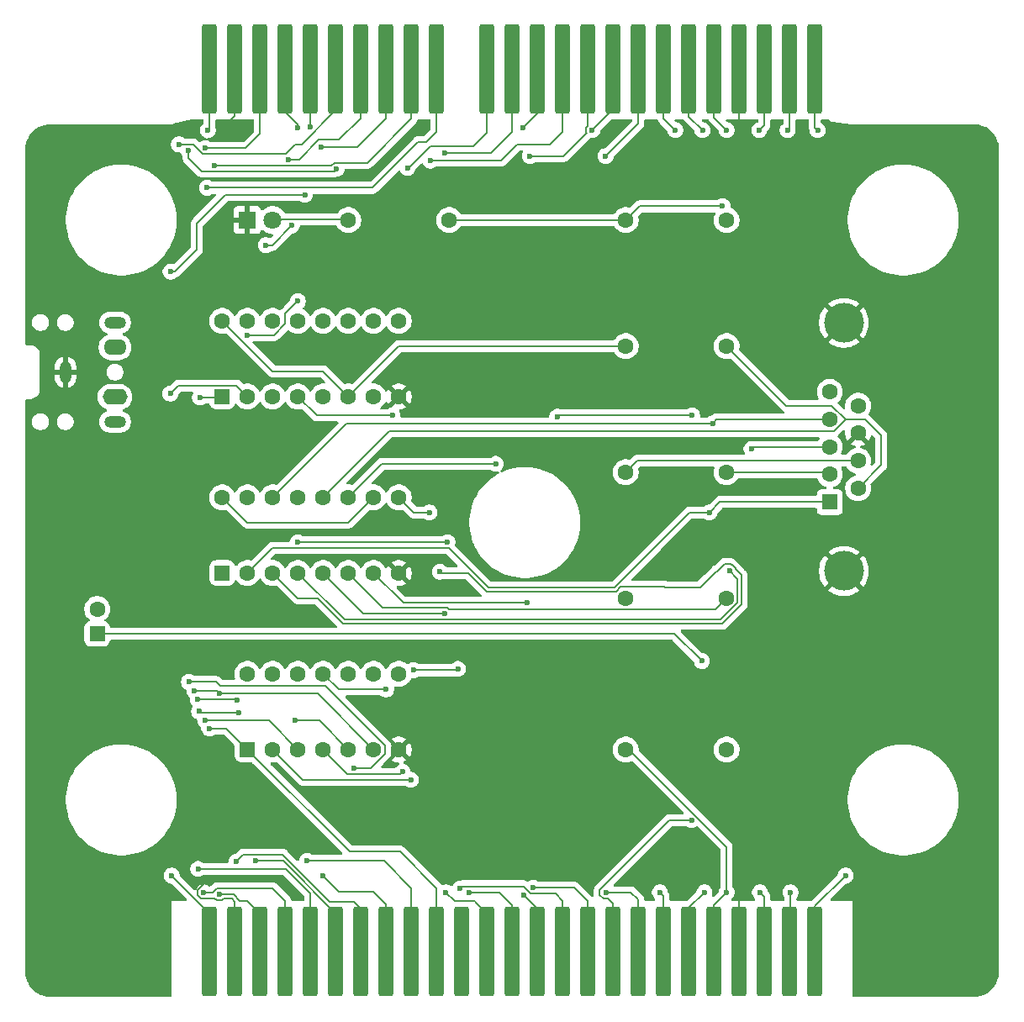
<source format=gtl>
%TF.GenerationSoftware,KiCad,Pcbnew,9.0.4-1.fc42*%
%TF.CreationDate,2025-09-05T17:11:51+08:00*%
%TF.ProjectId,STICKLEBACK,53544943-4b4c-4454-9241-434b2e6b6963,rev?*%
%TF.SameCoordinates,Original*%
%TF.FileFunction,Copper,L1,Top*%
%TF.FilePolarity,Positive*%
%FSLAX46Y46*%
G04 Gerber Fmt 4.6, Leading zero omitted, Abs format (unit mm)*
G04 Created by KiCad (PCBNEW 9.0.4-1.fc42) date 2025-09-05 17:11:51*
%MOMM*%
%LPD*%
G01*
G04 APERTURE LIST*
G04 Aperture macros list*
%AMRoundRect*
0 Rectangle with rounded corners*
0 $1 Rounding radius*
0 $2 $3 $4 $5 $6 $7 $8 $9 X,Y pos of 4 corners*
0 Add a 4 corners polygon primitive as box body*
4,1,4,$2,$3,$4,$5,$6,$7,$8,$9,$2,$3,0*
0 Add four circle primitives for the rounded corners*
1,1,$1+$1,$2,$3*
1,1,$1+$1,$4,$5*
1,1,$1+$1,$6,$7*
1,1,$1+$1,$8,$9*
0 Add four rect primitives between the rounded corners*
20,1,$1+$1,$2,$3,$4,$5,0*
20,1,$1+$1,$4,$5,$6,$7,0*
20,1,$1+$1,$6,$7,$8,$9,0*
20,1,$1+$1,$8,$9,$2,$3,0*%
G04 Aperture macros list end*
%TA.AperFunction,ConnectorPad*%
%ADD10RoundRect,0.225000X-0.525000X4.275000X-0.525000X-4.275000X0.525000X-4.275000X0.525000X4.275000X0*%
%TD*%
%TA.AperFunction,ComponentPad*%
%ADD11C,1.600000*%
%TD*%
%TA.AperFunction,ComponentPad*%
%ADD12RoundRect,0.250000X0.550000X-0.550000X0.550000X0.550000X-0.550000X0.550000X-0.550000X-0.550000X0*%
%TD*%
%TA.AperFunction,ComponentPad*%
%ADD13O,2.200000X1.200000*%
%TD*%
%TA.AperFunction,ComponentPad*%
%ADD14O,2.300000X1.600000*%
%TD*%
%TA.AperFunction,ComponentPad*%
%ADD15O,1.200000X2.200000*%
%TD*%
%TA.AperFunction,ComponentPad*%
%ADD16O,2.500000X1.600000*%
%TD*%
%TA.AperFunction,ComponentPad*%
%ADD17C,4.000000*%
%TD*%
%TA.AperFunction,ComponentPad*%
%ADD18R,1.600000X1.600000*%
%TD*%
%TA.AperFunction,ComponentPad*%
%ADD19R,1.800000X1.800000*%
%TD*%
%TA.AperFunction,ComponentPad*%
%ADD20C,1.800000*%
%TD*%
%TA.AperFunction,ViaPad*%
%ADD21C,0.600000*%
%TD*%
%TA.AperFunction,Conductor*%
%ADD22C,0.200000*%
%TD*%
G04 APERTURE END LIST*
D10*
X158750000Y-134620000D03*
X156210000Y-134620000D03*
X153670000Y-134620000D03*
X151130000Y-134620000D03*
X148590000Y-134620000D03*
X146050000Y-134620000D03*
X143510000Y-134620000D03*
X140970000Y-134620000D03*
X138430000Y-134620000D03*
X135890000Y-134620000D03*
X133350000Y-134620000D03*
X130810000Y-134620000D03*
X128270000Y-134620000D03*
X125730000Y-134620000D03*
X123190000Y-134620000D03*
X120650000Y-134620000D03*
X118110000Y-134620000D03*
X115570000Y-134620000D03*
X113030000Y-134620000D03*
X110490000Y-134620000D03*
X107950000Y-134620000D03*
X105410000Y-134620000D03*
X102870000Y-134620000D03*
X100330000Y-134620000D03*
X97790000Y-134620000D03*
X158750000Y-45720000D03*
X156210000Y-45720000D03*
X153670000Y-45720000D03*
X151130000Y-45720000D03*
X148590000Y-45720000D03*
X146050000Y-45720000D03*
X143510000Y-45720000D03*
X140970000Y-45720000D03*
X138430000Y-45720000D03*
X135890000Y-45720000D03*
X133350000Y-45720000D03*
X130810000Y-45720000D03*
X128270000Y-45720000D03*
X125730000Y-45720000D03*
X120650000Y-45720000D03*
X118110000Y-45720000D03*
X115570000Y-45720000D03*
X113030000Y-45720000D03*
X110490000Y-45720000D03*
X107950000Y-45720000D03*
X105410000Y-45720000D03*
X102870000Y-45720000D03*
X100330000Y-45720000D03*
X97790000Y-45720000D03*
D11*
X139700000Y-114300000D03*
X149860000Y-114300000D03*
X139700000Y-86360000D03*
X149860000Y-86360000D03*
D12*
X99060000Y-78740000D03*
D11*
X101600000Y-78740000D03*
X104140000Y-78740000D03*
X106680000Y-78740000D03*
X109220000Y-78740000D03*
X111760000Y-78740000D03*
X114300000Y-78740000D03*
X116840000Y-78740000D03*
X116840000Y-71120000D03*
X114300000Y-71120000D03*
X111760000Y-71120000D03*
X109220000Y-71120000D03*
X106680000Y-71120000D03*
X104140000Y-71120000D03*
X101600000Y-71120000D03*
X99060000Y-71120000D03*
D13*
X88259500Y-71280000D03*
D14*
X88259500Y-73780000D03*
D15*
X83259500Y-76280000D03*
D13*
X88259500Y-81280000D03*
D16*
X88259500Y-78780000D03*
D11*
X139700000Y-60960000D03*
X149860000Y-60960000D03*
X139700000Y-73660000D03*
X149860000Y-73660000D03*
D12*
X99060000Y-96520000D03*
D11*
X101600000Y-96520000D03*
X104140000Y-96520000D03*
X106680000Y-96520000D03*
X109220000Y-96520000D03*
X111760000Y-96520000D03*
X114300000Y-96520000D03*
X116840000Y-96520000D03*
X116840000Y-88900000D03*
X114300000Y-88900000D03*
X111760000Y-88900000D03*
X109220000Y-88900000D03*
X106680000Y-88900000D03*
X104140000Y-88900000D03*
X101600000Y-88900000D03*
X99060000Y-88900000D03*
D12*
X86465622Y-102642990D03*
D11*
X86465622Y-100142990D03*
X121920000Y-60960000D03*
X111760000Y-60960000D03*
X139700000Y-99060000D03*
X149860000Y-99060000D03*
D17*
X161672500Y-96320000D03*
X161672500Y-71320000D03*
D18*
X160252500Y-89360000D03*
D11*
X160252500Y-86590000D03*
X160252500Y-83820000D03*
X160252500Y-81050000D03*
X160252500Y-78280000D03*
X163092500Y-87975000D03*
X163092500Y-85205000D03*
X163092500Y-82435000D03*
X163092500Y-79665000D03*
D19*
X101600000Y-60960000D03*
D20*
X104140000Y-60960000D03*
D12*
X101600000Y-114300000D03*
D11*
X104140000Y-114300000D03*
X106680000Y-114300000D03*
X109220000Y-114300000D03*
X111760000Y-114300000D03*
X114300000Y-114300000D03*
X116840000Y-114300000D03*
X116840000Y-106680000D03*
X114300000Y-106680000D03*
X111760000Y-106680000D03*
X109220000Y-106680000D03*
X106680000Y-106680000D03*
X104140000Y-106680000D03*
X101600000Y-106680000D03*
D21*
X96815500Y-78843600D03*
X96723400Y-110456900D03*
X100753500Y-110573100D03*
X93980000Y-127000000D03*
X149868300Y-51908700D03*
X97617100Y-51908700D03*
X149449000Y-59581200D03*
X149868300Y-128685000D03*
X129317200Y-51685900D03*
X106672500Y-93410800D03*
X129424000Y-128978400D03*
X121751600Y-93410800D03*
X98778500Y-108661300D03*
X97378900Y-53727200D03*
X96272000Y-108377500D03*
X98768200Y-128897100D03*
X137681100Y-54512100D03*
X137687700Y-128686600D03*
X102384700Y-125535600D03*
X94697700Y-53340000D03*
X100537400Y-109318100D03*
X96593800Y-109277000D03*
X120030000Y-54977500D03*
X123011900Y-128307500D03*
X119925000Y-90424900D03*
X159023000Y-51908700D03*
X161843900Y-127000000D03*
X144698600Y-51908700D03*
X143138900Y-128686600D03*
X106375300Y-111371200D03*
X109035300Y-53574500D03*
X109220000Y-127000000D03*
X97356900Y-111372800D03*
X98271671Y-55439000D03*
X107611200Y-125502100D03*
X118052900Y-117356200D03*
X97526125Y-57715000D03*
X97757800Y-112169300D03*
X149860000Y-119380000D03*
X148870380Y-125907977D03*
X127000000Y-76200000D03*
X100719217Y-68384914D03*
X99792000Y-127173100D03*
X124460000Y-71120000D03*
X123301313Y-57611841D03*
X101245594Y-51984014D03*
X124460000Y-78740000D03*
X151012571Y-70560840D03*
X129540000Y-68580000D03*
X101216576Y-127319519D03*
X127000000Y-66040000D03*
X132080000Y-63500000D03*
X116840000Y-91440000D03*
X129540000Y-78740000D03*
X129540000Y-76200000D03*
X126268884Y-107236230D03*
X126600400Y-85524300D03*
X153213200Y-128685000D03*
X153147000Y-51908700D03*
X147367000Y-105386200D03*
X147428300Y-51908700D03*
X147630100Y-128686600D03*
X156300600Y-128685000D03*
X156005100Y-51908700D03*
X129730500Y-99507500D03*
X105743100Y-54871600D03*
X100479900Y-125592200D03*
X106041300Y-61527500D03*
X103455900Y-63491200D03*
X130393000Y-128224400D03*
X130063600Y-54513700D03*
X93836100Y-78453700D03*
X101600000Y-72547400D03*
X97208500Y-128685000D03*
X106672500Y-51638800D03*
X106672500Y-69150000D03*
X123891700Y-128686600D03*
X121445300Y-54210700D03*
X121445300Y-100591600D03*
X112308300Y-116142000D03*
X95680700Y-53974600D03*
X110592800Y-55791600D03*
X95721100Y-107497000D03*
X146394600Y-80648100D03*
X132804100Y-80784400D03*
X136325000Y-51908700D03*
X146333500Y-121429300D03*
X118309000Y-106316200D03*
X122802900Y-106184300D03*
X117731810Y-55708342D03*
X121591000Y-128685000D03*
X115570000Y-108241000D03*
X107379900Y-58409300D03*
X96633000Y-126333700D03*
X93863650Y-66156350D03*
X107942500Y-51553200D03*
X120971100Y-96385700D03*
X117239000Y-116524000D03*
X148462100Y-81446200D03*
X150148900Y-96314700D03*
X152369600Y-84023700D03*
X148117500Y-90423700D03*
X116190700Y-80648500D03*
D22*
X96815500Y-78843600D02*
X98956400Y-78843600D01*
X100753500Y-110573100D02*
X96839600Y-110573100D01*
X98956400Y-78843600D02*
X99060000Y-78740000D01*
X96839600Y-110573100D02*
X96723400Y-110456900D01*
X111760000Y-91440000D02*
X101600000Y-91440000D01*
X114300000Y-88900000D02*
X111760000Y-91440000D01*
X121920000Y-60960000D02*
X139700000Y-60960000D01*
X148590000Y-129963300D02*
X149868300Y-128685000D01*
X149868300Y-124113200D02*
X140055100Y-114300000D01*
X97790000Y-51735800D02*
X97617100Y-51908700D01*
X149868300Y-128685000D02*
X149868300Y-124113200D01*
X148590000Y-50630400D02*
X149868300Y-51908700D01*
X140055100Y-114300000D02*
X139700000Y-114300000D01*
X104140000Y-76200000D02*
X109220000Y-76200000D01*
X97790000Y-130810000D02*
X97790000Y-134620000D01*
X163092500Y-85205000D02*
X140855000Y-85205000D01*
X148590000Y-45720000D02*
X148590000Y-50630400D01*
X148590000Y-134620000D02*
X148590000Y-129963300D01*
X101600000Y-91440000D02*
X99060000Y-88900000D01*
X149449000Y-59581200D02*
X141078800Y-59581200D01*
X111760000Y-78740000D02*
X116840000Y-73660000D01*
X116840000Y-73660000D02*
X139700000Y-73660000D01*
X93980000Y-127000000D02*
X97790000Y-130810000D01*
X99060000Y-71120000D02*
X104140000Y-76200000D01*
X141078800Y-59581200D02*
X139700000Y-60960000D01*
X97790000Y-45720000D02*
X97790000Y-51735800D01*
X140855000Y-85205000D02*
X139700000Y-86360000D01*
X109220000Y-76200000D02*
X111760000Y-78740000D01*
X130810000Y-50193100D02*
X129317200Y-51685900D01*
X130810000Y-130364400D02*
X129424000Y-128978400D01*
X130810000Y-45720000D02*
X130810000Y-50193100D01*
X130810000Y-134620000D02*
X130810000Y-130364400D01*
X121751600Y-93410800D02*
X106672500Y-93410800D01*
X98778500Y-108661300D02*
X98494700Y-108377500D01*
X101600000Y-129540000D02*
X102870000Y-130810000D01*
X101443933Y-53727200D02*
X97378900Y-53727200D01*
X114300000Y-114300000D02*
X108661300Y-108661300D01*
X102870000Y-130810000D02*
X102870000Y-134620000D01*
X100185899Y-128897100D02*
X100828799Y-129540000D01*
X98494700Y-108377500D02*
X96272000Y-108377500D01*
X102870000Y-45720000D02*
X102870000Y-52301133D01*
X98768200Y-128897100D02*
X100185899Y-128897100D01*
X102870000Y-52301133D02*
X101443933Y-53727200D01*
X108661300Y-108661300D02*
X98778500Y-108661300D01*
X100828799Y-129540000D02*
X101600000Y-129540000D01*
X140970000Y-45720000D02*
X140970000Y-51223200D01*
X140969900Y-129431002D02*
X140225498Y-128686600D01*
X140970000Y-134620000D02*
X140969900Y-134620000D01*
X140970000Y-51223200D02*
X137681100Y-54512100D01*
X140969900Y-134620000D02*
X140969900Y-129431002D01*
X140225498Y-128686600D02*
X137687700Y-128686600D01*
X110490000Y-49917700D02*
X110490000Y-45720000D01*
X96593800Y-109277000D02*
X100496300Y-109277000D01*
X102384700Y-125535600D02*
X105218400Y-125535600D01*
X105218400Y-125535600D02*
X110490000Y-130807200D01*
X107067700Y-53340000D02*
X110490000Y-49917700D01*
X94697700Y-53340000D02*
X96124000Y-53340000D01*
X100496300Y-109277000D02*
X100537400Y-109318100D01*
X110490000Y-130807200D02*
X110490000Y-134620000D01*
X106423900Y-53340000D02*
X107067700Y-53340000D01*
X96124000Y-53340000D02*
X97115500Y-54331500D01*
X105432400Y-54331500D02*
X106423900Y-53340000D01*
X97115500Y-54331500D02*
X105432400Y-54331500D01*
X133350000Y-52070000D02*
X133350000Y-45720000D01*
X129402600Y-128084800D02*
X130143900Y-128826100D01*
X132080000Y-53340000D02*
X133350000Y-52070000D01*
X128777998Y-53340000D02*
X132080000Y-53340000D01*
X118364900Y-90424900D02*
X119925000Y-90424900D01*
X123234600Y-128084800D02*
X129402600Y-128084800D01*
X132636100Y-128826100D02*
X133350000Y-129540000D01*
X120030000Y-54977500D02*
X127140498Y-54977500D01*
X130143900Y-128826100D02*
X132636100Y-128826100D01*
X133350000Y-129540000D02*
X133350000Y-134620000D01*
X123011900Y-128307500D02*
X123234600Y-128084800D01*
X127140498Y-54977500D02*
X128777998Y-53340000D01*
X116840000Y-88900000D02*
X118364900Y-90424900D01*
X158750000Y-51635700D02*
X158750000Y-45720000D01*
X161843900Y-127000000D02*
X158750000Y-130093900D01*
X158750000Y-130093900D02*
X158750000Y-134620000D01*
X159023000Y-51908700D02*
X158750000Y-51635700D01*
X143510000Y-50720100D02*
X143510000Y-45720000D01*
X143510000Y-129057700D02*
X143138900Y-128686600D01*
X143510000Y-134620000D02*
X143510000Y-129057700D01*
X144698600Y-51908700D02*
X143510000Y-50720100D01*
X106375300Y-111371200D02*
X108831200Y-111371200D01*
X108831200Y-111371200D02*
X111760000Y-114300000D01*
X115570000Y-50713300D02*
X112708800Y-53574500D01*
X110813900Y-128593900D02*
X114300000Y-128593900D01*
X114300000Y-128593900D02*
X115570000Y-129863900D01*
X115570000Y-45720000D02*
X115570000Y-50713300D01*
X109220000Y-127000000D02*
X110813900Y-128593900D01*
X112708800Y-53574500D02*
X109035300Y-53574500D01*
X115570000Y-129863900D02*
X115570000Y-134620000D01*
X103752800Y-111372800D02*
X106680000Y-114300000D01*
X110343700Y-55189900D02*
X113670400Y-55189900D01*
X97356900Y-111372800D02*
X103752800Y-111372800D01*
X113670400Y-55189900D02*
X118110000Y-50750300D01*
X98271671Y-55439000D02*
X98305971Y-55473300D01*
X118110000Y-50750300D02*
X118110000Y-45720000D01*
X98305971Y-55473300D02*
X110060300Y-55473300D01*
X118110000Y-128270000D02*
X118110000Y-134620000D01*
X107611200Y-125502100D02*
X115342100Y-125502100D01*
X115342100Y-125502100D02*
X118110000Y-128270000D01*
X110060300Y-55473300D02*
X110343700Y-55189900D01*
X104140000Y-114300000D02*
X107196200Y-117356200D01*
X107196200Y-117356200D02*
X118052900Y-117356200D01*
X119600400Y-53119600D02*
X120650000Y-52070000D01*
X97757800Y-112169300D02*
X99469300Y-112169300D01*
X97526125Y-57715000D02*
X114203357Y-57715000D01*
X111906300Y-124606300D02*
X101600000Y-114300000D01*
X120650000Y-134620000D02*
X120650000Y-128270000D01*
X114203357Y-57715000D02*
X118798757Y-53119600D01*
X118798757Y-53119600D02*
X119600400Y-53119600D01*
X120650000Y-52070000D02*
X120650000Y-45720000D01*
X116986300Y-124606300D02*
X111906300Y-124606300D01*
X120650000Y-128270000D02*
X116986300Y-124606300D01*
X99469300Y-112169300D02*
X101600000Y-114300000D01*
X99017143Y-129498100D02*
X98519257Y-129498100D01*
X98307157Y-129286000D02*
X96959557Y-129286000D01*
X96959557Y-129286000D02*
X96607500Y-128933943D01*
X151130000Y-51686500D02*
X151130000Y-45720000D01*
X96607500Y-128436057D02*
X97870457Y-127173100D01*
X100019799Y-129298100D02*
X99217143Y-129298100D01*
X99380700Y-51439800D02*
X100330000Y-50490500D01*
X100330000Y-129608301D02*
X100019799Y-129298100D01*
X98519257Y-129498100D02*
X98307157Y-129286000D01*
X100330000Y-50490500D02*
X100330000Y-45720000D01*
X151130000Y-128747300D02*
X151130000Y-134620000D01*
X151450300Y-52006800D02*
X151130000Y-51686500D01*
X99217143Y-129298100D02*
X99017143Y-129498100D01*
X100330000Y-130240800D02*
X100330000Y-134620000D01*
X97870457Y-127173100D02*
X99792000Y-127173100D01*
X151450300Y-128427000D02*
X151130000Y-128747300D01*
X100330000Y-134620000D02*
X100330000Y-129608301D01*
X96607500Y-128933943D02*
X96607500Y-128436057D01*
X111760000Y-88900000D02*
X115135700Y-85524300D01*
X115135700Y-85524300D02*
X126600400Y-85524300D01*
X153213200Y-128685000D02*
X153670000Y-129141800D01*
X153147000Y-51908700D02*
X153670000Y-51385700D01*
X153670000Y-51385700D02*
X153670000Y-45720000D01*
X153670000Y-129141800D02*
X153670000Y-134620000D01*
X146050000Y-50530400D02*
X147428300Y-51908700D01*
X144623790Y-102642990D02*
X87134473Y-102642990D01*
X146050000Y-130266700D02*
X146050000Y-134620000D01*
X147367000Y-105386200D02*
X144623790Y-102642990D01*
X147630100Y-128686600D02*
X146050000Y-130266700D01*
X87134473Y-102642990D02*
X86465622Y-103311841D01*
X86465622Y-103311841D02*
X86465622Y-102642990D01*
X146050000Y-45720000D02*
X146050000Y-50530400D01*
X156210000Y-51703800D02*
X156210000Y-45720000D01*
X156300600Y-134529400D02*
X156300600Y-128685000D01*
X156005100Y-51908700D02*
X156210000Y-51703800D01*
X156210000Y-134620000D02*
X156300600Y-134529400D01*
X129730500Y-99507500D02*
X117287500Y-99507500D01*
X117287500Y-99507500D02*
X114300000Y-96520000D01*
X112330942Y-129648000D02*
X109897900Y-129648000D01*
X104077600Y-63491200D02*
X103455900Y-63491200D01*
X109897900Y-129648000D02*
X105151800Y-124901900D01*
X113030000Y-50708300D02*
X110846700Y-52891600D01*
X108797500Y-52891600D02*
X106817500Y-54871600D01*
X113030000Y-134620000D02*
X113030000Y-130347058D01*
X106817500Y-54871600D02*
X105743100Y-54871600D01*
X106041300Y-61527500D02*
X104077600Y-63491200D01*
X105151800Y-124901900D02*
X101170200Y-124901900D01*
X113030000Y-130347058D02*
X112330942Y-129648000D01*
X110846700Y-52891600D02*
X108797500Y-52891600D01*
X113030000Y-45720000D02*
X113030000Y-50708300D01*
X101170200Y-124901900D02*
X100479900Y-125592200D01*
X135890000Y-129585600D02*
X134528800Y-128224400D01*
X133446300Y-54513700D02*
X135763179Y-52196821D01*
X135724000Y-51659757D02*
X135890000Y-51493757D01*
X135890000Y-51493757D02*
X135890000Y-45720000D01*
X135763179Y-52196821D02*
X135724000Y-52157643D01*
X135890000Y-134620000D02*
X135890000Y-129585600D01*
X134528800Y-128224400D02*
X130393000Y-128224400D01*
X135724000Y-52157643D02*
X135724000Y-51659757D01*
X130063600Y-54513700D02*
X133446300Y-54513700D01*
X101600000Y-72547400D02*
X104291900Y-72547400D01*
X93836100Y-78453700D02*
X94652500Y-77637300D01*
X94652500Y-77637300D02*
X100497300Y-77637300D01*
X105410000Y-71429300D02*
X105410000Y-70412500D01*
X100497300Y-77637300D02*
X101600000Y-78740000D01*
X105410000Y-70412500D02*
X106672500Y-69150000D01*
X98519100Y-128295400D02*
X98129600Y-128684900D01*
X105410000Y-129565400D02*
X104140000Y-128295400D01*
X98129600Y-128684900D02*
X98129600Y-128685000D01*
X104140000Y-128295400D02*
X98519100Y-128295400D01*
X105410000Y-50071700D02*
X105410000Y-45720000D01*
X104291900Y-72547400D02*
X105410000Y-71429300D01*
X98129600Y-128685000D02*
X97208500Y-128685000D01*
X105410000Y-134620000D02*
X105410000Y-129565400D01*
X106672500Y-51638800D02*
X106672500Y-51334200D01*
X106672500Y-51334200D02*
X105410000Y-50071700D01*
X128270000Y-45720000D02*
X128270000Y-52070000D01*
X109220000Y-96520000D02*
X113291600Y-100591600D01*
X128270000Y-129956600D02*
X128270000Y-134620000D01*
X128270000Y-52070000D02*
X126129300Y-54210700D01*
X123891700Y-128686600D02*
X127000000Y-128686600D01*
X113291600Y-100591600D02*
X121445300Y-100591600D01*
X126129300Y-54210700D02*
X121445300Y-54210700D01*
X127000000Y-128686600D02*
X128270000Y-129956600D01*
X110345400Y-56039000D02*
X96989300Y-56039000D01*
X95680700Y-54730400D02*
X95680700Y-53974600D01*
X110592800Y-55791600D02*
X110345400Y-56039000D01*
X98845100Y-107879100D02*
X109452600Y-107879100D01*
X114037000Y-116142000D02*
X112308300Y-116142000D01*
X115469600Y-114709400D02*
X114037000Y-116142000D01*
X115469600Y-113896100D02*
X115469600Y-114709400D01*
X98463000Y-107497000D02*
X98845100Y-107879100D01*
X109452600Y-107879100D02*
X115469600Y-113896100D01*
X95721100Y-107497000D02*
X98463000Y-107497000D01*
X96989300Y-56039000D02*
X95680700Y-54730400D01*
X137086700Y-128437657D02*
X137086700Y-128935543D01*
X136325000Y-51908700D02*
X138430000Y-49803700D01*
X144089700Y-121429300D02*
X138430000Y-127089000D01*
X138430000Y-127089000D02*
X138430000Y-127094357D01*
X138430000Y-49803700D02*
X138430000Y-45720000D01*
X137086700Y-128935543D02*
X137438757Y-129287600D01*
X146394600Y-80648100D02*
X132940400Y-80648100D01*
X137438757Y-129287600D02*
X137936643Y-129287600D01*
X138430000Y-127094357D02*
X137086700Y-128437657D01*
X132940400Y-80648100D02*
X132804100Y-80784400D01*
X137936643Y-129287600D02*
X138430000Y-129780957D01*
X138430000Y-129780957D02*
X138430000Y-134620000D01*
X146333500Y-121429300D02*
X144089700Y-121429300D01*
X124613755Y-129693755D02*
X125730000Y-130810000D01*
X125730000Y-130810000D02*
X125730000Y-134620000D01*
X125730000Y-52169950D02*
X125730000Y-45720000D01*
X120018858Y-53520600D02*
X124379350Y-53520600D01*
X124379350Y-53520600D02*
X125730000Y-52169950D01*
X118309000Y-106316200D02*
X122671000Y-106316200D01*
X122474900Y-129568900D02*
X124492846Y-129568900D01*
X122671000Y-106316200D02*
X122802900Y-106184300D01*
X121591000Y-128685000D02*
X122474900Y-129568900D01*
X117731810Y-55708342D02*
X117831116Y-55708342D01*
X117831116Y-55708342D02*
X120018858Y-53520600D01*
X124613755Y-129689809D02*
X124613755Y-129693755D01*
X124492846Y-129568900D02*
X124613755Y-129689809D01*
X115570000Y-108241000D02*
X110781000Y-108241000D01*
X110781000Y-108241000D02*
X109220000Y-106680000D01*
X96520000Y-61277200D02*
X99387900Y-58409300D01*
X99387900Y-58409300D02*
X107379900Y-58409300D01*
X96520000Y-63933550D02*
X96520000Y-61277200D01*
X105449400Y-126333700D02*
X107950000Y-128834300D01*
X107950000Y-45720000D02*
X107942500Y-45727500D01*
X107942500Y-45727500D02*
X107942500Y-51553200D01*
X93863650Y-66156350D02*
X94297200Y-66156350D01*
X96633000Y-126333700D02*
X105449400Y-126333700D01*
X107950000Y-128834300D02*
X107950000Y-134620000D01*
X94297200Y-66156350D02*
X96520000Y-63933550D01*
X151362700Y-99693100D02*
X151362700Y-96741285D01*
X150749900Y-96128485D02*
X150749900Y-96065757D01*
X123825200Y-96520000D02*
X121105400Y-96520000D01*
X104140000Y-96520000D02*
X106680000Y-99060000D01*
X149436600Y-101619200D02*
X151362700Y-99693100D01*
X147201950Y-97959000D02*
X143679000Y-97959000D01*
X148910005Y-96363025D02*
X148797925Y-96363025D01*
X143623025Y-97903025D02*
X139187975Y-97903025D01*
X125689200Y-98384000D02*
X123825200Y-96520000D01*
X150397843Y-95713700D02*
X150335115Y-95713700D01*
X106680000Y-99060000D02*
X108652900Y-99060000D01*
X150224583Y-95603168D02*
X149669862Y-95603168D01*
X148797925Y-96363025D02*
X147201950Y-97959000D01*
X150749900Y-96065757D02*
X150397843Y-95713700D01*
X111212100Y-101619200D02*
X149436600Y-101619200D01*
X108652900Y-99060000D02*
X111212100Y-101619200D01*
X149669862Y-95603168D02*
X148910005Y-96363025D01*
X138707000Y-98384000D02*
X125689200Y-98384000D01*
X150335115Y-95713700D02*
X150224583Y-95603168D01*
X143679000Y-97959000D02*
X143623025Y-97903025D01*
X121105400Y-96520000D02*
X120971100Y-96385700D01*
X139187975Y-97903025D02*
X138707000Y-98384000D01*
X151362700Y-96741285D02*
X150749900Y-96128485D01*
X111663700Y-116743700D02*
X117019300Y-116743700D01*
X117019300Y-116743700D02*
X117239000Y-116524000D01*
X109220000Y-114300000D02*
X111663700Y-116743700D01*
X104174200Y-60925800D02*
X104140000Y-60960000D01*
X111760000Y-60960000D02*
X111725800Y-60925800D01*
X111725800Y-60925800D02*
X104174200Y-60925800D01*
X109220000Y-83820000D02*
X111593800Y-81446200D01*
X111593800Y-81446200D02*
X148462100Y-81446200D01*
X148462100Y-81446200D02*
X148858300Y-81050000D01*
X148858300Y-81050000D02*
X160252500Y-81050000D01*
X104140000Y-88900000D02*
X109220000Y-83820000D01*
X149270500Y-101218200D02*
X150961700Y-99527000D01*
X149860000Y-86360000D02*
X160022500Y-86360000D01*
X106680000Y-96520000D02*
X111378200Y-101218200D01*
X160022500Y-86360000D02*
X160252500Y-86590000D01*
X150961700Y-97127500D02*
X150148900Y-96314700D01*
X111378200Y-101218200D02*
X149270500Y-101218200D01*
X150961700Y-99527000D02*
X150961700Y-97127500D01*
X161817600Y-81053000D02*
X160427900Y-79663300D01*
X165431480Y-85636020D02*
X165431480Y-82687931D01*
X155863300Y-79663300D02*
X149860000Y-73660000D01*
X165431480Y-82687931D02*
X163796549Y-81053000D01*
X161817600Y-81053000D02*
X160636000Y-82234600D01*
X160427900Y-79663300D02*
X155863300Y-79663300D01*
X163796549Y-81053000D02*
X161817600Y-81053000D01*
X160636000Y-82234600D02*
X115885400Y-82234600D01*
X115885400Y-82234600D02*
X109220000Y-88900000D01*
X163092500Y-87975000D02*
X165431480Y-85636020D01*
X152573300Y-83820000D02*
X152369600Y-84023700D01*
X121890300Y-100185700D02*
X121694500Y-99989900D01*
X121694500Y-99989900D02*
X115229900Y-99989900D01*
X149860000Y-99060000D02*
X148734300Y-100185700D01*
X160252500Y-83820000D02*
X152573300Y-83820000D01*
X148734300Y-100185700D02*
X121890300Y-100185700D01*
X115229900Y-99989900D02*
X111760000Y-96520000D01*
X148117500Y-90423700D02*
X146100200Y-90423700D01*
X149181200Y-89360000D02*
X160252500Y-89360000D01*
X125855300Y-97983000D02*
X121884100Y-94011800D01*
X138540900Y-97983000D02*
X125855300Y-97983000D01*
X106423557Y-94011800D02*
X106391757Y-93980000D01*
X104140000Y-93980000D02*
X101600000Y-96520000D01*
X148117500Y-90423700D02*
X149181200Y-89360000D01*
X106391757Y-93980000D02*
X104140000Y-93980000D01*
X121884100Y-94011800D02*
X121502657Y-94011800D01*
X106953243Y-93980000D02*
X106921443Y-94011800D01*
X121502657Y-94011800D02*
X121470857Y-93980000D01*
X121470857Y-93980000D02*
X106953243Y-93980000D01*
X106921443Y-94011800D02*
X106423557Y-94011800D01*
X146100200Y-90423700D02*
X138540900Y-97983000D01*
X116190700Y-80648500D02*
X108588500Y-80648500D01*
X108588500Y-80648500D02*
X106680000Y-78740000D01*
%TA.AperFunction,Conductor*%
G36*
X106241586Y-94584725D02*
G01*
X106256969Y-94588846D01*
X106344500Y-94612301D01*
X106344502Y-94612301D01*
X106510210Y-94612301D01*
X106510226Y-94612300D01*
X106834774Y-94612300D01*
X106834790Y-94612301D01*
X106842386Y-94612301D01*
X107000498Y-94612301D01*
X107000500Y-94612301D01*
X107090885Y-94588081D01*
X107103414Y-94584725D01*
X107135507Y-94580500D01*
X121288593Y-94580500D01*
X121320686Y-94584725D01*
X121336069Y-94588846D01*
X121423600Y-94612301D01*
X121423602Y-94612301D01*
X121584004Y-94612301D01*
X121651043Y-94631986D01*
X121671685Y-94648620D01*
X122730884Y-95707819D01*
X122764369Y-95769142D01*
X122759385Y-95838834D01*
X122717513Y-95894767D01*
X122652049Y-95919184D01*
X122643203Y-95919500D01*
X121687720Y-95919500D01*
X121620681Y-95899815D01*
X121597624Y-95879290D01*
X121597197Y-95879718D01*
X121481392Y-95763913D01*
X121481388Y-95763910D01*
X121350285Y-95676309D01*
X121350272Y-95676302D01*
X121204601Y-95615964D01*
X121204589Y-95615961D01*
X121049945Y-95585200D01*
X121049942Y-95585200D01*
X120892258Y-95585200D01*
X120892255Y-95585200D01*
X120737610Y-95615961D01*
X120737598Y-95615964D01*
X120591927Y-95676302D01*
X120591914Y-95676309D01*
X120460811Y-95763910D01*
X120460807Y-95763913D01*
X120349313Y-95875407D01*
X120349310Y-95875411D01*
X120261709Y-96006514D01*
X120261702Y-96006527D01*
X120201364Y-96152198D01*
X120201361Y-96152210D01*
X120170600Y-96306853D01*
X120170600Y-96464546D01*
X120201361Y-96619189D01*
X120201364Y-96619201D01*
X120261702Y-96764872D01*
X120261709Y-96764885D01*
X120349310Y-96895988D01*
X120349313Y-96895992D01*
X120460807Y-97007486D01*
X120460811Y-97007489D01*
X120591914Y-97095090D01*
X120591927Y-97095097D01*
X120722724Y-97149274D01*
X120737603Y-97155437D01*
X120892253Y-97186199D01*
X120892256Y-97186200D01*
X120892258Y-97186200D01*
X121049944Y-97186200D01*
X121049945Y-97186199D01*
X121204597Y-97155437D01*
X121266156Y-97129938D01*
X121313607Y-97120500D01*
X123525103Y-97120500D01*
X123592142Y-97140185D01*
X123612784Y-97156819D01*
X125151284Y-98695319D01*
X125184769Y-98756642D01*
X125179785Y-98826334D01*
X125137913Y-98882267D01*
X125072449Y-98906684D01*
X125063603Y-98907000D01*
X117587597Y-98907000D01*
X117520558Y-98887315D01*
X117499916Y-98870681D01*
X116660916Y-98031681D01*
X116627431Y-97970358D01*
X116632415Y-97900666D01*
X116674287Y-97844733D01*
X116739751Y-97820316D01*
X116748597Y-97820000D01*
X116942317Y-97820000D01*
X117144417Y-97787990D01*
X117339031Y-97724755D01*
X117521349Y-97631859D01*
X117565921Y-97599474D01*
X116886446Y-96920000D01*
X116892661Y-96920000D01*
X116994394Y-96892741D01*
X117085606Y-96840080D01*
X117160080Y-96765606D01*
X117212741Y-96674394D01*
X117240000Y-96572661D01*
X117240000Y-96566448D01*
X117919474Y-97245922D01*
X117919474Y-97245921D01*
X117951859Y-97201349D01*
X118044755Y-97019031D01*
X118107990Y-96824417D01*
X118140000Y-96622317D01*
X118140000Y-96417682D01*
X118107990Y-96215582D01*
X118044755Y-96020968D01*
X117951859Y-95838650D01*
X117919474Y-95794077D01*
X117919474Y-95794076D01*
X117240000Y-96473551D01*
X117240000Y-96467339D01*
X117212741Y-96365606D01*
X117160080Y-96274394D01*
X117085606Y-96199920D01*
X116994394Y-96147259D01*
X116892661Y-96120000D01*
X116886446Y-96120000D01*
X117565922Y-95440524D01*
X117565921Y-95440523D01*
X117521359Y-95408147D01*
X117521350Y-95408141D01*
X117339031Y-95315244D01*
X117144417Y-95252009D01*
X116942317Y-95220000D01*
X116737683Y-95220000D01*
X116535582Y-95252009D01*
X116340968Y-95315244D01*
X116158644Y-95408143D01*
X116114077Y-95440523D01*
X116114077Y-95440524D01*
X116793554Y-96120000D01*
X116787339Y-96120000D01*
X116685606Y-96147259D01*
X116594394Y-96199920D01*
X116519920Y-96274394D01*
X116467259Y-96365606D01*
X116440000Y-96467339D01*
X116440000Y-96473553D01*
X115760524Y-95794077D01*
X115760523Y-95794077D01*
X115728143Y-95838644D01*
X115680765Y-95931630D01*
X115632790Y-95982426D01*
X115564969Y-95999221D01*
X115498834Y-95976683D01*
X115459795Y-95931630D01*
X115453861Y-95919983D01*
X115412287Y-95838390D01*
X115412285Y-95838387D01*
X115412284Y-95838385D01*
X115291971Y-95672786D01*
X115147213Y-95528028D01*
X114981613Y-95407715D01*
X114981612Y-95407714D01*
X114981610Y-95407713D01*
X114921898Y-95377288D01*
X114799223Y-95314781D01*
X114604534Y-95251522D01*
X114429995Y-95223878D01*
X114402352Y-95219500D01*
X114197648Y-95219500D01*
X114173329Y-95223351D01*
X113995465Y-95251522D01*
X113800776Y-95314781D01*
X113618386Y-95407715D01*
X113452786Y-95528028D01*
X113308028Y-95672786D01*
X113187715Y-95838386D01*
X113140485Y-95931080D01*
X113092510Y-95981876D01*
X113024689Y-95998671D01*
X112958554Y-95976134D01*
X112919515Y-95931080D01*
X112903972Y-95900575D01*
X112872287Y-95838390D01*
X112851019Y-95809117D01*
X112751971Y-95672786D01*
X112607213Y-95528028D01*
X112441613Y-95407715D01*
X112441612Y-95407714D01*
X112441610Y-95407713D01*
X112381898Y-95377288D01*
X112259223Y-95314781D01*
X112064534Y-95251522D01*
X111889995Y-95223878D01*
X111862352Y-95219500D01*
X111657648Y-95219500D01*
X111633329Y-95223351D01*
X111455465Y-95251522D01*
X111260776Y-95314781D01*
X111078386Y-95407715D01*
X110912786Y-95528028D01*
X110768028Y-95672786D01*
X110647715Y-95838386D01*
X110600485Y-95931080D01*
X110552510Y-95981876D01*
X110484689Y-95998671D01*
X110418554Y-95976134D01*
X110379515Y-95931080D01*
X110363972Y-95900575D01*
X110332287Y-95838390D01*
X110311019Y-95809117D01*
X110211971Y-95672786D01*
X110067213Y-95528028D01*
X109901613Y-95407715D01*
X109901612Y-95407714D01*
X109901610Y-95407713D01*
X109841898Y-95377288D01*
X109719223Y-95314781D01*
X109524534Y-95251522D01*
X109349995Y-95223878D01*
X109322352Y-95219500D01*
X109117648Y-95219500D01*
X109093329Y-95223351D01*
X108915465Y-95251522D01*
X108720776Y-95314781D01*
X108538386Y-95407715D01*
X108372786Y-95528028D01*
X108228028Y-95672786D01*
X108107715Y-95838386D01*
X108060485Y-95931080D01*
X108012510Y-95981876D01*
X107944689Y-95998671D01*
X107878554Y-95976134D01*
X107839515Y-95931080D01*
X107823972Y-95900575D01*
X107792287Y-95838390D01*
X107771019Y-95809117D01*
X107671971Y-95672786D01*
X107527213Y-95528028D01*
X107361613Y-95407715D01*
X107361612Y-95407714D01*
X107361610Y-95407713D01*
X107301898Y-95377288D01*
X107179223Y-95314781D01*
X106984534Y-95251522D01*
X106809995Y-95223878D01*
X106782352Y-95219500D01*
X106577648Y-95219500D01*
X106553329Y-95223351D01*
X106375465Y-95251522D01*
X106180776Y-95314781D01*
X105998386Y-95407715D01*
X105832786Y-95528028D01*
X105688028Y-95672786D01*
X105567715Y-95838386D01*
X105520485Y-95931080D01*
X105472510Y-95981876D01*
X105404689Y-95998671D01*
X105338554Y-95976134D01*
X105299515Y-95931080D01*
X105283972Y-95900575D01*
X105252287Y-95838390D01*
X105231019Y-95809117D01*
X105131971Y-95672786D01*
X104987213Y-95528028D01*
X104821613Y-95407715D01*
X104821612Y-95407714D01*
X104821610Y-95407713D01*
X104761898Y-95377288D01*
X104639223Y-95314781D01*
X104444534Y-95251522D01*
X104269995Y-95223878D01*
X104242352Y-95219500D01*
X104049096Y-95219500D01*
X103982057Y-95199815D01*
X103936302Y-95147011D01*
X103926358Y-95077853D01*
X103955383Y-95014297D01*
X103961415Y-95007819D01*
X104071709Y-94897526D01*
X104352416Y-94616819D01*
X104413739Y-94583334D01*
X104440097Y-94580500D01*
X106209493Y-94580500D01*
X106241586Y-94584725D01*
G37*
%TD.AperFunction*%
%TA.AperFunction,Conductor*%
G36*
X164171974Y-83160921D02*
G01*
X164204359Y-83116349D01*
X164297255Y-82934031D01*
X164360490Y-82739417D01*
X164361625Y-82734689D01*
X164363947Y-82735246D01*
X164389513Y-82680986D01*
X164448737Y-82643915D01*
X164518602Y-82644748D01*
X164569933Y-82675619D01*
X164794661Y-82900347D01*
X164828146Y-82961670D01*
X164830980Y-82988028D01*
X164830980Y-85335922D01*
X164811295Y-85402961D01*
X164794661Y-85423603D01*
X164558820Y-85659444D01*
X164497497Y-85692929D01*
X164427805Y-85687945D01*
X164371872Y-85646073D01*
X164347455Y-85580609D01*
X164353209Y-85533443D01*
X164360975Y-85509541D01*
X164360975Y-85509539D01*
X164360977Y-85509534D01*
X164393000Y-85307352D01*
X164393000Y-85102648D01*
X164371155Y-84964726D01*
X164360977Y-84900465D01*
X164331627Y-84810137D01*
X164297720Y-84705781D01*
X164297718Y-84705778D01*
X164297718Y-84705776D01*
X164264003Y-84639607D01*
X164204787Y-84523390D01*
X164160805Y-84462853D01*
X164084471Y-84357786D01*
X163939713Y-84213028D01*
X163774113Y-84092715D01*
X163774112Y-84092714D01*
X163774110Y-84092713D01*
X163717153Y-84063691D01*
X163591723Y-83999781D01*
X163400560Y-83937668D01*
X163342885Y-83898230D01*
X163315687Y-83833871D01*
X163327602Y-83765025D01*
X163374846Y-83713549D01*
X163400561Y-83701806D01*
X163591529Y-83639755D01*
X163773849Y-83546859D01*
X163818421Y-83514474D01*
X163221909Y-82917962D01*
X163285493Y-82900925D01*
X163399507Y-82835099D01*
X163492599Y-82742007D01*
X163558425Y-82627993D01*
X163575462Y-82564409D01*
X164171974Y-83160921D01*
G37*
%TD.AperFunction*%
%TA.AperFunction,Conductor*%
G36*
X161691706Y-82089669D02*
G01*
X161723239Y-82090120D01*
X161726289Y-82092142D01*
X161729943Y-82092404D01*
X161755190Y-82111304D01*
X161781471Y-82128729D01*
X161782944Y-82132081D01*
X161785876Y-82134276D01*
X161796897Y-82163825D01*
X161809586Y-82192693D01*
X161809515Y-82197654D01*
X161810293Y-82199740D01*
X161809082Y-82227983D01*
X161792500Y-82332681D01*
X161792500Y-82537317D01*
X161824509Y-82739417D01*
X161887744Y-82934031D01*
X161980641Y-83116350D01*
X161980647Y-83116359D01*
X162013023Y-83160921D01*
X162013024Y-83160922D01*
X162609537Y-82564408D01*
X162626575Y-82627993D01*
X162692401Y-82742007D01*
X162785493Y-82835099D01*
X162899507Y-82900925D01*
X162963090Y-82917962D01*
X162366576Y-83514474D01*
X162411150Y-83546859D01*
X162593468Y-83639755D01*
X162784439Y-83701806D01*
X162842114Y-83741244D01*
X162869312Y-83805603D01*
X162857397Y-83874449D01*
X162810153Y-83925925D01*
X162784439Y-83937668D01*
X162593276Y-83999781D01*
X162410886Y-84092715D01*
X162245286Y-84213028D01*
X162100528Y-84357786D01*
X161980215Y-84523385D01*
X161975820Y-84532011D01*
X161974813Y-84533989D01*
X161973383Y-84536795D01*
X161925409Y-84587591D01*
X161862898Y-84604500D01*
X161514712Y-84604500D01*
X161447673Y-84584815D01*
X161401918Y-84532011D01*
X161391974Y-84462853D01*
X161404227Y-84424205D01*
X161457718Y-84319223D01*
X161457718Y-84319222D01*
X161457720Y-84319219D01*
X161520977Y-84124534D01*
X161553000Y-83922352D01*
X161553000Y-83717648D01*
X161520977Y-83515466D01*
X161520309Y-83513411D01*
X161457718Y-83320776D01*
X161423673Y-83253961D01*
X161364787Y-83138390D01*
X161348774Y-83116350D01*
X161244471Y-82972786D01*
X161099717Y-82828032D01*
X161096752Y-82825878D01*
X161054087Y-82770548D01*
X161048108Y-82700934D01*
X161080714Y-82639139D01*
X161081957Y-82637879D01*
X161091843Y-82627993D01*
X161116520Y-82603316D01*
X161116520Y-82603314D01*
X161126724Y-82593111D01*
X161126727Y-82593106D01*
X161598932Y-82120902D01*
X161626601Y-82105794D01*
X161653376Y-82089122D01*
X161657038Y-82089174D01*
X161660251Y-82087420D01*
X161691706Y-82089669D01*
G37*
%TD.AperFunction*%
%TA.AperFunction,Conductor*%
G36*
X116440000Y-78792661D02*
G01*
X116467259Y-78894394D01*
X116519920Y-78985606D01*
X116594394Y-79060080D01*
X116685606Y-79112741D01*
X116787339Y-79140000D01*
X116793553Y-79140000D01*
X116105617Y-79827933D01*
X116044294Y-79861418D01*
X116042129Y-79861869D01*
X115957207Y-79878762D01*
X115957198Y-79878764D01*
X115811527Y-79939102D01*
X115811514Y-79939109D01*
X115679825Y-80027102D01*
X115613147Y-80047980D01*
X115610934Y-80048000D01*
X115093868Y-80048000D01*
X115026829Y-80028315D01*
X114981074Y-79975511D01*
X114971130Y-79906353D01*
X115000155Y-79842797D01*
X115020983Y-79823682D01*
X115147213Y-79731971D01*
X115147215Y-79731968D01*
X115147219Y-79731966D01*
X115291966Y-79587219D01*
X115291968Y-79587215D01*
X115291971Y-79587213D01*
X115383223Y-79461613D01*
X115412287Y-79421610D01*
X115459795Y-79328369D01*
X115507769Y-79277573D01*
X115575590Y-79260778D01*
X115641725Y-79283315D01*
X115680765Y-79328369D01*
X115728141Y-79421350D01*
X115728147Y-79421359D01*
X115760523Y-79465921D01*
X115760524Y-79465922D01*
X116440000Y-78786446D01*
X116440000Y-78792661D01*
G37*
%TD.AperFunction*%
%TA.AperFunction,Conductor*%
G36*
X97132539Y-50819685D02*
G01*
X97178294Y-50872489D01*
X97189500Y-50924000D01*
X97189500Y-51165380D01*
X97169815Y-51232419D01*
X97134394Y-51268480D01*
X97106809Y-51286912D01*
X97106804Y-51286917D01*
X96995313Y-51398407D01*
X96995310Y-51398411D01*
X96907709Y-51529514D01*
X96907702Y-51529527D01*
X96847364Y-51675198D01*
X96847361Y-51675210D01*
X96816600Y-51829853D01*
X96816600Y-51987546D01*
X96847361Y-52142189D01*
X96847364Y-52142201D01*
X96907702Y-52287872D01*
X96907709Y-52287885D01*
X96995310Y-52418988D01*
X96995313Y-52418992D01*
X97106807Y-52530486D01*
X97106811Y-52530489D01*
X97237914Y-52618090D01*
X97237927Y-52618097D01*
X97383598Y-52678435D01*
X97383603Y-52678437D01*
X97389819Y-52679673D01*
X97396903Y-52681083D01*
X97458814Y-52713468D01*
X97493388Y-52774183D01*
X97489649Y-52843953D01*
X97448783Y-52900625D01*
X97383765Y-52926206D01*
X97372712Y-52926700D01*
X97300055Y-52926700D01*
X97145410Y-52957461D01*
X97145398Y-52957464D01*
X96999727Y-53017802D01*
X96999714Y-53017809D01*
X96875316Y-53100930D01*
X96845018Y-53110416D01*
X96815271Y-53121512D01*
X96811914Y-53120781D01*
X96808638Y-53121808D01*
X96778023Y-53113409D01*
X96746998Y-53106660D01*
X96743282Y-53103878D01*
X96741258Y-53103323D01*
X96718744Y-53085509D01*
X96611590Y-52978355D01*
X96611588Y-52978352D01*
X96492717Y-52859481D01*
X96492716Y-52859480D01*
X96385056Y-52797323D01*
X96385055Y-52797322D01*
X96355783Y-52780422D01*
X96288221Y-52762319D01*
X96203057Y-52739499D01*
X96044943Y-52739499D01*
X96037347Y-52739499D01*
X96037331Y-52739500D01*
X95277466Y-52739500D01*
X95210427Y-52719815D01*
X95208575Y-52718602D01*
X95076885Y-52630609D01*
X95076872Y-52630602D01*
X94931201Y-52570264D01*
X94931189Y-52570261D01*
X94776545Y-52539500D01*
X94776542Y-52539500D01*
X94618858Y-52539500D01*
X94618855Y-52539500D01*
X94464210Y-52570261D01*
X94464198Y-52570264D01*
X94318527Y-52630602D01*
X94318514Y-52630609D01*
X94187411Y-52718210D01*
X94187407Y-52718213D01*
X94075913Y-52829707D01*
X94075910Y-52829711D01*
X93988309Y-52960814D01*
X93988302Y-52960827D01*
X93927964Y-53106498D01*
X93927961Y-53106510D01*
X93897200Y-53261153D01*
X93897200Y-53418846D01*
X93927961Y-53573489D01*
X93927964Y-53573501D01*
X93988302Y-53719172D01*
X93988309Y-53719185D01*
X94075910Y-53850288D01*
X94075913Y-53850292D01*
X94187407Y-53961786D01*
X94187411Y-53961789D01*
X94318514Y-54049390D01*
X94318527Y-54049397D01*
X94397594Y-54082147D01*
X94464203Y-54109737D01*
X94588800Y-54134521D01*
X94618853Y-54140499D01*
X94618856Y-54140500D01*
X94618858Y-54140500D01*
X94776544Y-54140500D01*
X94782607Y-54139903D01*
X94782763Y-54141489D01*
X94844629Y-54147017D01*
X94899812Y-54189872D01*
X94913806Y-54214961D01*
X94971302Y-54353772D01*
X94971309Y-54353785D01*
X95059302Y-54485474D01*
X95064952Y-54503520D01*
X95075177Y-54519430D01*
X95079628Y-54550389D01*
X95080180Y-54552151D01*
X95080200Y-54554365D01*
X95080200Y-54643730D01*
X95080199Y-54643748D01*
X95080199Y-54809454D01*
X95080198Y-54809454D01*
X95121124Y-54962189D01*
X95121125Y-54962190D01*
X95145547Y-55004489D01*
X95149422Y-55011200D01*
X95200179Y-55099114D01*
X95200181Y-55099117D01*
X95319049Y-55217985D01*
X95319055Y-55217990D01*
X96504439Y-56403374D01*
X96504449Y-56403385D01*
X96508779Y-56407715D01*
X96508780Y-56407716D01*
X96620584Y-56519520D01*
X96693014Y-56561337D01*
X96757515Y-56598577D01*
X96910243Y-56639501D01*
X96910246Y-56639501D01*
X97075953Y-56639501D01*
X97075969Y-56639500D01*
X110258731Y-56639500D01*
X110258747Y-56639501D01*
X110266343Y-56639501D01*
X110424454Y-56639501D01*
X110424457Y-56639501D01*
X110577185Y-56598577D01*
X110577186Y-56598576D01*
X110585036Y-56596473D01*
X110585566Y-56598454D01*
X110617487Y-56592100D01*
X110671644Y-56592100D01*
X110671645Y-56592099D01*
X110826297Y-56561337D01*
X110971979Y-56500994D01*
X111103089Y-56413389D01*
X111214589Y-56301889D01*
X111302194Y-56170779D01*
X111362537Y-56025097D01*
X111372170Y-55976669D01*
X111389369Y-55890208D01*
X111421754Y-55828297D01*
X111482470Y-55793723D01*
X111510986Y-55790400D01*
X113583731Y-55790400D01*
X113583747Y-55790401D01*
X113591343Y-55790401D01*
X113749454Y-55790401D01*
X113749457Y-55790401D01*
X113902185Y-55749477D01*
X113952577Y-55720383D01*
X114039116Y-55670420D01*
X114150920Y-55558616D01*
X114150920Y-55558614D01*
X114161124Y-55548411D01*
X114161127Y-55548406D01*
X118590520Y-51119016D01*
X118669577Y-50982084D01*
X118693741Y-50891904D01*
X118730106Y-50832246D01*
X118792953Y-50801717D01*
X118813515Y-50800000D01*
X119925500Y-50800000D01*
X119992539Y-50819685D01*
X120038294Y-50872489D01*
X120049500Y-50924000D01*
X120049500Y-51769902D01*
X120029815Y-51836941D01*
X120013181Y-51857583D01*
X119387984Y-52482781D01*
X119326661Y-52516266D01*
X119300303Y-52519100D01*
X118885426Y-52519100D01*
X118885410Y-52519099D01*
X118877814Y-52519099D01*
X118719700Y-52519099D01*
X118631644Y-52542694D01*
X118566967Y-52560024D01*
X118566966Y-52560025D01*
X118516853Y-52588959D01*
X118516852Y-52588960D01*
X118482559Y-52608759D01*
X118430042Y-52639079D01*
X118430039Y-52639081D01*
X118371234Y-52697887D01*
X118318237Y-52750884D01*
X118318235Y-52750886D01*
X116136805Y-54932317D01*
X113990941Y-57078181D01*
X113929618Y-57111666D01*
X113903260Y-57114500D01*
X98105891Y-57114500D01*
X98038852Y-57094815D01*
X98037000Y-57093602D01*
X97905310Y-57005609D01*
X97905297Y-57005602D01*
X97759626Y-56945264D01*
X97759614Y-56945261D01*
X97604970Y-56914500D01*
X97604967Y-56914500D01*
X97447283Y-56914500D01*
X97447280Y-56914500D01*
X97292635Y-56945261D01*
X97292623Y-56945264D01*
X97146952Y-57005602D01*
X97146939Y-57005609D01*
X97015836Y-57093210D01*
X97015832Y-57093213D01*
X96904338Y-57204707D01*
X96904335Y-57204711D01*
X96816734Y-57335814D01*
X96816727Y-57335827D01*
X96756389Y-57481498D01*
X96756386Y-57481510D01*
X96725625Y-57636153D01*
X96725625Y-57793846D01*
X96756386Y-57948489D01*
X96756389Y-57948501D01*
X96816727Y-58094172D01*
X96816734Y-58094185D01*
X96904335Y-58225288D01*
X96904338Y-58225292D01*
X97015832Y-58336786D01*
X97015836Y-58336789D01*
X97146939Y-58424390D01*
X97146952Y-58424397D01*
X97226019Y-58457147D01*
X97292628Y-58484737D01*
X97447278Y-58515499D01*
X97447281Y-58515500D01*
X97447283Y-58515500D01*
X97604969Y-58515500D01*
X97604970Y-58515499D01*
X97759622Y-58484737D01*
X97905304Y-58424394D01*
X97959788Y-58387989D01*
X98037000Y-58336398D01*
X98055046Y-58330747D01*
X98070956Y-58320523D01*
X98101917Y-58316071D01*
X98103678Y-58315520D01*
X98105891Y-58315500D01*
X98333103Y-58315500D01*
X98400142Y-58335185D01*
X98445897Y-58387989D01*
X98455841Y-58457147D01*
X98426816Y-58520703D01*
X98420785Y-58527179D01*
X97285861Y-59662103D01*
X96151286Y-60796678D01*
X96039481Y-60908482D01*
X96039479Y-60908485D01*
X95989361Y-60995294D01*
X95989359Y-60995296D01*
X95960425Y-61045409D01*
X95960424Y-61045410D01*
X95953776Y-61070222D01*
X95919499Y-61198143D01*
X95919499Y-61198145D01*
X95919499Y-61366246D01*
X95919500Y-61366259D01*
X95919500Y-63633452D01*
X95899815Y-63700491D01*
X95883181Y-63721133D01*
X94240978Y-65363335D01*
X94179655Y-65396820D01*
X94109963Y-65391836D01*
X94105851Y-65390218D01*
X94097147Y-65386613D01*
X94097138Y-65386610D01*
X93942495Y-65355850D01*
X93942492Y-65355850D01*
X93784808Y-65355850D01*
X93784805Y-65355850D01*
X93630160Y-65386611D01*
X93630148Y-65386614D01*
X93484477Y-65446952D01*
X93484464Y-65446959D01*
X93353361Y-65534560D01*
X93353357Y-65534563D01*
X93241863Y-65646057D01*
X93241860Y-65646061D01*
X93154259Y-65777164D01*
X93154252Y-65777177D01*
X93093914Y-65922848D01*
X93093911Y-65922860D01*
X93063150Y-66077503D01*
X93063150Y-66235196D01*
X93093911Y-66389839D01*
X93093914Y-66389851D01*
X93154252Y-66535522D01*
X93154259Y-66535535D01*
X93241860Y-66666638D01*
X93241863Y-66666642D01*
X93353357Y-66778136D01*
X93353361Y-66778139D01*
X93484464Y-66865740D01*
X93484477Y-66865747D01*
X93630148Y-66926085D01*
X93630153Y-66926087D01*
X93784803Y-66956849D01*
X93784806Y-66956850D01*
X93784808Y-66956850D01*
X93942494Y-66956850D01*
X93942495Y-66956849D01*
X94097147Y-66926087D01*
X94242829Y-66865744D01*
X94373939Y-66778139D01*
X94378672Y-66773406D01*
X94387284Y-66767824D01*
X94391290Y-66762387D01*
X94409316Y-66753544D01*
X94422136Y-66745236D01*
X94428102Y-66742958D01*
X94528985Y-66715927D01*
X94579104Y-66686989D01*
X94665916Y-66636870D01*
X94777720Y-66525066D01*
X94777720Y-66525064D01*
X94787928Y-66514857D01*
X94787930Y-66514854D01*
X96878506Y-64424278D01*
X96878511Y-64424274D01*
X96888714Y-64414070D01*
X96888716Y-64414070D01*
X97000520Y-64302266D01*
X97024381Y-64260937D01*
X97059220Y-64200595D01*
X97059221Y-64200592D01*
X97079576Y-64165337D01*
X97093604Y-64112986D01*
X97120501Y-64012607D01*
X97120501Y-63854493D01*
X97120501Y-63846898D01*
X97120500Y-63846880D01*
X97120500Y-61577297D01*
X97140185Y-61510258D01*
X97156819Y-61489616D01*
X98634280Y-60012155D01*
X100200000Y-60012155D01*
X100200000Y-60710000D01*
X101224722Y-60710000D01*
X101180667Y-60786306D01*
X101150000Y-60900756D01*
X101150000Y-61019244D01*
X101180667Y-61133694D01*
X101224722Y-61210000D01*
X100200000Y-61210000D01*
X100200000Y-61907844D01*
X100206401Y-61967372D01*
X100206403Y-61967379D01*
X100256645Y-62102086D01*
X100256649Y-62102093D01*
X100342809Y-62217187D01*
X100342812Y-62217190D01*
X100457906Y-62303350D01*
X100457913Y-62303354D01*
X100592620Y-62353596D01*
X100592627Y-62353598D01*
X100652155Y-62359999D01*
X100652172Y-62360000D01*
X101350000Y-62360000D01*
X101350000Y-61335277D01*
X101426306Y-61379333D01*
X101540756Y-61410000D01*
X101659244Y-61410000D01*
X101773694Y-61379333D01*
X101850000Y-61335277D01*
X101850000Y-62360000D01*
X102547828Y-62360000D01*
X102547844Y-62359999D01*
X102607372Y-62353598D01*
X102607379Y-62353596D01*
X102742086Y-62303354D01*
X102742093Y-62303350D01*
X102857187Y-62217190D01*
X102857190Y-62217187D01*
X102943350Y-62102093D01*
X102943354Y-62102086D01*
X102973213Y-62022031D01*
X103015084Y-61966097D01*
X103080548Y-61941680D01*
X103148821Y-61956531D01*
X103177076Y-61977683D01*
X103227636Y-62028243D01*
X103227641Y-62028247D01*
X103383192Y-62141260D01*
X103405978Y-62157815D01*
X103522501Y-62217187D01*
X103602393Y-62257895D01*
X103602396Y-62257896D01*
X103707221Y-62291955D01*
X103812049Y-62326015D01*
X104029778Y-62360500D01*
X104029779Y-62360500D01*
X104059702Y-62360500D01*
X104126741Y-62380185D01*
X104172496Y-62432989D01*
X104182440Y-62502147D01*
X104153415Y-62565703D01*
X104147383Y-62572181D01*
X103966270Y-62753293D01*
X103904947Y-62786778D01*
X103835255Y-62781794D01*
X103831137Y-62780173D01*
X103689401Y-62721464D01*
X103689389Y-62721461D01*
X103534745Y-62690700D01*
X103534742Y-62690700D01*
X103377058Y-62690700D01*
X103377055Y-62690700D01*
X103222410Y-62721461D01*
X103222398Y-62721464D01*
X103076727Y-62781802D01*
X103076714Y-62781809D01*
X102945611Y-62869410D01*
X102945607Y-62869413D01*
X102834113Y-62980907D01*
X102834110Y-62980911D01*
X102746509Y-63112014D01*
X102746502Y-63112027D01*
X102686164Y-63257698D01*
X102686161Y-63257710D01*
X102655400Y-63412353D01*
X102655400Y-63570046D01*
X102686161Y-63724689D01*
X102686164Y-63724701D01*
X102746502Y-63870372D01*
X102746509Y-63870385D01*
X102834110Y-64001488D01*
X102834113Y-64001492D01*
X102945607Y-64112986D01*
X102945611Y-64112989D01*
X103076714Y-64200590D01*
X103076727Y-64200597D01*
X103222398Y-64260935D01*
X103222403Y-64260937D01*
X103377053Y-64291699D01*
X103377056Y-64291700D01*
X103377058Y-64291700D01*
X103534744Y-64291700D01*
X103534745Y-64291699D01*
X103689397Y-64260937D01*
X103835079Y-64200594D01*
X103966189Y-64112989D01*
X103966188Y-64112989D01*
X103966773Y-64112599D01*
X104033450Y-64091721D01*
X104035664Y-64091701D01*
X104156654Y-64091701D01*
X104156657Y-64091701D01*
X104309385Y-64050777D01*
X104375497Y-64012607D01*
X104446316Y-63971720D01*
X104558120Y-63859916D01*
X104558120Y-63859914D01*
X104568324Y-63849711D01*
X104568327Y-63849706D01*
X106055962Y-62362072D01*
X106117283Y-62328589D01*
X106119450Y-62328138D01*
X106177385Y-62316613D01*
X106274797Y-62297237D01*
X106420479Y-62236894D01*
X106551589Y-62149289D01*
X106663089Y-62037789D01*
X106750694Y-61906679D01*
X106811037Y-61760997D01*
X106816669Y-61732682D01*
X106837869Y-61626108D01*
X106870254Y-61564197D01*
X106930970Y-61529623D01*
X106959486Y-61526300D01*
X110512973Y-61526300D01*
X110580012Y-61545985D01*
X110623457Y-61594005D01*
X110647713Y-61641610D01*
X110734448Y-61760991D01*
X110768034Y-61807219D01*
X110912786Y-61951971D01*
X111030907Y-62037789D01*
X111078390Y-62072287D01*
X111194607Y-62131503D01*
X111260776Y-62165218D01*
X111260778Y-62165218D01*
X111260781Y-62165220D01*
X111365137Y-62199127D01*
X111455465Y-62228477D01*
X111556557Y-62244488D01*
X111657648Y-62260500D01*
X111657649Y-62260500D01*
X111862351Y-62260500D01*
X111862352Y-62260500D01*
X112064534Y-62228477D01*
X112259219Y-62165220D01*
X112441610Y-62072287D01*
X112534590Y-62004732D01*
X112607213Y-61951971D01*
X112607215Y-61951968D01*
X112607219Y-61951966D01*
X112751966Y-61807219D01*
X112751968Y-61807215D01*
X112751971Y-61807213D01*
X112804732Y-61734590D01*
X112872287Y-61641610D01*
X112965220Y-61459219D01*
X113028477Y-61264534D01*
X113060500Y-61062352D01*
X113060500Y-60857648D01*
X120619500Y-60857648D01*
X120619500Y-61062351D01*
X120651522Y-61264534D01*
X120714781Y-61459223D01*
X120766385Y-61560500D01*
X120799814Y-61626108D01*
X120807715Y-61641613D01*
X120928028Y-61807213D01*
X121072786Y-61951971D01*
X121190907Y-62037789D01*
X121238390Y-62072287D01*
X121354607Y-62131503D01*
X121420776Y-62165218D01*
X121420778Y-62165218D01*
X121420781Y-62165220D01*
X121525137Y-62199127D01*
X121615465Y-62228477D01*
X121716557Y-62244488D01*
X121817648Y-62260500D01*
X121817649Y-62260500D01*
X122022351Y-62260500D01*
X122022352Y-62260500D01*
X122224534Y-62228477D01*
X122419219Y-62165220D01*
X122601610Y-62072287D01*
X122694590Y-62004732D01*
X122767213Y-61951971D01*
X122767215Y-61951968D01*
X122767219Y-61951966D01*
X122911966Y-61807219D01*
X122911968Y-61807215D01*
X122911971Y-61807213D01*
X123032284Y-61641614D01*
X123032285Y-61641613D01*
X123032287Y-61641610D01*
X123039117Y-61628204D01*
X123087091Y-61577409D01*
X123149602Y-61560500D01*
X138470398Y-61560500D01*
X138537437Y-61580185D01*
X138580883Y-61628205D01*
X138587715Y-61641614D01*
X138708028Y-61807213D01*
X138852786Y-61951971D01*
X138970907Y-62037789D01*
X139018390Y-62072287D01*
X139134607Y-62131503D01*
X139200776Y-62165218D01*
X139200778Y-62165218D01*
X139200781Y-62165220D01*
X139305137Y-62199127D01*
X139395465Y-62228477D01*
X139496557Y-62244488D01*
X139597648Y-62260500D01*
X139597649Y-62260500D01*
X139802351Y-62260500D01*
X139802352Y-62260500D01*
X140004534Y-62228477D01*
X140199219Y-62165220D01*
X140381610Y-62072287D01*
X140474590Y-62004732D01*
X140547213Y-61951971D01*
X140547215Y-61951968D01*
X140547219Y-61951966D01*
X140691966Y-61807219D01*
X140691968Y-61807215D01*
X140691971Y-61807213D01*
X140744732Y-61734590D01*
X140812287Y-61641610D01*
X140905220Y-61459219D01*
X140968477Y-61264534D01*
X141000500Y-61062352D01*
X141000500Y-60857648D01*
X140968477Y-60655466D01*
X140963826Y-60641154D01*
X140961832Y-60571315D01*
X140994074Y-60515161D01*
X141291218Y-60218016D01*
X141352540Y-60184534D01*
X141378898Y-60181700D01*
X148594629Y-60181700D01*
X148661668Y-60201385D01*
X148707423Y-60254189D01*
X148717367Y-60323347D01*
X148705114Y-60361995D01*
X148654781Y-60460776D01*
X148591522Y-60655465D01*
X148559500Y-60857648D01*
X148559500Y-61062351D01*
X148591522Y-61264534D01*
X148654781Y-61459223D01*
X148706385Y-61560500D01*
X148739814Y-61626108D01*
X148747715Y-61641613D01*
X148868028Y-61807213D01*
X149012786Y-61951971D01*
X149130907Y-62037789D01*
X149178390Y-62072287D01*
X149294607Y-62131503D01*
X149360776Y-62165218D01*
X149360778Y-62165218D01*
X149360781Y-62165220D01*
X149465137Y-62199127D01*
X149555465Y-62228477D01*
X149656557Y-62244488D01*
X149757648Y-62260500D01*
X149757649Y-62260500D01*
X149962351Y-62260500D01*
X149962352Y-62260500D01*
X150164534Y-62228477D01*
X150359219Y-62165220D01*
X150541610Y-62072287D01*
X150634590Y-62004732D01*
X150707213Y-61951971D01*
X150707215Y-61951968D01*
X150707219Y-61951966D01*
X150851966Y-61807219D01*
X150851968Y-61807215D01*
X150851971Y-61807213D01*
X150904732Y-61734590D01*
X150972287Y-61641610D01*
X151065220Y-61459219D01*
X151128477Y-61264534D01*
X151160500Y-61062352D01*
X151160500Y-60857648D01*
X151141983Y-60740736D01*
X162059500Y-60740736D01*
X162059500Y-61179263D01*
X162093905Y-61616424D01*
X162093905Y-61616425D01*
X162162503Y-62049539D01*
X162241885Y-62380185D01*
X162264874Y-62475942D01*
X162294039Y-62565703D01*
X162400380Y-62892991D01*
X162551448Y-63257698D01*
X162568197Y-63298133D01*
X162706741Y-63570042D01*
X162767286Y-63688868D01*
X162767289Y-63688873D01*
X162996397Y-64062742D01*
X162996405Y-64062753D01*
X163254151Y-64417512D01*
X163254161Y-64417526D01*
X163538945Y-64750963D01*
X163538951Y-64750970D01*
X163849030Y-65061049D01*
X163849036Y-65061054D01*
X164182473Y-65345838D01*
X164182480Y-65345843D01*
X164537248Y-65603596D01*
X164537252Y-65603598D01*
X164537257Y-65603602D01*
X164911126Y-65832710D01*
X164911131Y-65832713D01*
X164911136Y-65832715D01*
X164911145Y-65832721D01*
X165301867Y-66031803D01*
X165707003Y-66199617D01*
X165707008Y-66199619D01*
X165813050Y-66234073D01*
X166124058Y-66335126D01*
X166550458Y-66437496D01*
X166983576Y-66506095D01*
X167420742Y-66540500D01*
X167420750Y-66540500D01*
X167859250Y-66540500D01*
X167859258Y-66540500D01*
X168296424Y-66506095D01*
X168729542Y-66437496D01*
X169155942Y-66335126D01*
X169572997Y-66199617D01*
X169978133Y-66031803D01*
X170368855Y-65832721D01*
X170742752Y-65603596D01*
X171097520Y-65345843D01*
X171430970Y-65061049D01*
X171741049Y-64750970D01*
X172025843Y-64417520D01*
X172283596Y-64062752D01*
X172512721Y-63688855D01*
X172711803Y-63298133D01*
X172879617Y-62892997D01*
X173015126Y-62475942D01*
X173117496Y-62049542D01*
X173186095Y-61616424D01*
X173220500Y-61179258D01*
X173220500Y-60740742D01*
X173186095Y-60303576D01*
X173117496Y-59870458D01*
X173015126Y-59444058D01*
X172903556Y-59100680D01*
X172879619Y-59027008D01*
X172877390Y-59021626D01*
X172711803Y-58621867D01*
X172512721Y-58231145D01*
X172512715Y-58231136D01*
X172512713Y-58231131D01*
X172512710Y-58231126D01*
X172283602Y-57857257D01*
X172283598Y-57857252D01*
X172283596Y-57857248D01*
X172025843Y-57502480D01*
X172025838Y-57502473D01*
X171741054Y-57169036D01*
X171741049Y-57169030D01*
X171430970Y-56858951D01*
X171430963Y-56858945D01*
X171097526Y-56574161D01*
X171097512Y-56574151D01*
X170882224Y-56417736D01*
X170742752Y-56316404D01*
X170742749Y-56316402D01*
X170742742Y-56316397D01*
X170368873Y-56087289D01*
X170368868Y-56087286D01*
X170368858Y-56087281D01*
X170368855Y-56087279D01*
X169978133Y-55888197D01*
X169978119Y-55888191D01*
X169572991Y-55720380D01*
X169276256Y-55623966D01*
X169155942Y-55584874D01*
X169155930Y-55584871D01*
X168729539Y-55482503D01*
X168296425Y-55413905D01*
X167859263Y-55379500D01*
X167859258Y-55379500D01*
X167420742Y-55379500D01*
X167420736Y-55379500D01*
X166983575Y-55413905D01*
X166983574Y-55413905D01*
X166550460Y-55482503D01*
X166124069Y-55584871D01*
X166124063Y-55584872D01*
X166124058Y-55584874D01*
X166124046Y-55584878D01*
X165707008Y-55720380D01*
X165301880Y-55888191D01*
X165301867Y-55888197D01*
X164911131Y-56087286D01*
X164911126Y-56087289D01*
X164537257Y-56316397D01*
X164537246Y-56316405D01*
X164182487Y-56574151D01*
X164182473Y-56574161D01*
X163849036Y-56858945D01*
X163849022Y-56858958D01*
X163538958Y-57169022D01*
X163538945Y-57169036D01*
X163254161Y-57502473D01*
X163254151Y-57502487D01*
X162996405Y-57857246D01*
X162996397Y-57857257D01*
X162767289Y-58231126D01*
X162767286Y-58231131D01*
X162568197Y-58621867D01*
X162568191Y-58621880D01*
X162400380Y-59027008D01*
X162264878Y-59444046D01*
X162264871Y-59444069D01*
X162162503Y-59870460D01*
X162093905Y-60303574D01*
X162093905Y-60303575D01*
X162059500Y-60740736D01*
X151141983Y-60740736D01*
X151128477Y-60655466D01*
X151065220Y-60460781D01*
X151065218Y-60460778D01*
X151065218Y-60460776D01*
X151014886Y-60361995D01*
X150972287Y-60278390D01*
X150934208Y-60225978D01*
X150851971Y-60112786D01*
X150707213Y-59968028D01*
X150541613Y-59847715D01*
X150541612Y-59847714D01*
X150541610Y-59847713D01*
X150483111Y-59817906D01*
X150359223Y-59754781D01*
X150349268Y-59751546D01*
X150335179Y-59746969D01*
X150277506Y-59707532D01*
X150250308Y-59643173D01*
X150249500Y-59629039D01*
X150249500Y-59502355D01*
X150249499Y-59502353D01*
X150218737Y-59347703D01*
X150218735Y-59347698D01*
X150158397Y-59202027D01*
X150158390Y-59202014D01*
X150070789Y-59070911D01*
X150070786Y-59070907D01*
X149959292Y-58959413D01*
X149959288Y-58959410D01*
X149828185Y-58871809D01*
X149828172Y-58871802D01*
X149682501Y-58811464D01*
X149682489Y-58811461D01*
X149527845Y-58780700D01*
X149527842Y-58780700D01*
X149370158Y-58780700D01*
X149370155Y-58780700D01*
X149215510Y-58811461D01*
X149215498Y-58811464D01*
X149069827Y-58871802D01*
X149069814Y-58871809D01*
X148938125Y-58959802D01*
X148871447Y-58980680D01*
X148869234Y-58980700D01*
X141165470Y-58980700D01*
X141165454Y-58980699D01*
X141157858Y-58980699D01*
X140999743Y-58980699D01*
X140923379Y-59001161D01*
X140847014Y-59021623D01*
X140847009Y-59021626D01*
X140710090Y-59100675D01*
X140710082Y-59100681D01*
X140144841Y-59665921D01*
X140083518Y-59699406D01*
X140018845Y-59696172D01*
X140004535Y-59691523D01*
X139903443Y-59675511D01*
X139802352Y-59659500D01*
X139597648Y-59659500D01*
X139581201Y-59662105D01*
X139395465Y-59691522D01*
X139200776Y-59754781D01*
X139018386Y-59847715D01*
X138852786Y-59968028D01*
X138708028Y-60112786D01*
X138587715Y-60278385D01*
X138580883Y-60291795D01*
X138532909Y-60342591D01*
X138470398Y-60359500D01*
X123149602Y-60359500D01*
X123082563Y-60339815D01*
X123039117Y-60291795D01*
X123032284Y-60278385D01*
X122911971Y-60112786D01*
X122767213Y-59968028D01*
X122601613Y-59847715D01*
X122601612Y-59847714D01*
X122601610Y-59847713D01*
X122543111Y-59817906D01*
X122419223Y-59754781D01*
X122224534Y-59691522D01*
X122038799Y-59662105D01*
X122022352Y-59659500D01*
X121817648Y-59659500D01*
X121801201Y-59662105D01*
X121615465Y-59691522D01*
X121420776Y-59754781D01*
X121238386Y-59847715D01*
X121072786Y-59968028D01*
X120928028Y-60112786D01*
X120807715Y-60278386D01*
X120714781Y-60460776D01*
X120651522Y-60655465D01*
X120619500Y-60857648D01*
X113060500Y-60857648D01*
X113028477Y-60655465D01*
X112999127Y-60565137D01*
X112965220Y-60460781D01*
X112965218Y-60460778D01*
X112965218Y-60460776D01*
X112914886Y-60361995D01*
X112872287Y-60278390D01*
X112834208Y-60225978D01*
X112751971Y-60112786D01*
X112607213Y-59968028D01*
X112441613Y-59847715D01*
X112441612Y-59847714D01*
X112441610Y-59847713D01*
X112383111Y-59817906D01*
X112259223Y-59754781D01*
X112064534Y-59691522D01*
X111878799Y-59662105D01*
X111862352Y-59659500D01*
X111657648Y-59659500D01*
X111641201Y-59662105D01*
X111455465Y-59691522D01*
X111260776Y-59754781D01*
X111078386Y-59847715D01*
X110912786Y-59968028D01*
X110768032Y-60112782D01*
X110768028Y-60112787D01*
X110650767Y-60274185D01*
X110595438Y-60316851D01*
X110550449Y-60325300D01*
X105464410Y-60325300D01*
X105397371Y-60305615D01*
X105353926Y-60257596D01*
X105337814Y-60225976D01*
X105208247Y-60047641D01*
X105208243Y-60047636D01*
X105052363Y-59891756D01*
X105052358Y-59891752D01*
X104874025Y-59762187D01*
X104874024Y-59762186D01*
X104874022Y-59762185D01*
X104766761Y-59707532D01*
X104677606Y-59662104D01*
X104677603Y-59662103D01*
X104467952Y-59593985D01*
X104359086Y-59576742D01*
X104250222Y-59559500D01*
X104029778Y-59559500D01*
X103957201Y-59570995D01*
X103812047Y-59593985D01*
X103602396Y-59662103D01*
X103602393Y-59662104D01*
X103405974Y-59762187D01*
X103227641Y-59891752D01*
X103227636Y-59891756D01*
X103177075Y-59942317D01*
X103115752Y-59975801D01*
X103046060Y-59970816D01*
X102990127Y-59928945D01*
X102973213Y-59897968D01*
X102943354Y-59817913D01*
X102943350Y-59817906D01*
X102857190Y-59702812D01*
X102857187Y-59702809D01*
X102742093Y-59616649D01*
X102742086Y-59616645D01*
X102607379Y-59566403D01*
X102607372Y-59566401D01*
X102547844Y-59560000D01*
X101850000Y-59560000D01*
X101850000Y-60584722D01*
X101773694Y-60540667D01*
X101659244Y-60510000D01*
X101540756Y-60510000D01*
X101426306Y-60540667D01*
X101350000Y-60584722D01*
X101350000Y-59560000D01*
X100652155Y-59560000D01*
X100592627Y-59566401D01*
X100592620Y-59566403D01*
X100457913Y-59616645D01*
X100457906Y-59616649D01*
X100342812Y-59702809D01*
X100342809Y-59702812D01*
X100256649Y-59817906D01*
X100256645Y-59817913D01*
X100206403Y-59952620D01*
X100206401Y-59952627D01*
X100200000Y-60012155D01*
X98634280Y-60012155D01*
X99600316Y-59046119D01*
X99661639Y-59012634D01*
X99687997Y-59009800D01*
X106800134Y-59009800D01*
X106867173Y-59029485D01*
X106869025Y-59030698D01*
X107000714Y-59118690D01*
X107000727Y-59118697D01*
X107146398Y-59179035D01*
X107146403Y-59179037D01*
X107261951Y-59202021D01*
X107301053Y-59209799D01*
X107301056Y-59209800D01*
X107301058Y-59209800D01*
X107458744Y-59209800D01*
X107458745Y-59209799D01*
X107613397Y-59179037D01*
X107759079Y-59118694D01*
X107890189Y-59031089D01*
X108001689Y-58919589D01*
X108089294Y-58788479D01*
X108149637Y-58642797D01*
X108180400Y-58488142D01*
X108180400Y-58439500D01*
X108200085Y-58372461D01*
X108252889Y-58326706D01*
X108304400Y-58315500D01*
X114116688Y-58315500D01*
X114116704Y-58315501D01*
X114124300Y-58315501D01*
X114282411Y-58315501D01*
X114282414Y-58315501D01*
X114435142Y-58274577D01*
X114510368Y-58231145D01*
X114572073Y-58195520D01*
X114683877Y-58083716D01*
X114683877Y-58083714D01*
X114694081Y-58073511D01*
X114694085Y-58073506D01*
X116790923Y-55976667D01*
X116852244Y-55943184D01*
X116921936Y-55948168D01*
X116977869Y-55990040D01*
X116993163Y-56016898D01*
X117022412Y-56087514D01*
X117022419Y-56087527D01*
X117110020Y-56218630D01*
X117110023Y-56218634D01*
X117221517Y-56330128D01*
X117221521Y-56330131D01*
X117352624Y-56417732D01*
X117352637Y-56417739D01*
X117498308Y-56478077D01*
X117498313Y-56478079D01*
X117613494Y-56500990D01*
X117652963Y-56508841D01*
X117652966Y-56508842D01*
X117652968Y-56508842D01*
X117810654Y-56508842D01*
X117810655Y-56508841D01*
X117965307Y-56478079D01*
X118110989Y-56417736D01*
X118242099Y-56330131D01*
X118353599Y-56218631D01*
X118441204Y-56087521D01*
X118501547Y-55941839D01*
X118507789Y-55910455D01*
X118540172Y-55848547D01*
X118541669Y-55847022D01*
X119104856Y-55283835D01*
X119166177Y-55250352D01*
X119235869Y-55255336D01*
X119291802Y-55297208D01*
X119307095Y-55324064D01*
X119320601Y-55356670D01*
X119320609Y-55356685D01*
X119408210Y-55487788D01*
X119408213Y-55487792D01*
X119519707Y-55599286D01*
X119519711Y-55599289D01*
X119650814Y-55686890D01*
X119650827Y-55686897D01*
X119731671Y-55720383D01*
X119796503Y-55747237D01*
X119951153Y-55777999D01*
X119951156Y-55778000D01*
X119951158Y-55778000D01*
X120108844Y-55778000D01*
X120108845Y-55777999D01*
X120263497Y-55747237D01*
X120409179Y-55686894D01*
X120433837Y-55670418D01*
X120540875Y-55598898D01*
X120607553Y-55578020D01*
X120609766Y-55578000D01*
X127053829Y-55578000D01*
X127053845Y-55578001D01*
X127061441Y-55578001D01*
X127219552Y-55578001D01*
X127219555Y-55578001D01*
X127372283Y-55537077D01*
X127441523Y-55497101D01*
X127509214Y-55458020D01*
X127621018Y-55346216D01*
X127621018Y-55346214D01*
X127631222Y-55336011D01*
X127631225Y-55336006D01*
X128990415Y-53976819D01*
X129017342Y-53962115D01*
X129043161Y-53945523D01*
X129049361Y-53944631D01*
X129051738Y-53943334D01*
X129078096Y-53940500D01*
X129251858Y-53940500D01*
X129318897Y-53960185D01*
X129364652Y-54012989D01*
X129374596Y-54082147D01*
X129356671Y-54128928D01*
X129357079Y-54129146D01*
X129355343Y-54132393D01*
X129354963Y-54133386D01*
X129354212Y-54134509D01*
X129354202Y-54134527D01*
X129293864Y-54280198D01*
X129293861Y-54280210D01*
X129263100Y-54434853D01*
X129263100Y-54592546D01*
X129293861Y-54747189D01*
X129293864Y-54747201D01*
X129354202Y-54892872D01*
X129354209Y-54892885D01*
X129441810Y-55023988D01*
X129441813Y-55023992D01*
X129553307Y-55135486D01*
X129553311Y-55135489D01*
X129684414Y-55223090D01*
X129684427Y-55223097D01*
X129830098Y-55283435D01*
X129830103Y-55283437D01*
X129976709Y-55312599D01*
X129984753Y-55314199D01*
X129984756Y-55314200D01*
X129984758Y-55314200D01*
X130142444Y-55314200D01*
X130142445Y-55314199D01*
X130297097Y-55283437D01*
X130442779Y-55223094D01*
X130450425Y-55217985D01*
X130574475Y-55135098D01*
X130641153Y-55114220D01*
X130643366Y-55114200D01*
X133359631Y-55114200D01*
X133359647Y-55114201D01*
X133367243Y-55114201D01*
X133525354Y-55114201D01*
X133525357Y-55114201D01*
X133678085Y-55073277D01*
X133733004Y-55041569D01*
X133815016Y-54994220D01*
X133926820Y-54882416D01*
X133926820Y-54882414D01*
X133937024Y-54872211D01*
X133937027Y-54872206D01*
X136077413Y-52731821D01*
X136138734Y-52698338D01*
X136189284Y-52697887D01*
X136246156Y-52709200D01*
X136246158Y-52709200D01*
X136403844Y-52709200D01*
X136403845Y-52709199D01*
X136558497Y-52678437D01*
X136704179Y-52618094D01*
X136835289Y-52530489D01*
X136946789Y-52418989D01*
X137034394Y-52287879D01*
X137094737Y-52142197D01*
X137118331Y-52023583D01*
X137125638Y-51986850D01*
X137158023Y-51924939D01*
X137159516Y-51923418D01*
X138246617Y-50836319D01*
X138307940Y-50802834D01*
X138334298Y-50800000D01*
X140244603Y-50800000D01*
X140311642Y-50819685D01*
X140357397Y-50872489D01*
X140367341Y-50941647D01*
X140338316Y-51005203D01*
X140332284Y-51011681D01*
X137666439Y-53677525D01*
X137605116Y-53711010D01*
X137602950Y-53711461D01*
X137447608Y-53742361D01*
X137447598Y-53742364D01*
X137301927Y-53802702D01*
X137301914Y-53802709D01*
X137170811Y-53890310D01*
X137170807Y-53890313D01*
X137059313Y-54001807D01*
X137059310Y-54001811D01*
X136971709Y-54132914D01*
X136971702Y-54132927D01*
X136911364Y-54278598D01*
X136911361Y-54278610D01*
X136880600Y-54433253D01*
X136880600Y-54590946D01*
X136911361Y-54745589D01*
X136911364Y-54745601D01*
X136971702Y-54891272D01*
X136971709Y-54891285D01*
X137059310Y-55022388D01*
X137059313Y-55022392D01*
X137170807Y-55133886D01*
X137170811Y-55133889D01*
X137301914Y-55221490D01*
X137301927Y-55221497D01*
X137383623Y-55255336D01*
X137447603Y-55281837D01*
X137602253Y-55312599D01*
X137602256Y-55312600D01*
X137602258Y-55312600D01*
X137759944Y-55312600D01*
X137759945Y-55312599D01*
X137914597Y-55281837D01*
X138060279Y-55221494D01*
X138191389Y-55133889D01*
X138302889Y-55022389D01*
X138390494Y-54891279D01*
X138399323Y-54869965D01*
X138423324Y-54812020D01*
X138450837Y-54745597D01*
X138471100Y-54643730D01*
X138481738Y-54590250D01*
X138514123Y-54528339D01*
X138515619Y-54526815D01*
X141328506Y-51713927D01*
X141328511Y-51713924D01*
X141338714Y-51703720D01*
X141338716Y-51703720D01*
X141450520Y-51591916D01*
X141505807Y-51496156D01*
X141529577Y-51454985D01*
X141570501Y-51302257D01*
X141570501Y-51144143D01*
X141570501Y-51136548D01*
X141570500Y-51136530D01*
X141570500Y-50924000D01*
X141590185Y-50856961D01*
X141642989Y-50811206D01*
X141694500Y-50800000D01*
X142814577Y-50800000D01*
X142881616Y-50819685D01*
X142927371Y-50872489D01*
X142934349Y-50891900D01*
X142947680Y-50941647D01*
X142950424Y-50951889D01*
X142950425Y-50951890D01*
X142977691Y-50999115D01*
X142977692Y-50999117D01*
X143029475Y-51088809D01*
X143029481Y-51088817D01*
X143148349Y-51207685D01*
X143148355Y-51207690D01*
X143864025Y-51923360D01*
X143897510Y-51984683D01*
X143897961Y-51986849D01*
X143928861Y-52142191D01*
X143928864Y-52142201D01*
X143989202Y-52287872D01*
X143989209Y-52287885D01*
X144076810Y-52418988D01*
X144076813Y-52418992D01*
X144188307Y-52530486D01*
X144188311Y-52530489D01*
X144319414Y-52618090D01*
X144319427Y-52618097D01*
X144465098Y-52678435D01*
X144465103Y-52678437D01*
X144589499Y-52703181D01*
X144619753Y-52709199D01*
X144619756Y-52709200D01*
X144619758Y-52709200D01*
X144777444Y-52709200D01*
X144777445Y-52709199D01*
X144932097Y-52678437D01*
X145077779Y-52618094D01*
X145208889Y-52530489D01*
X145320389Y-52418989D01*
X145407994Y-52287879D01*
X145468337Y-52142197D01*
X145499100Y-51987542D01*
X145499100Y-51829858D01*
X145499100Y-51829855D01*
X145499099Y-51829853D01*
X145487174Y-51769902D01*
X145468337Y-51675203D01*
X145430599Y-51584095D01*
X145407997Y-51529527D01*
X145407990Y-51529514D01*
X145320389Y-51398411D01*
X145320386Y-51398407D01*
X145208892Y-51286913D01*
X145208888Y-51286910D01*
X145077785Y-51199309D01*
X145077772Y-51199302D01*
X144932101Y-51138964D01*
X144932091Y-51138961D01*
X144776749Y-51108061D01*
X144759992Y-51099295D01*
X144741514Y-51095276D01*
X144716477Y-51076533D01*
X144714838Y-51075676D01*
X144713260Y-51074125D01*
X144650816Y-51011681D01*
X144617331Y-50950358D01*
X144622315Y-50880666D01*
X144664187Y-50824733D01*
X144729651Y-50800316D01*
X144738497Y-50800000D01*
X145440664Y-50800000D01*
X145507703Y-50819685D01*
X145548051Y-50862001D01*
X145569475Y-50899109D01*
X145569481Y-50899117D01*
X145688349Y-51017985D01*
X145688355Y-51017990D01*
X146593725Y-51923360D01*
X146627210Y-51984683D01*
X146627661Y-51986849D01*
X146658561Y-52142191D01*
X146658564Y-52142201D01*
X146718902Y-52287872D01*
X146718909Y-52287885D01*
X146806510Y-52418988D01*
X146806513Y-52418992D01*
X146918007Y-52530486D01*
X146918011Y-52530489D01*
X147049114Y-52618090D01*
X147049127Y-52618097D01*
X147194798Y-52678435D01*
X147194803Y-52678437D01*
X147319199Y-52703181D01*
X147349453Y-52709199D01*
X147349456Y-52709200D01*
X147349458Y-52709200D01*
X147507144Y-52709200D01*
X147507145Y-52709199D01*
X147661797Y-52678437D01*
X147807479Y-52618094D01*
X147938589Y-52530489D01*
X148050089Y-52418989D01*
X148137694Y-52287879D01*
X148198037Y-52142197D01*
X148228800Y-51987542D01*
X148228800Y-51829858D01*
X148228800Y-51829855D01*
X148228799Y-51829853D01*
X148216874Y-51769902D01*
X148198037Y-51675203D01*
X148160299Y-51584095D01*
X148137697Y-51529527D01*
X148137690Y-51529514D01*
X148050089Y-51398411D01*
X148050086Y-51398407D01*
X147938592Y-51286913D01*
X147938588Y-51286910D01*
X147807485Y-51199309D01*
X147807472Y-51199302D01*
X147661801Y-51138964D01*
X147661791Y-51138961D01*
X147506451Y-51108062D01*
X147489694Y-51099296D01*
X147471216Y-51095277D01*
X147446177Y-51076532D01*
X147444541Y-51075677D01*
X147442962Y-51074126D01*
X147380517Y-51011681D01*
X147347032Y-50950358D01*
X147352016Y-50880666D01*
X147393888Y-50824733D01*
X147459352Y-50800316D01*
X147468198Y-50800000D01*
X147922929Y-50800000D01*
X147989968Y-50819685D01*
X148030316Y-50862000D01*
X148055307Y-50905286D01*
X148055309Y-50905288D01*
X148055310Y-50905290D01*
X148109479Y-50999115D01*
X148109481Y-50999117D01*
X148228349Y-51117985D01*
X148228355Y-51117990D01*
X149033725Y-51923360D01*
X149067210Y-51984683D01*
X149067661Y-51986849D01*
X149098561Y-52142191D01*
X149098564Y-52142201D01*
X149158902Y-52287872D01*
X149158909Y-52287885D01*
X149246510Y-52418988D01*
X149246513Y-52418992D01*
X149358007Y-52530486D01*
X149358011Y-52530489D01*
X149489114Y-52618090D01*
X149489127Y-52618097D01*
X149634798Y-52678435D01*
X149634803Y-52678437D01*
X149759199Y-52703181D01*
X149789453Y-52709199D01*
X149789456Y-52709200D01*
X149789458Y-52709200D01*
X149947144Y-52709200D01*
X149947145Y-52709199D01*
X150101797Y-52678437D01*
X150247479Y-52618094D01*
X150378589Y-52530489D01*
X150490089Y-52418989D01*
X150577694Y-52287879D01*
X150638037Y-52142197D01*
X150668800Y-51987542D01*
X150668800Y-51829858D01*
X150668800Y-51829855D01*
X150668799Y-51829853D01*
X150656874Y-51769902D01*
X150638037Y-51675203D01*
X150600299Y-51584095D01*
X150577697Y-51529527D01*
X150577690Y-51529514D01*
X150490089Y-51398411D01*
X150490086Y-51398407D01*
X150378592Y-51286913D01*
X150378588Y-51286910D01*
X150247485Y-51199309D01*
X150247472Y-51199302D01*
X150101801Y-51138964D01*
X150101791Y-51138961D01*
X149946449Y-51108061D01*
X149929692Y-51099295D01*
X149911214Y-51095276D01*
X149886177Y-51076533D01*
X149884538Y-51075676D01*
X149882960Y-51074125D01*
X149820516Y-51011681D01*
X149787031Y-50950358D01*
X149792015Y-50880666D01*
X149833887Y-50824733D01*
X149899351Y-50800316D01*
X149908197Y-50800000D01*
X152945500Y-50800000D01*
X153012539Y-50819685D01*
X153058294Y-50872489D01*
X153069500Y-50924000D01*
X153069500Y-51006168D01*
X153049815Y-51073207D01*
X152997011Y-51118962D01*
X152969693Y-51127785D01*
X152913507Y-51138961D01*
X152913498Y-51138964D01*
X152767827Y-51199302D01*
X152767814Y-51199309D01*
X152636711Y-51286910D01*
X152636707Y-51286913D01*
X152525213Y-51398407D01*
X152525210Y-51398411D01*
X152437609Y-51529514D01*
X152437602Y-51529527D01*
X152377264Y-51675198D01*
X152377261Y-51675210D01*
X152346500Y-51829853D01*
X152346500Y-51987546D01*
X152377261Y-52142189D01*
X152377264Y-52142201D01*
X152437602Y-52287872D01*
X152437609Y-52287885D01*
X152525210Y-52418988D01*
X152525213Y-52418992D01*
X152636707Y-52530486D01*
X152636711Y-52530489D01*
X152767814Y-52618090D01*
X152767827Y-52618097D01*
X152913498Y-52678435D01*
X152913503Y-52678437D01*
X153037899Y-52703181D01*
X153068153Y-52709199D01*
X153068156Y-52709200D01*
X153068158Y-52709200D01*
X153225844Y-52709200D01*
X153225845Y-52709199D01*
X153380497Y-52678437D01*
X153526179Y-52618094D01*
X153657289Y-52530489D01*
X153768789Y-52418989D01*
X153856394Y-52287879D01*
X153916737Y-52142197D01*
X153940331Y-52023583D01*
X153947638Y-51986851D01*
X153980023Y-51924940D01*
X153981574Y-51923361D01*
X154047352Y-51857583D01*
X154150520Y-51754416D01*
X154229577Y-51617484D01*
X154270501Y-51464757D01*
X154270501Y-51306642D01*
X154270501Y-51299047D01*
X154270500Y-51299029D01*
X154270500Y-50924000D01*
X154290185Y-50856961D01*
X154342989Y-50811206D01*
X154394500Y-50800000D01*
X155485500Y-50800000D01*
X155494185Y-50802550D01*
X155503147Y-50801262D01*
X155527187Y-50812240D01*
X155552539Y-50819685D01*
X155558466Y-50826525D01*
X155566703Y-50830287D01*
X155580992Y-50852521D01*
X155598294Y-50872489D01*
X155600581Y-50883003D01*
X155604477Y-50889065D01*
X155609500Y-50924000D01*
X155609500Y-51143998D01*
X155589815Y-51211037D01*
X155554391Y-51247100D01*
X155494811Y-51286910D01*
X155494807Y-51286913D01*
X155383313Y-51398407D01*
X155383310Y-51398411D01*
X155295709Y-51529514D01*
X155295702Y-51529527D01*
X155235364Y-51675198D01*
X155235361Y-51675210D01*
X155204600Y-51829853D01*
X155204600Y-51987546D01*
X155235361Y-52142189D01*
X155235364Y-52142201D01*
X155295702Y-52287872D01*
X155295709Y-52287885D01*
X155383310Y-52418988D01*
X155383313Y-52418992D01*
X155494807Y-52530486D01*
X155494811Y-52530489D01*
X155625914Y-52618090D01*
X155625927Y-52618097D01*
X155771598Y-52678435D01*
X155771603Y-52678437D01*
X155895999Y-52703181D01*
X155926253Y-52709199D01*
X155926256Y-52709200D01*
X155926258Y-52709200D01*
X156083944Y-52709200D01*
X156083945Y-52709199D01*
X156238597Y-52678437D01*
X156384279Y-52618094D01*
X156515389Y-52530489D01*
X156626889Y-52418989D01*
X156714494Y-52287879D01*
X156774837Y-52142197D01*
X156805600Y-51987542D01*
X156805600Y-51829858D01*
X156805600Y-51823765D01*
X156806365Y-51823765D01*
X156809374Y-51787058D01*
X156810500Y-51782857D01*
X156810500Y-50924000D01*
X156830185Y-50856961D01*
X156882989Y-50811206D01*
X156934500Y-50800000D01*
X158025500Y-50800000D01*
X158092539Y-50819685D01*
X158138294Y-50872489D01*
X158149500Y-50924000D01*
X158149500Y-51549030D01*
X158149499Y-51549048D01*
X158149499Y-51714754D01*
X158149498Y-51714754D01*
X158149499Y-51714757D01*
X158190423Y-51867485D01*
X158193204Y-51872301D01*
X158205554Y-51893693D01*
X158205838Y-51894184D01*
X158222500Y-51956269D01*
X158222500Y-51987546D01*
X158253261Y-52142189D01*
X158253264Y-52142201D01*
X158313602Y-52287872D01*
X158313609Y-52287885D01*
X158401210Y-52418988D01*
X158401213Y-52418992D01*
X158512707Y-52530486D01*
X158512711Y-52530489D01*
X158643814Y-52618090D01*
X158643827Y-52618097D01*
X158789498Y-52678435D01*
X158789503Y-52678437D01*
X158913899Y-52703181D01*
X158944153Y-52709199D01*
X158944156Y-52709200D01*
X158944158Y-52709200D01*
X159101844Y-52709200D01*
X159101845Y-52709199D01*
X159256497Y-52678437D01*
X159402179Y-52618094D01*
X159533289Y-52530489D01*
X159644789Y-52418989D01*
X159732394Y-52287879D01*
X159792737Y-52142197D01*
X159823500Y-51987542D01*
X159823500Y-51829858D01*
X159823500Y-51829855D01*
X159823499Y-51829853D01*
X159811574Y-51769902D01*
X159792737Y-51675203D01*
X159754999Y-51584095D01*
X159732397Y-51529527D01*
X159732390Y-51529514D01*
X159644789Y-51398411D01*
X159644786Y-51398407D01*
X159533292Y-51286913D01*
X159533288Y-51286910D01*
X159405609Y-51201597D01*
X159400518Y-51195505D01*
X159393297Y-51192208D01*
X159378433Y-51169080D01*
X159360804Y-51147985D01*
X159358852Y-51138610D01*
X159355523Y-51133430D01*
X159350500Y-51098495D01*
X159350500Y-50924000D01*
X159370185Y-50856961D01*
X159422989Y-50811206D01*
X159474500Y-50800000D01*
X160025441Y-50800000D01*
X160092480Y-50819685D01*
X160123816Y-50848513D01*
X160127499Y-50853313D01*
X160146597Y-50872411D01*
X160156796Y-50883964D01*
X160173379Y-50905286D01*
X160173383Y-50905290D01*
X160198455Y-50924269D01*
X160220686Y-50946500D01*
X160250761Y-50963863D01*
X160256918Y-50968524D01*
X160256919Y-50968526D01*
X160278450Y-50984825D01*
X160278461Y-50984831D01*
X160299674Y-50993455D01*
X160314974Y-51000938D01*
X160334813Y-51012392D01*
X160342360Y-51014413D01*
X160368363Y-51021381D01*
X160400537Y-51034462D01*
X160431735Y-51038361D01*
X160462108Y-51046500D01*
X160489125Y-51046500D01*
X160504505Y-51047458D01*
X162463737Y-51292362D01*
X162494108Y-51300500D01*
X162528839Y-51300500D01*
X162547223Y-51302798D01*
X162563300Y-51304808D01*
X162563301Y-51304807D01*
X162563303Y-51304808D01*
X162581996Y-51302222D01*
X162585998Y-51301669D01*
X162602986Y-51300500D01*
X174734108Y-51300500D01*
X174796249Y-51300500D01*
X174803736Y-51300726D01*
X175093796Y-51318271D01*
X175108657Y-51320075D01*
X175345370Y-51363455D01*
X175390798Y-51371780D01*
X175405335Y-51375363D01*
X175679172Y-51460695D01*
X175693163Y-51466000D01*
X175954743Y-51583727D01*
X175967989Y-51590680D01*
X176213465Y-51739075D01*
X176225776Y-51747573D01*
X176378832Y-51867484D01*
X176451573Y-51924473D01*
X176462781Y-51934403D01*
X176665596Y-52137218D01*
X176675526Y-52148426D01*
X176676048Y-52149092D01*
X176849268Y-52370192D01*
X176852422Y-52374217D01*
X176860926Y-52386537D01*
X176954670Y-52541609D01*
X177009316Y-52632004D01*
X177016275Y-52645263D01*
X177133997Y-52906831D01*
X177139306Y-52920832D01*
X177224635Y-53194663D01*
X177228219Y-53209201D01*
X177279923Y-53491340D01*
X177281728Y-53506205D01*
X177299274Y-53796263D01*
X177299500Y-53803750D01*
X177299500Y-129540000D01*
X160452497Y-129540000D01*
X160385458Y-129520315D01*
X160339703Y-129467511D01*
X160329759Y-129398353D01*
X160358784Y-129334797D01*
X160364816Y-129328319D01*
X161109826Y-128583309D01*
X161858562Y-127834572D01*
X161919883Y-127801089D01*
X161922050Y-127800638D01*
X161979985Y-127789113D01*
X162077397Y-127769737D01*
X162223079Y-127709394D01*
X162354189Y-127621789D01*
X162465689Y-127510289D01*
X162553294Y-127379179D01*
X162613637Y-127233497D01*
X162644400Y-127078842D01*
X162644400Y-126921158D01*
X162644400Y-126921155D01*
X162644399Y-126921153D01*
X162613637Y-126766503D01*
X162591428Y-126712885D01*
X162553297Y-126620827D01*
X162553290Y-126620814D01*
X162465689Y-126489711D01*
X162465686Y-126489707D01*
X162354192Y-126378213D01*
X162354188Y-126378210D01*
X162223085Y-126290609D01*
X162223072Y-126290602D01*
X162077401Y-126230264D01*
X162077389Y-126230261D01*
X161922745Y-126199500D01*
X161922742Y-126199500D01*
X161765058Y-126199500D01*
X161765055Y-126199500D01*
X161610410Y-126230261D01*
X161610398Y-126230264D01*
X161464727Y-126290602D01*
X161464714Y-126290609D01*
X161333611Y-126378210D01*
X161333607Y-126378213D01*
X161222113Y-126489707D01*
X161222110Y-126489711D01*
X161134509Y-126620814D01*
X161134502Y-126620827D01*
X161074164Y-126766498D01*
X161074161Y-126766508D01*
X161043261Y-126921850D01*
X161010876Y-126983761D01*
X161009325Y-126985339D01*
X158490984Y-129503681D01*
X158429661Y-129537166D01*
X158403303Y-129540000D01*
X157025100Y-129540000D01*
X157016414Y-129537449D01*
X157007453Y-129538738D01*
X156983412Y-129527759D01*
X156958061Y-129520315D01*
X156952133Y-129513474D01*
X156943897Y-129509713D01*
X156929607Y-129487478D01*
X156912306Y-129467511D01*
X156910018Y-129456996D01*
X156906123Y-129450935D01*
X156901100Y-129416000D01*
X156901100Y-129264765D01*
X156920785Y-129197726D01*
X156921998Y-129195874D01*
X156946784Y-129158780D01*
X157009994Y-129064179D01*
X157013739Y-129055139D01*
X157036614Y-128999912D01*
X157070337Y-128918497D01*
X157101100Y-128763842D01*
X157101100Y-128606158D01*
X157101100Y-128606155D01*
X157101099Y-128606153D01*
X157073670Y-128468259D01*
X157070337Y-128451503D01*
X157045604Y-128391791D01*
X157009997Y-128305827D01*
X157009990Y-128305814D01*
X156922389Y-128174711D01*
X156922386Y-128174707D01*
X156810892Y-128063213D01*
X156810888Y-128063210D01*
X156679785Y-127975609D01*
X156679772Y-127975602D01*
X156534101Y-127915264D01*
X156534089Y-127915261D01*
X156379445Y-127884500D01*
X156379442Y-127884500D01*
X156221758Y-127884500D01*
X156221755Y-127884500D01*
X156067110Y-127915261D01*
X156067098Y-127915264D01*
X155921427Y-127975602D01*
X155921414Y-127975609D01*
X155790311Y-128063210D01*
X155790307Y-128063213D01*
X155678813Y-128174707D01*
X155678810Y-128174711D01*
X155591209Y-128305814D01*
X155591202Y-128305827D01*
X155530864Y-128451498D01*
X155530861Y-128451510D01*
X155500100Y-128606153D01*
X155500100Y-128763846D01*
X155530861Y-128918489D01*
X155530864Y-128918501D01*
X155591202Y-129064172D01*
X155591209Y-129064185D01*
X155679202Y-129195874D01*
X155684852Y-129213920D01*
X155695077Y-129229830D01*
X155699528Y-129260789D01*
X155700080Y-129262551D01*
X155700100Y-129264765D01*
X155700100Y-129416000D01*
X155680415Y-129483039D01*
X155627611Y-129528794D01*
X155576100Y-129540000D01*
X154394500Y-129540000D01*
X154327461Y-129520315D01*
X154281706Y-129467511D01*
X154270500Y-129416000D01*
X154270500Y-129230860D01*
X154270501Y-129230847D01*
X154270501Y-129062744D01*
X154270379Y-129062288D01*
X154229577Y-128910016D01*
X154221427Y-128895900D01*
X154150524Y-128773090D01*
X154150518Y-128773082D01*
X154047773Y-128670337D01*
X154014288Y-128609014D01*
X154013837Y-128606847D01*
X153986270Y-128468259D01*
X153982937Y-128451503D01*
X153958204Y-128391791D01*
X153922597Y-128305827D01*
X153922590Y-128305814D01*
X153834989Y-128174711D01*
X153834986Y-128174707D01*
X153723492Y-128063213D01*
X153723488Y-128063210D01*
X153592385Y-127975609D01*
X153592372Y-127975602D01*
X153446701Y-127915264D01*
X153446689Y-127915261D01*
X153292045Y-127884500D01*
X153292042Y-127884500D01*
X153134358Y-127884500D01*
X153134355Y-127884500D01*
X152979710Y-127915261D01*
X152979698Y-127915264D01*
X152834027Y-127975602D01*
X152834014Y-127975609D01*
X152702911Y-128063210D01*
X152702907Y-128063213D01*
X152591413Y-128174707D01*
X152591410Y-128174711D01*
X152503809Y-128305814D01*
X152503802Y-128305827D01*
X152443464Y-128451498D01*
X152443461Y-128451510D01*
X152412700Y-128606153D01*
X152412700Y-128763846D01*
X152443461Y-128918489D01*
X152443464Y-128918501D01*
X152503802Y-129064172D01*
X152503809Y-129064185D01*
X152591410Y-129195288D01*
X152591413Y-129195292D01*
X152702907Y-129306786D01*
X152702910Y-129306788D01*
X152702911Y-129306789D01*
X152712054Y-129312898D01*
X152756858Y-129366511D01*
X152765565Y-129435836D01*
X152735410Y-129498863D01*
X152675967Y-129535582D01*
X152643162Y-129540000D01*
X150438338Y-129540000D01*
X150371299Y-129520315D01*
X150325544Y-129467511D01*
X150315600Y-129398353D01*
X150344625Y-129334797D01*
X150369446Y-129312898D01*
X150378589Y-129306789D01*
X150378592Y-129306786D01*
X150378594Y-129306785D01*
X150490086Y-129195292D01*
X150490089Y-129195289D01*
X150577694Y-129064179D01*
X150581439Y-129055139D01*
X150604314Y-128999912D01*
X150638037Y-128918497D01*
X150668800Y-128763842D01*
X150668800Y-128606158D01*
X150668800Y-128606155D01*
X150668799Y-128606153D01*
X150641370Y-128468259D01*
X150638037Y-128451503D01*
X150613304Y-128391791D01*
X150577697Y-128305827D01*
X150577690Y-128305814D01*
X150489698Y-128174125D01*
X150468820Y-128107447D01*
X150468800Y-128105234D01*
X150468800Y-124202260D01*
X150468801Y-124202247D01*
X150468801Y-124034144D01*
X150461206Y-124005799D01*
X150427877Y-123881416D01*
X150427873Y-123881409D01*
X150348824Y-123744490D01*
X150348818Y-123744482D01*
X145765072Y-119160736D01*
X162059500Y-119160736D01*
X162059500Y-119599263D01*
X162093905Y-120036424D01*
X162093905Y-120036425D01*
X162162503Y-120469539D01*
X162251387Y-120839764D01*
X162264874Y-120895942D01*
X162303966Y-121016256D01*
X162400380Y-121312991D01*
X162568191Y-121718119D01*
X162568197Y-121718133D01*
X162767279Y-122108855D01*
X162767286Y-122108868D01*
X162767289Y-122108873D01*
X162996397Y-122482742D01*
X162996405Y-122482753D01*
X163254151Y-122837512D01*
X163254161Y-122837526D01*
X163538945Y-123170963D01*
X163538951Y-123170970D01*
X163849030Y-123481049D01*
X163849036Y-123481054D01*
X164182473Y-123765838D01*
X164182480Y-123765843D01*
X164537248Y-124023596D01*
X164537252Y-124023598D01*
X164537257Y-124023602D01*
X164911126Y-124252710D01*
X164911131Y-124252713D01*
X164911136Y-124252715D01*
X164911145Y-124252721D01*
X165301867Y-124451803D01*
X165515408Y-124540255D01*
X165707008Y-124619619D01*
X165813050Y-124654073D01*
X166124058Y-124755126D01*
X166550458Y-124857496D01*
X166983576Y-124926095D01*
X167420742Y-124960500D01*
X167420750Y-124960500D01*
X167859250Y-124960500D01*
X167859258Y-124960500D01*
X168296424Y-124926095D01*
X168729542Y-124857496D01*
X169155942Y-124755126D01*
X169572997Y-124619617D01*
X169978133Y-124451803D01*
X170368855Y-124252721D01*
X170382018Y-124244655D01*
X170576005Y-124125779D01*
X170742752Y-124023596D01*
X171097520Y-123765843D01*
X171430970Y-123481049D01*
X171741049Y-123170970D01*
X172025843Y-122837520D01*
X172283596Y-122482752D01*
X172512721Y-122108855D01*
X172711803Y-121718133D01*
X172879617Y-121312997D01*
X173015126Y-120895942D01*
X173117496Y-120469542D01*
X173186095Y-120036424D01*
X173220500Y-119599258D01*
X173220500Y-119160742D01*
X173186095Y-118723576D01*
X173117496Y-118290458D01*
X173015126Y-117864058D01*
X172879617Y-117447003D01*
X172711803Y-117041867D01*
X172512721Y-116651145D01*
X172512715Y-116651136D01*
X172512713Y-116651131D01*
X172512710Y-116651126D01*
X172283602Y-116277257D01*
X172283598Y-116277252D01*
X172283596Y-116277248D01*
X172025843Y-115922480D01*
X172025838Y-115922473D01*
X171750418Y-115600000D01*
X171741049Y-115589030D01*
X171430970Y-115278951D01*
X171399019Y-115251662D01*
X171097526Y-114994161D01*
X171097512Y-114994151D01*
X170848366Y-114813137D01*
X170742752Y-114736404D01*
X170742749Y-114736402D01*
X170742742Y-114736397D01*
X170368873Y-114507289D01*
X170368868Y-114507286D01*
X170368858Y-114507281D01*
X170368855Y-114507279D01*
X169978133Y-114308197D01*
X169978119Y-114308191D01*
X169572991Y-114140380D01*
X169276256Y-114043966D01*
X169155942Y-114004874D01*
X169155930Y-114004871D01*
X168729539Y-113902503D01*
X168296425Y-113833905D01*
X167859263Y-113799500D01*
X167859258Y-113799500D01*
X167420742Y-113799500D01*
X167420736Y-113799500D01*
X166983575Y-113833905D01*
X166983574Y-113833905D01*
X166550460Y-113902503D01*
X166124069Y-114004871D01*
X166124063Y-114004872D01*
X166124058Y-114004874D01*
X166124046Y-114004878D01*
X165707008Y-114140380D01*
X165301880Y-114308191D01*
X165301867Y-114308197D01*
X164911131Y-114507286D01*
X164911126Y-114507289D01*
X164537257Y-114736397D01*
X164537246Y-114736405D01*
X164182487Y-114994151D01*
X164182473Y-114994161D01*
X163849036Y-115278945D01*
X163849022Y-115278958D01*
X163538958Y-115589022D01*
X163538945Y-115589036D01*
X163254161Y-115922473D01*
X163254151Y-115922487D01*
X162996405Y-116277246D01*
X162996397Y-116277257D01*
X162767289Y-116651126D01*
X162767286Y-116651131D01*
X162568197Y-117041867D01*
X162568191Y-117041880D01*
X162400380Y-117447008D01*
X162264878Y-117864046D01*
X162264871Y-117864069D01*
X162162503Y-118290460D01*
X162093905Y-118723574D01*
X162093905Y-118723575D01*
X162059500Y-119160736D01*
X145765072Y-119160736D01*
X141036819Y-114432483D01*
X141022115Y-114405555D01*
X141005523Y-114379737D01*
X141004631Y-114373536D01*
X141003334Y-114371160D01*
X141000500Y-114344802D01*
X141000500Y-114197648D01*
X148559500Y-114197648D01*
X148559500Y-114402351D01*
X148591522Y-114604534D01*
X148654781Y-114799223D01*
X148706140Y-114900019D01*
X148727115Y-114941185D01*
X148747715Y-114981613D01*
X148868028Y-115147213D01*
X149012786Y-115291971D01*
X149167749Y-115404556D01*
X149178390Y-115412287D01*
X149275388Y-115461710D01*
X149360776Y-115505218D01*
X149360778Y-115505218D01*
X149360781Y-115505220D01*
X149413465Y-115522338D01*
X149555465Y-115568477D01*
X149656557Y-115584488D01*
X149757648Y-115600500D01*
X149757649Y-115600500D01*
X149962351Y-115600500D01*
X149962352Y-115600500D01*
X150164534Y-115568477D01*
X150359219Y-115505220D01*
X150541610Y-115412287D01*
X150670482Y-115318657D01*
X150707213Y-115291971D01*
X150707215Y-115291968D01*
X150707219Y-115291966D01*
X150851966Y-115147219D01*
X150851968Y-115147215D01*
X150851971Y-115147213D01*
X150904732Y-115074590D01*
X150972287Y-114981610D01*
X151065220Y-114799219D01*
X151128477Y-114604534D01*
X151160500Y-114402352D01*
X151160500Y-114197648D01*
X151151430Y-114140383D01*
X151128477Y-113995465D01*
X151080801Y-113848735D01*
X151065220Y-113800781D01*
X151065218Y-113800778D01*
X151065218Y-113800776D01*
X151013865Y-113699992D01*
X150972287Y-113618390D01*
X150940092Y-113574077D01*
X150851971Y-113452786D01*
X150707213Y-113308028D01*
X150541613Y-113187715D01*
X150541612Y-113187714D01*
X150541610Y-113187713D01*
X150481898Y-113157288D01*
X150359223Y-113094781D01*
X150164534Y-113031522D01*
X149989995Y-113003878D01*
X149962352Y-112999500D01*
X149757648Y-112999500D01*
X149733329Y-113003351D01*
X149555465Y-113031522D01*
X149360776Y-113094781D01*
X149178386Y-113187715D01*
X149012786Y-113308028D01*
X148868028Y-113452786D01*
X148747715Y-113618386D01*
X148654781Y-113800776D01*
X148591522Y-113995465D01*
X148559500Y-114197648D01*
X141000500Y-114197648D01*
X140968477Y-113995465D01*
X140920801Y-113848735D01*
X140905220Y-113800781D01*
X140905218Y-113800778D01*
X140905218Y-113800776D01*
X140853865Y-113699992D01*
X140812287Y-113618390D01*
X140780092Y-113574077D01*
X140691971Y-113452786D01*
X140547213Y-113308028D01*
X140381613Y-113187715D01*
X140381612Y-113187714D01*
X140381610Y-113187713D01*
X140321898Y-113157288D01*
X140199223Y-113094781D01*
X140004534Y-113031522D01*
X139829995Y-113003878D01*
X139802352Y-112999500D01*
X139597648Y-112999500D01*
X139573329Y-113003351D01*
X139395465Y-113031522D01*
X139200776Y-113094781D01*
X139018386Y-113187715D01*
X138852786Y-113308028D01*
X138708028Y-113452786D01*
X138587715Y-113618386D01*
X138494781Y-113800776D01*
X138431522Y-113995465D01*
X138399500Y-114197648D01*
X138399500Y-114402351D01*
X138431522Y-114604534D01*
X138494781Y-114799223D01*
X138546140Y-114900019D01*
X138567115Y-114941185D01*
X138587715Y-114981613D01*
X138708028Y-115147213D01*
X138852786Y-115291971D01*
X139007749Y-115404556D01*
X139018390Y-115412287D01*
X139115388Y-115461710D01*
X139200776Y-115505218D01*
X139200778Y-115505218D01*
X139200781Y-115505220D01*
X139253465Y-115522338D01*
X139395465Y-115568477D01*
X139496557Y-115584488D01*
X139597648Y-115600500D01*
X139597649Y-115600500D01*
X139802351Y-115600500D01*
X139802352Y-115600500D01*
X140004534Y-115568477D01*
X140199219Y-115505220D01*
X140259300Y-115474606D01*
X140327967Y-115461710D01*
X140392708Y-115487986D01*
X140403275Y-115497410D01*
X145522983Y-120617119D01*
X145556468Y-120678442D01*
X145551484Y-120748134D01*
X145509612Y-120804067D01*
X145444148Y-120828484D01*
X145435302Y-120828800D01*
X144010640Y-120828800D01*
X143969719Y-120839764D01*
X143969719Y-120839765D01*
X143932451Y-120849751D01*
X143857914Y-120869723D01*
X143857909Y-120869726D01*
X143720990Y-120948775D01*
X143720982Y-120948781D01*
X138062173Y-126607590D01*
X138062148Y-126607615D01*
X138061286Y-126608478D01*
X138061284Y-126608480D01*
X137949480Y-126720284D01*
X137942793Y-126731863D01*
X137932359Y-126742726D01*
X137931684Y-126743112D01*
X137930616Y-126744504D01*
X136717986Y-127957135D01*
X136606181Y-128068939D01*
X136606175Y-128068947D01*
X136562070Y-128145341D01*
X136562070Y-128145343D01*
X136527123Y-128205871D01*
X136513481Y-128256781D01*
X136486199Y-128358600D01*
X136486199Y-128358602D01*
X136486199Y-128526703D01*
X136486200Y-128526716D01*
X136486200Y-128856482D01*
X136486199Y-128856486D01*
X136486199Y-129014600D01*
X136487665Y-129020072D01*
X136487782Y-129033731D01*
X136480220Y-129060321D01*
X136475961Y-129087638D01*
X136470798Y-129093454D01*
X136468671Y-129100936D01*
X136447932Y-129119217D01*
X136429582Y-129139894D01*
X136422093Y-129141996D01*
X136416259Y-129147140D01*
X136388927Y-129151307D01*
X136362313Y-129158780D01*
X136354877Y-129156500D01*
X136347188Y-129157673D01*
X136321941Y-129146402D01*
X136295512Y-129138300D01*
X136285506Y-129130138D01*
X136283387Y-129129192D01*
X136282286Y-129127511D01*
X136276106Y-129122470D01*
X135016390Y-127862755D01*
X135016388Y-127862752D01*
X134897517Y-127743881D01*
X134897516Y-127743880D01*
X134803328Y-127689501D01*
X134760585Y-127664823D01*
X134607857Y-127623899D01*
X134449743Y-127623899D01*
X134442147Y-127623899D01*
X134442131Y-127623900D01*
X130972766Y-127623900D01*
X130905727Y-127604215D01*
X130903875Y-127603002D01*
X130772185Y-127515009D01*
X130772172Y-127515002D01*
X130626501Y-127454664D01*
X130626489Y-127454661D01*
X130471845Y-127423900D01*
X130471842Y-127423900D01*
X130314158Y-127423900D01*
X130314155Y-127423900D01*
X130159510Y-127454661D01*
X130159498Y-127454664D01*
X130013827Y-127515002D01*
X130013816Y-127515008D01*
X129893847Y-127595169D01*
X129878561Y-127599954D01*
X129865516Y-127609245D01*
X129845906Y-127610179D01*
X129827170Y-127616046D01*
X129810919Y-127611846D01*
X129795725Y-127612571D01*
X129762958Y-127599454D01*
X129684504Y-127554160D01*
X129684502Y-127554158D01*
X129684501Y-127554158D01*
X129634385Y-127525223D01*
X129481657Y-127484299D01*
X129323543Y-127484299D01*
X129315947Y-127484299D01*
X129315931Y-127484300D01*
X123155537Y-127484300D01*
X123114618Y-127495264D01*
X123114619Y-127495265D01*
X123086592Y-127502775D01*
X123054498Y-127507000D01*
X122933055Y-127507000D01*
X122778410Y-127537761D01*
X122778398Y-127537764D01*
X122632727Y-127598102D01*
X122632714Y-127598109D01*
X122501611Y-127685710D01*
X122501607Y-127685713D01*
X122390113Y-127797207D01*
X122390110Y-127797211D01*
X122302509Y-127928314D01*
X122302504Y-127928324D01*
X122272947Y-127999681D01*
X122229105Y-128054085D01*
X122162811Y-128076149D01*
X122095112Y-128058869D01*
X122089495Y-128055330D01*
X121970185Y-127975609D01*
X121970172Y-127975602D01*
X121824501Y-127915264D01*
X121824489Y-127915261D01*
X121669845Y-127884500D01*
X121669842Y-127884500D01*
X121512158Y-127884500D01*
X121512155Y-127884500D01*
X121357510Y-127915261D01*
X121357498Y-127915264D01*
X121281306Y-127946824D01*
X121211837Y-127954293D01*
X121149358Y-127923017D01*
X121145190Y-127918950D01*
X121134272Y-127907783D01*
X121130520Y-127901284D01*
X121018716Y-127789480D01*
X121018713Y-127789478D01*
X117473890Y-124244655D01*
X117473888Y-124244652D01*
X117355017Y-124125781D01*
X117355016Y-124125780D01*
X117268204Y-124075660D01*
X117268204Y-124075659D01*
X117268200Y-124075658D01*
X117218085Y-124046723D01*
X117065357Y-124005799D01*
X116907243Y-124005799D01*
X116899647Y-124005799D01*
X116899631Y-124005800D01*
X112206397Y-124005800D01*
X112139358Y-123986115D01*
X112118716Y-123969481D01*
X103961416Y-115812181D01*
X103927931Y-115750858D01*
X103932915Y-115681166D01*
X103974787Y-115625233D01*
X104040251Y-115600816D01*
X104049097Y-115600500D01*
X104242351Y-115600500D01*
X104242352Y-115600500D01*
X104444534Y-115568477D01*
X104458842Y-115563827D01*
X104528682Y-115561831D01*
X104584842Y-115594077D01*
X106711339Y-117720574D01*
X106711349Y-117720585D01*
X106715679Y-117724915D01*
X106715680Y-117724916D01*
X106827484Y-117836720D01*
X106827486Y-117836721D01*
X106827490Y-117836724D01*
X106964409Y-117915773D01*
X106964416Y-117915777D01*
X107076219Y-117945734D01*
X107117142Y-117956700D01*
X107117143Y-117956700D01*
X117473134Y-117956700D01*
X117540173Y-117976385D01*
X117542025Y-117977598D01*
X117673714Y-118065590D01*
X117673727Y-118065597D01*
X117819398Y-118125935D01*
X117819403Y-118125937D01*
X117974053Y-118156699D01*
X117974056Y-118156700D01*
X117974058Y-118156700D01*
X118131744Y-118156700D01*
X118131745Y-118156699D01*
X118286397Y-118125937D01*
X118432079Y-118065594D01*
X118563189Y-117977989D01*
X118674689Y-117866489D01*
X118762294Y-117735379D01*
X118822637Y-117589697D01*
X118853400Y-117435042D01*
X118853400Y-117277358D01*
X118853400Y-117277355D01*
X118853399Y-117277353D01*
X118822638Y-117122710D01*
X118822637Y-117122703D01*
X118822635Y-117122698D01*
X118762297Y-116977027D01*
X118762290Y-116977014D01*
X118674689Y-116845911D01*
X118674686Y-116845907D01*
X118563192Y-116734413D01*
X118563188Y-116734410D01*
X118432085Y-116646809D01*
X118432072Y-116646802D01*
X118286401Y-116586464D01*
X118286389Y-116586461D01*
X118138959Y-116557135D01*
X118077048Y-116524750D01*
X118042474Y-116464034D01*
X118039746Y-116447661D01*
X118039500Y-116445168D01*
X118039500Y-116445158D01*
X118008737Y-116290503D01*
X118003246Y-116277246D01*
X117948397Y-116144827D01*
X117948390Y-116144814D01*
X117860789Y-116013711D01*
X117860786Y-116013707D01*
X117749292Y-115902213D01*
X117749288Y-115902210D01*
X117618185Y-115814609D01*
X117618172Y-115814602D01*
X117472501Y-115754264D01*
X117472491Y-115754261D01*
X117375025Y-115734874D01*
X117313114Y-115702489D01*
X117278540Y-115641773D01*
X117282280Y-115572004D01*
X117323147Y-115515332D01*
X117342923Y-115502772D01*
X117521346Y-115411861D01*
X117521347Y-115411861D01*
X117565921Y-115379474D01*
X116886447Y-114700000D01*
X116892661Y-114700000D01*
X116994394Y-114672741D01*
X117085606Y-114620080D01*
X117160080Y-114545606D01*
X117212741Y-114454394D01*
X117240000Y-114352661D01*
X117240000Y-114346448D01*
X117919474Y-115025922D01*
X117919474Y-115025921D01*
X117951859Y-114981349D01*
X118044755Y-114799031D01*
X118107990Y-114604417D01*
X118140000Y-114402317D01*
X118140000Y-114197682D01*
X118107990Y-113995582D01*
X118044755Y-113800968D01*
X117951859Y-113618650D01*
X117919474Y-113574077D01*
X117919474Y-113574076D01*
X117240000Y-114253551D01*
X117240000Y-114247339D01*
X117212741Y-114145606D01*
X117160080Y-114054394D01*
X117085606Y-113979920D01*
X116994394Y-113927259D01*
X116892661Y-113900000D01*
X116886446Y-113900000D01*
X117565922Y-113220524D01*
X117565921Y-113220523D01*
X117521359Y-113188147D01*
X117521350Y-113188141D01*
X117339031Y-113095244D01*
X117144417Y-113032009D01*
X116942317Y-113000000D01*
X116737683Y-113000000D01*
X116535582Y-113032009D01*
X116340968Y-113095244D01*
X116158644Y-113188143D01*
X116114077Y-113220523D01*
X116114077Y-113220524D01*
X116793554Y-113900000D01*
X116787339Y-113900000D01*
X116685606Y-113927259D01*
X116594394Y-113979920D01*
X116519920Y-114054394D01*
X116467259Y-114145606D01*
X116440000Y-114247339D01*
X116440000Y-114253553D01*
X116106420Y-113919973D01*
X116072935Y-113858650D01*
X116070101Y-113832292D01*
X116070101Y-113817045D01*
X116070101Y-113817043D01*
X116029177Y-113664315D01*
X115992354Y-113600536D01*
X115950120Y-113527384D01*
X115838316Y-113415580D01*
X115838315Y-113415579D01*
X115833985Y-113411249D01*
X115833974Y-113411239D01*
X111475916Y-109053181D01*
X111442431Y-108991858D01*
X111447415Y-108922166D01*
X111489287Y-108866233D01*
X111554751Y-108841816D01*
X111563597Y-108841500D01*
X114990234Y-108841500D01*
X115057273Y-108861185D01*
X115059125Y-108862398D01*
X115190814Y-108950390D01*
X115190827Y-108950397D01*
X115308872Y-108999292D01*
X115336503Y-109010737D01*
X115491153Y-109041499D01*
X115491156Y-109041500D01*
X115491158Y-109041500D01*
X115648844Y-109041500D01*
X115648845Y-109041499D01*
X115803497Y-109010737D01*
X115949179Y-108950394D01*
X116080289Y-108862789D01*
X116191789Y-108751289D01*
X116279394Y-108620179D01*
X116339737Y-108474497D01*
X116370500Y-108319842D01*
X116370500Y-108162158D01*
X116370500Y-108162155D01*
X116354935Y-108083908D01*
X116361162Y-108014316D01*
X116404025Y-107959139D01*
X116469914Y-107935894D01*
X116514873Y-107941786D01*
X116535466Y-107948477D01*
X116737648Y-107980500D01*
X116737649Y-107980500D01*
X116942351Y-107980500D01*
X116942352Y-107980500D01*
X117144534Y-107948477D01*
X117339219Y-107885220D01*
X117521610Y-107792287D01*
X117614590Y-107724732D01*
X117687213Y-107671971D01*
X117687215Y-107671968D01*
X117687219Y-107671966D01*
X117831966Y-107527219D01*
X117831968Y-107527215D01*
X117831971Y-107527213D01*
X117884732Y-107454590D01*
X117952287Y-107361610D01*
X118045220Y-107179219D01*
X118045219Y-107179219D01*
X118047432Y-107174878D01*
X118048980Y-107175667D01*
X118088093Y-107127106D01*
X118154381Y-107105023D01*
X118183032Y-107107326D01*
X118230156Y-107116700D01*
X118230158Y-107116700D01*
X118387844Y-107116700D01*
X118387845Y-107116699D01*
X118542497Y-107085937D01*
X118688179Y-107025594D01*
X118701824Y-107016477D01*
X118819875Y-106937598D01*
X118886553Y-106916720D01*
X118888766Y-106916700D01*
X122454598Y-106916700D01*
X122502050Y-106926139D01*
X122530659Y-106937989D01*
X122569403Y-106954037D01*
X122722721Y-106984534D01*
X122724053Y-106984799D01*
X122724056Y-106984800D01*
X122724058Y-106984800D01*
X122881744Y-106984800D01*
X122881745Y-106984799D01*
X123036397Y-106954037D01*
X123182079Y-106893694D01*
X123313189Y-106806089D01*
X123424689Y-106694589D01*
X123512294Y-106563479D01*
X123572637Y-106417797D01*
X123603400Y-106263142D01*
X123603400Y-106105458D01*
X123603400Y-106105455D01*
X123603399Y-106105453D01*
X123572637Y-105950803D01*
X123550139Y-105896488D01*
X123512297Y-105805127D01*
X123512290Y-105805114D01*
X123424689Y-105674011D01*
X123424686Y-105674007D01*
X123313192Y-105562513D01*
X123313188Y-105562510D01*
X123182085Y-105474909D01*
X123182072Y-105474902D01*
X123036401Y-105414564D01*
X123036389Y-105414561D01*
X122881745Y-105383800D01*
X122881742Y-105383800D01*
X122724058Y-105383800D01*
X122724055Y-105383800D01*
X122569410Y-105414561D01*
X122569398Y-105414564D01*
X122423727Y-105474902D01*
X122423714Y-105474909D01*
X122292611Y-105562510D01*
X122292607Y-105562513D01*
X122176803Y-105678318D01*
X122175026Y-105676541D01*
X122126383Y-105709691D01*
X122088250Y-105715700D01*
X118888766Y-105715700D01*
X118821727Y-105696015D01*
X118819875Y-105694802D01*
X118688185Y-105606809D01*
X118688172Y-105606802D01*
X118542501Y-105546464D01*
X118542489Y-105546461D01*
X118387845Y-105515700D01*
X118387842Y-105515700D01*
X118230158Y-105515700D01*
X118230155Y-105515700D01*
X118075510Y-105546461D01*
X118075498Y-105546464D01*
X117929827Y-105606802D01*
X117929814Y-105606809D01*
X117817063Y-105682148D01*
X117750385Y-105703026D01*
X117683005Y-105684541D01*
X117675287Y-105679364D01*
X117521613Y-105567715D01*
X117521612Y-105567714D01*
X117521610Y-105567713D01*
X117464653Y-105538691D01*
X117339223Y-105474781D01*
X117144534Y-105411522D01*
X116969501Y-105383800D01*
X116942352Y-105379500D01*
X116737648Y-105379500D01*
X116713329Y-105383351D01*
X116535465Y-105411522D01*
X116340776Y-105474781D01*
X116158386Y-105567715D01*
X115992786Y-105688028D01*
X115848028Y-105832786D01*
X115727715Y-105998386D01*
X115680485Y-106091080D01*
X115632510Y-106141876D01*
X115564689Y-106158671D01*
X115498554Y-106136134D01*
X115459515Y-106091080D01*
X115458883Y-106089840D01*
X115412287Y-105998390D01*
X115404556Y-105987749D01*
X115291971Y-105832786D01*
X115147213Y-105688028D01*
X114981613Y-105567715D01*
X114981612Y-105567714D01*
X114981610Y-105567713D01*
X114924653Y-105538691D01*
X114799223Y-105474781D01*
X114604534Y-105411522D01*
X114429501Y-105383800D01*
X114402352Y-105379500D01*
X114197648Y-105379500D01*
X114173329Y-105383351D01*
X113995465Y-105411522D01*
X113800776Y-105474781D01*
X113618386Y-105567715D01*
X113452786Y-105688028D01*
X113308028Y-105832786D01*
X113187715Y-105998386D01*
X113140485Y-106091080D01*
X113092510Y-106141876D01*
X113024689Y-106158671D01*
X112958554Y-106136134D01*
X112919515Y-106091080D01*
X112918883Y-106089840D01*
X112872287Y-105998390D01*
X112864556Y-105987749D01*
X112751971Y-105832786D01*
X112607213Y-105688028D01*
X112441613Y-105567715D01*
X112441612Y-105567714D01*
X112441610Y-105567713D01*
X112384653Y-105538691D01*
X112259223Y-105474781D01*
X112064534Y-105411522D01*
X111889501Y-105383800D01*
X111862352Y-105379500D01*
X111657648Y-105379500D01*
X111633329Y-105383351D01*
X111455465Y-105411522D01*
X111260776Y-105474781D01*
X111078386Y-105567715D01*
X110912786Y-105688028D01*
X110768028Y-105832786D01*
X110647715Y-105998386D01*
X110600485Y-106091080D01*
X110552510Y-106141876D01*
X110484689Y-106158671D01*
X110418554Y-106136134D01*
X110379515Y-106091080D01*
X110378883Y-106089840D01*
X110332287Y-105998390D01*
X110324556Y-105987749D01*
X110211971Y-105832786D01*
X110067213Y-105688028D01*
X109901613Y-105567715D01*
X109901612Y-105567714D01*
X109901610Y-105567713D01*
X109844653Y-105538691D01*
X109719223Y-105474781D01*
X109524534Y-105411522D01*
X109349501Y-105383800D01*
X109322352Y-105379500D01*
X109117648Y-105379500D01*
X109093329Y-105383351D01*
X108915465Y-105411522D01*
X108720776Y-105474781D01*
X108538386Y-105567715D01*
X108372786Y-105688028D01*
X108228028Y-105832786D01*
X108107715Y-105998386D01*
X108060485Y-106091080D01*
X108012510Y-106141876D01*
X107944689Y-106158671D01*
X107878554Y-106136134D01*
X107839515Y-106091080D01*
X107838883Y-106089840D01*
X107792287Y-105998390D01*
X107784556Y-105987749D01*
X107671971Y-105832786D01*
X107527213Y-105688028D01*
X107361613Y-105567715D01*
X107361612Y-105567714D01*
X107361610Y-105567713D01*
X107304653Y-105538691D01*
X107179223Y-105474781D01*
X106984534Y-105411522D01*
X106809501Y-105383800D01*
X106782352Y-105379500D01*
X106577648Y-105379500D01*
X106553329Y-105383351D01*
X106375465Y-105411522D01*
X106180776Y-105474781D01*
X105998386Y-105567715D01*
X105832786Y-105688028D01*
X105688028Y-105832786D01*
X105567715Y-105998386D01*
X105520485Y-106091080D01*
X105472510Y-106141876D01*
X105404689Y-106158671D01*
X105338554Y-106136134D01*
X105299515Y-106091080D01*
X105298883Y-106089840D01*
X105252287Y-105998390D01*
X105244556Y-105987749D01*
X105131971Y-105832786D01*
X104987213Y-105688028D01*
X104821613Y-105567715D01*
X104821612Y-105567714D01*
X104821610Y-105567713D01*
X104764653Y-105538691D01*
X104639223Y-105474781D01*
X104444534Y-105411522D01*
X104269501Y-105383800D01*
X104242352Y-105379500D01*
X104037648Y-105379500D01*
X104013329Y-105383351D01*
X103835465Y-105411522D01*
X103640776Y-105474781D01*
X103458386Y-105567715D01*
X103292786Y-105688028D01*
X103148028Y-105832786D01*
X103027715Y-105998386D01*
X102980485Y-106091080D01*
X102932510Y-106141876D01*
X102864689Y-106158671D01*
X102798554Y-106136134D01*
X102759515Y-106091080D01*
X102758883Y-106089840D01*
X102712287Y-105998390D01*
X102704556Y-105987749D01*
X102591971Y-105832786D01*
X102447213Y-105688028D01*
X102281613Y-105567715D01*
X102281612Y-105567714D01*
X102281610Y-105567713D01*
X102224653Y-105538691D01*
X102099223Y-105474781D01*
X101904534Y-105411522D01*
X101729501Y-105383800D01*
X101702352Y-105379500D01*
X101497648Y-105379500D01*
X101473329Y-105383351D01*
X101295465Y-105411522D01*
X101100776Y-105474781D01*
X100918386Y-105567715D01*
X100752786Y-105688028D01*
X100608028Y-105832786D01*
X100487715Y-105998386D01*
X100394781Y-106180776D01*
X100331522Y-106375465D01*
X100299500Y-106577648D01*
X100299500Y-106782351D01*
X100331522Y-106984534D01*
X100344864Y-107025594D01*
X100374331Y-107116283D01*
X100376326Y-107186122D01*
X100340246Y-107245955D01*
X100277546Y-107276784D01*
X100256400Y-107278600D01*
X99145197Y-107278600D01*
X99115756Y-107269955D01*
X99085770Y-107263432D01*
X99080754Y-107259677D01*
X99078158Y-107258915D01*
X99057516Y-107242281D01*
X98950590Y-107135355D01*
X98950588Y-107135352D01*
X98831717Y-107016481D01*
X98831712Y-107016477D01*
X98723561Y-106954037D01*
X98723559Y-106954036D01*
X98723557Y-106954035D01*
X98717478Y-106950525D01*
X98694786Y-106937423D01*
X98694787Y-106937423D01*
X98633693Y-106921053D01*
X98542057Y-106896499D01*
X98383943Y-106896499D01*
X98376347Y-106896499D01*
X98376331Y-106896500D01*
X96300866Y-106896500D01*
X96233827Y-106876815D01*
X96231975Y-106875602D01*
X96100285Y-106787609D01*
X96100272Y-106787602D01*
X95954601Y-106727264D01*
X95954589Y-106727261D01*
X95799945Y-106696500D01*
X95799942Y-106696500D01*
X95642258Y-106696500D01*
X95642255Y-106696500D01*
X95487610Y-106727261D01*
X95487598Y-106727264D01*
X95341927Y-106787602D01*
X95341914Y-106787609D01*
X95210811Y-106875210D01*
X95210807Y-106875213D01*
X95099313Y-106986707D01*
X95099310Y-106986711D01*
X95011709Y-107117814D01*
X95011702Y-107117827D01*
X94951364Y-107263498D01*
X94951361Y-107263510D01*
X94920600Y-107418153D01*
X94920600Y-107575846D01*
X94951361Y-107730489D01*
X94951364Y-107730501D01*
X95011702Y-107876172D01*
X95011709Y-107876185D01*
X95099310Y-108007288D01*
X95099313Y-108007292D01*
X95210807Y-108118786D01*
X95210811Y-108118789D01*
X95341917Y-108206392D01*
X95341919Y-108206392D01*
X95341921Y-108206394D01*
X95389965Y-108226294D01*
X95394952Y-108228360D01*
X95449356Y-108272200D01*
X95471421Y-108338495D01*
X95471500Y-108342921D01*
X95471500Y-108456346D01*
X95502261Y-108610989D01*
X95502264Y-108611001D01*
X95562602Y-108756672D01*
X95562609Y-108756685D01*
X95650210Y-108887788D01*
X95650213Y-108887792D01*
X95761713Y-108999292D01*
X95765423Y-109002337D01*
X95804756Y-109060084D01*
X95808373Y-109122377D01*
X95793300Y-109198158D01*
X95793300Y-109355846D01*
X95824061Y-109510489D01*
X95824064Y-109510501D01*
X95884402Y-109656172D01*
X95884409Y-109656185D01*
X95972010Y-109787288D01*
X95972013Y-109787292D01*
X96041557Y-109856836D01*
X96075042Y-109918159D01*
X96070058Y-109987851D01*
X96056978Y-110013408D01*
X96014009Y-110077714D01*
X96014002Y-110077727D01*
X95953664Y-110223398D01*
X95953661Y-110223410D01*
X95922900Y-110378053D01*
X95922900Y-110535746D01*
X95953661Y-110690389D01*
X95953664Y-110690401D01*
X96014002Y-110836072D01*
X96014009Y-110836085D01*
X96101610Y-110967188D01*
X96101613Y-110967192D01*
X96213107Y-111078686D01*
X96213111Y-111078689D01*
X96344214Y-111166290D01*
X96344227Y-111166297D01*
X96479852Y-111222474D01*
X96534256Y-111266314D01*
X96556321Y-111332609D01*
X96556400Y-111337035D01*
X96556400Y-111451646D01*
X96587161Y-111606289D01*
X96587164Y-111606301D01*
X96647502Y-111751972D01*
X96647509Y-111751985D01*
X96735110Y-111883088D01*
X96735113Y-111883092D01*
X96846608Y-111994587D01*
X96846611Y-111994589D01*
X96902191Y-112031726D01*
X96946995Y-112085337D01*
X96957300Y-112134828D01*
X96957300Y-112248146D01*
X96988061Y-112402789D01*
X96988064Y-112402801D01*
X97048402Y-112548472D01*
X97048409Y-112548485D01*
X97136010Y-112679588D01*
X97136013Y-112679592D01*
X97247507Y-112791086D01*
X97247511Y-112791089D01*
X97378614Y-112878690D01*
X97378627Y-112878697D01*
X97475528Y-112918834D01*
X97524303Y-112939037D01*
X97678953Y-112969799D01*
X97678956Y-112969800D01*
X97678958Y-112969800D01*
X97836644Y-112969800D01*
X97836645Y-112969799D01*
X97991297Y-112939037D01*
X98136979Y-112878694D01*
X98181207Y-112849142D01*
X98268675Y-112790698D01*
X98335353Y-112769820D01*
X98337566Y-112769800D01*
X99169203Y-112769800D01*
X99236242Y-112789485D01*
X99256884Y-112806119D01*
X100263181Y-113812416D01*
X100296666Y-113873739D01*
X100299500Y-113900097D01*
X100299500Y-114900001D01*
X100299501Y-114900019D01*
X100310000Y-115002796D01*
X100310001Y-115002799D01*
X100357855Y-115147211D01*
X100365186Y-115169334D01*
X100457288Y-115318656D01*
X100581344Y-115442712D01*
X100730666Y-115534814D01*
X100897203Y-115589999D01*
X100999991Y-115600500D01*
X101999902Y-115600499D01*
X102066941Y-115620183D01*
X102087583Y-115636818D01*
X111140684Y-124689919D01*
X111174169Y-124751242D01*
X111169185Y-124820934D01*
X111127313Y-124876867D01*
X111061849Y-124901284D01*
X111053003Y-124901600D01*
X108190966Y-124901600D01*
X108123927Y-124881915D01*
X108122075Y-124880702D01*
X107990385Y-124792709D01*
X107990372Y-124792702D01*
X107844701Y-124732364D01*
X107844689Y-124732361D01*
X107690045Y-124701600D01*
X107690042Y-124701600D01*
X107532358Y-124701600D01*
X107532355Y-124701600D01*
X107377710Y-124732361D01*
X107377698Y-124732364D01*
X107232027Y-124792702D01*
X107232014Y-124792709D01*
X107100911Y-124880310D01*
X107100907Y-124880313D01*
X106989413Y-124991807D01*
X106989410Y-124991811D01*
X106901809Y-125122914D01*
X106901802Y-125122927D01*
X106841464Y-125268598D01*
X106841461Y-125268610D01*
X106810699Y-125423255D01*
X106810546Y-125424815D01*
X106810237Y-125425577D01*
X106809511Y-125429232D01*
X106808817Y-125429094D01*
X106784377Y-125489599D01*
X106727338Y-125529952D01*
X106657538Y-125533061D01*
X106599463Y-125500328D01*
X105639390Y-124540255D01*
X105639388Y-124540252D01*
X105520517Y-124421381D01*
X105520516Y-124421380D01*
X105433704Y-124371260D01*
X105433704Y-124371259D01*
X105433700Y-124371258D01*
X105383585Y-124342323D01*
X105230857Y-124301399D01*
X105072743Y-124301399D01*
X105065147Y-124301399D01*
X105065131Y-124301400D01*
X101256870Y-124301400D01*
X101256854Y-124301399D01*
X101249258Y-124301399D01*
X101091143Y-124301399D01*
X101014779Y-124321861D01*
X100938414Y-124342323D01*
X100938409Y-124342326D01*
X100801490Y-124421375D01*
X100801482Y-124421381D01*
X100465237Y-124757626D01*
X100403914Y-124791111D01*
X100401748Y-124791562D01*
X100246408Y-124822461D01*
X100246398Y-124822464D01*
X100100727Y-124882802D01*
X100100714Y-124882809D01*
X99969611Y-124970410D01*
X99969607Y-124970413D01*
X99858113Y-125081907D01*
X99858110Y-125081911D01*
X99770509Y-125213014D01*
X99770502Y-125213027D01*
X99710164Y-125358698D01*
X99710161Y-125358710D01*
X99679400Y-125513353D01*
X99679400Y-125609200D01*
X99659715Y-125676239D01*
X99606911Y-125721994D01*
X99555400Y-125733200D01*
X97212766Y-125733200D01*
X97145727Y-125713515D01*
X97143875Y-125712302D01*
X97012185Y-125624309D01*
X97012172Y-125624302D01*
X96866501Y-125563964D01*
X96866489Y-125563961D01*
X96711845Y-125533200D01*
X96711842Y-125533200D01*
X96554158Y-125533200D01*
X96554155Y-125533200D01*
X96399510Y-125563961D01*
X96399498Y-125563964D01*
X96253827Y-125624302D01*
X96253814Y-125624309D01*
X96122711Y-125711910D01*
X96122707Y-125711913D01*
X96011213Y-125823407D01*
X96011210Y-125823411D01*
X95923609Y-125954514D01*
X95923602Y-125954527D01*
X95863264Y-126100198D01*
X95863261Y-126100210D01*
X95832500Y-126254853D01*
X95832500Y-126412546D01*
X95863261Y-126567189D01*
X95863264Y-126567201D01*
X95923602Y-126712872D01*
X95923609Y-126712885D01*
X96011210Y-126843988D01*
X96011213Y-126843992D01*
X96122707Y-126955486D01*
X96122711Y-126955489D01*
X96253814Y-127043090D01*
X96253827Y-127043097D01*
X96399498Y-127103435D01*
X96399503Y-127103437D01*
X96552132Y-127133797D01*
X96554153Y-127134199D01*
X96554156Y-127134200D01*
X96554158Y-127134200D01*
X96711844Y-127134200D01*
X96711845Y-127134199D01*
X96866497Y-127103437D01*
X97012179Y-127043094D01*
X97012185Y-127043090D01*
X97143875Y-126955098D01*
X97210553Y-126934220D01*
X97212766Y-126934200D01*
X105149303Y-126934200D01*
X105216342Y-126953885D01*
X105236984Y-126970519D01*
X107313181Y-129046716D01*
X107346666Y-129108039D01*
X107349500Y-129134397D01*
X107349500Y-129416000D01*
X107329815Y-129483039D01*
X107277011Y-129528794D01*
X107225500Y-129540000D01*
X106120026Y-129540000D01*
X106099702Y-129534032D01*
X106078549Y-129532858D01*
X106066845Y-129524384D01*
X106052987Y-129520315D01*
X106039116Y-129504307D01*
X106021956Y-129491883D01*
X106013408Y-129474639D01*
X106007232Y-129467511D01*
X106004550Y-129461179D01*
X106002036Y-129454754D01*
X105969577Y-129333615D01*
X105927921Y-129261465D01*
X105890520Y-129196684D01*
X105778716Y-129084880D01*
X105778715Y-129084879D01*
X105774385Y-129080549D01*
X105774374Y-129080539D01*
X104627590Y-127933755D01*
X104627588Y-127933752D01*
X104508717Y-127814881D01*
X104508716Y-127814880D01*
X104421904Y-127764760D01*
X104421904Y-127764759D01*
X104421900Y-127764758D01*
X104371785Y-127735823D01*
X104219057Y-127694899D01*
X104060943Y-127694899D01*
X104053347Y-127694899D01*
X104053331Y-127694900D01*
X98598157Y-127694900D01*
X98440043Y-127694900D01*
X98287315Y-127735823D01*
X98287314Y-127735823D01*
X98287312Y-127735824D01*
X98287309Y-127735825D01*
X98237196Y-127764759D01*
X98237195Y-127764760D01*
X98228575Y-127769737D01*
X98150385Y-127814879D01*
X98150382Y-127814881D01*
X97917083Y-128048181D01*
X97890155Y-128062884D01*
X97864337Y-128079477D01*
X97858136Y-128080368D01*
X97855760Y-128081666D01*
X97829402Y-128084500D01*
X97788266Y-128084500D01*
X97721227Y-128064815D01*
X97719375Y-128063602D01*
X97587685Y-127975609D01*
X97587672Y-127975602D01*
X97442001Y-127915264D01*
X97441989Y-127915261D01*
X97287345Y-127884500D01*
X97287342Y-127884500D01*
X97129658Y-127884500D01*
X97129655Y-127884500D01*
X96975010Y-127915261D01*
X96974998Y-127915264D01*
X96829327Y-127975602D01*
X96829314Y-127975609D01*
X96698211Y-128063210D01*
X96698207Y-128063213D01*
X96586713Y-128174707D01*
X96586710Y-128174711D01*
X96499109Y-128305814D01*
X96499104Y-128305823D01*
X96463496Y-128391791D01*
X96419655Y-128446194D01*
X96353361Y-128468259D01*
X96285662Y-128450980D01*
X96261254Y-128432019D01*
X95593996Y-127764761D01*
X94814573Y-126985337D01*
X94781088Y-126924014D01*
X94780637Y-126921847D01*
X94780499Y-126921153D01*
X94749737Y-126766503D01*
X94727528Y-126712885D01*
X94689397Y-126620827D01*
X94689390Y-126620814D01*
X94601789Y-126489711D01*
X94601786Y-126489707D01*
X94490292Y-126378213D01*
X94490288Y-126378210D01*
X94359185Y-126290609D01*
X94359172Y-126290602D01*
X94213501Y-126230264D01*
X94213489Y-126230261D01*
X94058845Y-126199500D01*
X94058842Y-126199500D01*
X93901158Y-126199500D01*
X93901155Y-126199500D01*
X93746510Y-126230261D01*
X93746498Y-126230264D01*
X93600827Y-126290602D01*
X93600814Y-126290609D01*
X93469711Y-126378210D01*
X93469707Y-126378213D01*
X93358213Y-126489707D01*
X93358210Y-126489711D01*
X93270609Y-126620814D01*
X93270602Y-126620827D01*
X93210264Y-126766498D01*
X93210261Y-126766510D01*
X93179500Y-126921153D01*
X93179500Y-127078846D01*
X93210261Y-127233489D01*
X93210264Y-127233501D01*
X93270602Y-127379172D01*
X93270609Y-127379185D01*
X93358210Y-127510288D01*
X93358213Y-127510292D01*
X93469707Y-127621786D01*
X93469711Y-127621789D01*
X93600814Y-127709390D01*
X93600827Y-127709397D01*
X93734485Y-127764759D01*
X93746503Y-127769737D01*
X93811147Y-127782595D01*
X93901849Y-127800638D01*
X93963760Y-127833023D01*
X93965339Y-127834574D01*
X95459084Y-129328319D01*
X95492569Y-129389642D01*
X95487585Y-129459334D01*
X95445713Y-129515267D01*
X95380249Y-129539684D01*
X95371403Y-129540000D01*
X79243977Y-129540000D01*
X79247529Y-119160736D01*
X83319500Y-119160736D01*
X83319500Y-119599263D01*
X83353905Y-120036424D01*
X83353905Y-120036425D01*
X83422503Y-120469539D01*
X83511387Y-120839764D01*
X83524874Y-120895942D01*
X83563966Y-121016256D01*
X83660380Y-121312991D01*
X83828191Y-121718119D01*
X83828197Y-121718133D01*
X84027279Y-122108855D01*
X84027286Y-122108868D01*
X84027289Y-122108873D01*
X84256397Y-122482742D01*
X84256405Y-122482753D01*
X84514151Y-122837512D01*
X84514161Y-122837526D01*
X84798945Y-123170963D01*
X84798951Y-123170970D01*
X85109030Y-123481049D01*
X85109036Y-123481054D01*
X85442473Y-123765838D01*
X85442480Y-123765843D01*
X85797248Y-124023596D01*
X85797252Y-124023598D01*
X85797257Y-124023602D01*
X86171126Y-124252710D01*
X86171131Y-124252713D01*
X86171136Y-124252715D01*
X86171145Y-124252721D01*
X86561867Y-124451803D01*
X86775408Y-124540255D01*
X86967008Y-124619619D01*
X87073050Y-124654073D01*
X87384058Y-124755126D01*
X87810458Y-124857496D01*
X88243576Y-124926095D01*
X88680742Y-124960500D01*
X88680750Y-124960500D01*
X89119250Y-124960500D01*
X89119258Y-124960500D01*
X89556424Y-124926095D01*
X89989542Y-124857496D01*
X90415942Y-124755126D01*
X90832997Y-124619617D01*
X91238133Y-124451803D01*
X91628855Y-124252721D01*
X91642018Y-124244655D01*
X91836005Y-124125779D01*
X92002752Y-124023596D01*
X92357520Y-123765843D01*
X92690970Y-123481049D01*
X93001049Y-123170970D01*
X93285843Y-122837520D01*
X93543596Y-122482752D01*
X93772721Y-122108855D01*
X93971803Y-121718133D01*
X94139617Y-121312997D01*
X94275126Y-120895942D01*
X94377496Y-120469542D01*
X94446095Y-120036424D01*
X94480500Y-119599258D01*
X94480500Y-119160742D01*
X94446095Y-118723576D01*
X94377496Y-118290458D01*
X94275126Y-117864058D01*
X94139617Y-117447003D01*
X93971803Y-117041867D01*
X93772721Y-116651145D01*
X93772715Y-116651136D01*
X93772713Y-116651131D01*
X93772710Y-116651126D01*
X93543602Y-116277257D01*
X93543598Y-116277252D01*
X93543596Y-116277248D01*
X93285843Y-115922480D01*
X93285838Y-115922473D01*
X93010418Y-115600000D01*
X93001049Y-115589030D01*
X92690970Y-115278951D01*
X92659019Y-115251662D01*
X92357526Y-114994161D01*
X92357512Y-114994151D01*
X92108366Y-114813137D01*
X92002752Y-114736404D01*
X92002749Y-114736402D01*
X92002742Y-114736397D01*
X91628873Y-114507289D01*
X91628868Y-114507286D01*
X91628858Y-114507281D01*
X91628855Y-114507279D01*
X91238133Y-114308197D01*
X91238119Y-114308191D01*
X90832991Y-114140380D01*
X90536256Y-114043966D01*
X90415942Y-114004874D01*
X90415930Y-114004871D01*
X89989539Y-113902503D01*
X89556425Y-113833905D01*
X89119263Y-113799500D01*
X89119258Y-113799500D01*
X88680742Y-113799500D01*
X88680736Y-113799500D01*
X88243575Y-113833905D01*
X88243574Y-113833905D01*
X87810460Y-113902503D01*
X87384069Y-114004871D01*
X87384063Y-114004872D01*
X87384058Y-114004874D01*
X87384046Y-114004878D01*
X86967008Y-114140380D01*
X86561880Y-114308191D01*
X86561867Y-114308197D01*
X86171131Y-114507286D01*
X86171126Y-114507289D01*
X85797257Y-114736397D01*
X85797246Y-114736405D01*
X85442487Y-114994151D01*
X85442473Y-114994161D01*
X85109036Y-115278945D01*
X85109022Y-115278958D01*
X84798958Y-115589022D01*
X84798945Y-115589036D01*
X84514161Y-115922473D01*
X84514151Y-115922487D01*
X84256405Y-116277246D01*
X84256397Y-116277257D01*
X84027289Y-116651126D01*
X84027286Y-116651131D01*
X83828197Y-117041867D01*
X83828191Y-117041880D01*
X83660380Y-117447008D01*
X83524878Y-117864046D01*
X83524871Y-117864069D01*
X83422503Y-118290460D01*
X83353905Y-118723574D01*
X83353905Y-118723575D01*
X83319500Y-119160736D01*
X79247529Y-119160736D01*
X79254072Y-100040638D01*
X85165122Y-100040638D01*
X85165122Y-100245341D01*
X85197144Y-100447524D01*
X85260403Y-100642213D01*
X85353337Y-100824603D01*
X85473650Y-100990203D01*
X85618404Y-101134957D01*
X85618409Y-101134961D01*
X85674262Y-101175541D01*
X85716928Y-101230871D01*
X85722907Y-101300484D01*
X85690301Y-101362279D01*
X85640383Y-101393564D01*
X85596291Y-101408175D01*
X85596288Y-101408176D01*
X85596285Y-101408177D01*
X85446964Y-101500279D01*
X85322911Y-101624332D01*
X85230809Y-101773653D01*
X85230808Y-101773656D01*
X85175623Y-101940193D01*
X85175623Y-101940194D01*
X85175622Y-101940194D01*
X85165122Y-102042973D01*
X85165122Y-103242991D01*
X85165123Y-103243008D01*
X85175622Y-103345786D01*
X85175623Y-103345789D01*
X85230807Y-103512321D01*
X85230808Y-103512324D01*
X85322910Y-103661646D01*
X85446966Y-103785702D01*
X85596288Y-103877804D01*
X85762825Y-103932989D01*
X85865613Y-103943490D01*
X87065630Y-103943489D01*
X87168419Y-103932989D01*
X87334956Y-103877804D01*
X87484278Y-103785702D01*
X87608334Y-103661646D01*
X87700436Y-103512324D01*
X87755621Y-103345787D01*
X87755621Y-103345783D01*
X87756534Y-103341523D01*
X87789821Y-103280092D01*
X87851036Y-103246409D01*
X87877785Y-103243490D01*
X144323693Y-103243490D01*
X144390732Y-103263175D01*
X144411374Y-103279809D01*
X146532425Y-105400860D01*
X146565910Y-105462183D01*
X146566361Y-105464349D01*
X146597261Y-105619691D01*
X146597264Y-105619701D01*
X146657602Y-105765372D01*
X146657609Y-105765385D01*
X146745210Y-105896488D01*
X146745213Y-105896492D01*
X146856707Y-106007986D01*
X146856711Y-106007989D01*
X146987814Y-106095590D01*
X146987827Y-106095597D01*
X147099556Y-106141876D01*
X147133503Y-106155937D01*
X147288153Y-106186699D01*
X147288156Y-106186700D01*
X147288158Y-106186700D01*
X147445844Y-106186700D01*
X147445845Y-106186699D01*
X147600497Y-106155937D01*
X147746179Y-106095594D01*
X147877289Y-106007989D01*
X147988789Y-105896489D01*
X148076394Y-105765379D01*
X148136737Y-105619697D01*
X148167500Y-105465042D01*
X148167500Y-105307358D01*
X148167500Y-105307355D01*
X148167499Y-105307353D01*
X148136738Y-105152710D01*
X148136737Y-105152703D01*
X148136735Y-105152698D01*
X148076397Y-105007027D01*
X148076390Y-105007014D01*
X147988789Y-104875911D01*
X147988786Y-104875907D01*
X147877292Y-104764413D01*
X147877288Y-104764410D01*
X147746185Y-104676809D01*
X147746172Y-104676802D01*
X147600501Y-104616464D01*
X147600491Y-104616461D01*
X147445151Y-104585562D01*
X147383241Y-104553177D01*
X147381662Y-104551626D01*
X145261416Y-102431381D01*
X145227931Y-102370058D01*
X145232915Y-102300366D01*
X145274787Y-102244433D01*
X145340251Y-102220016D01*
X145349097Y-102219700D01*
X149349931Y-102219700D01*
X149349947Y-102219701D01*
X149357543Y-102219701D01*
X149515654Y-102219701D01*
X149515657Y-102219701D01*
X149668385Y-102178777D01*
X149718504Y-102149839D01*
X149805316Y-102099720D01*
X149917120Y-101987916D01*
X149917120Y-101987914D01*
X149927328Y-101977707D01*
X149927329Y-101977704D01*
X151843220Y-100061816D01*
X151922277Y-99924884D01*
X151963201Y-99772157D01*
X151963201Y-99614042D01*
X151963201Y-99606447D01*
X151963200Y-99606429D01*
X151963200Y-96662230D01*
X151963199Y-96662226D01*
X151948855Y-96608691D01*
X151922277Y-96509500D01*
X151887791Y-96449769D01*
X151843220Y-96372569D01*
X151734456Y-96263805D01*
X151734456Y-96263804D01*
X151727086Y-96256436D01*
X151727084Y-96256433D01*
X151727074Y-96256424D01*
X151650248Y-96179598D01*
X159172500Y-96179598D01*
X159172500Y-96460401D01*
X159203937Y-96739412D01*
X159203939Y-96739424D01*
X159266421Y-97013178D01*
X159266422Y-97013180D01*
X159359162Y-97278217D01*
X159480992Y-97531200D01*
X159630384Y-97768956D01*
X159736687Y-97902257D01*
X160378247Y-97260697D01*
X160452088Y-97362330D01*
X160630170Y-97540412D01*
X160731800Y-97614251D01*
X160090241Y-98255810D01*
X160090241Y-98255811D01*
X160223543Y-98362115D01*
X160461299Y-98511507D01*
X160714282Y-98633337D01*
X160979319Y-98726077D01*
X160979321Y-98726078D01*
X161253075Y-98788560D01*
X161253087Y-98788562D01*
X161532098Y-98819999D01*
X161532100Y-98820000D01*
X161812900Y-98820000D01*
X161812901Y-98819999D01*
X162091912Y-98788562D01*
X162091924Y-98788560D01*
X162365678Y-98726078D01*
X162365680Y-98726077D01*
X162630717Y-98633337D01*
X162883700Y-98511507D01*
X163121456Y-98362116D01*
X163254757Y-98255810D01*
X162613198Y-97614251D01*
X162714830Y-97540412D01*
X162892912Y-97362330D01*
X162966751Y-97260698D01*
X163608310Y-97902257D01*
X163714616Y-97768956D01*
X163864007Y-97531200D01*
X163985837Y-97278217D01*
X164078577Y-97013180D01*
X164078578Y-97013178D01*
X164141060Y-96739424D01*
X164141062Y-96739412D01*
X164172499Y-96460401D01*
X164172500Y-96460399D01*
X164172500Y-96179600D01*
X164172499Y-96179598D01*
X164141062Y-95900587D01*
X164141060Y-95900575D01*
X164078578Y-95626821D01*
X164078577Y-95626819D01*
X163985837Y-95361782D01*
X163864007Y-95108799D01*
X163714615Y-94871043D01*
X163608310Y-94737741D01*
X162966751Y-95379300D01*
X162892912Y-95277670D01*
X162714830Y-95099588D01*
X162613197Y-95025747D01*
X163254757Y-94384187D01*
X163121456Y-94277884D01*
X162883700Y-94128492D01*
X162630717Y-94006662D01*
X162365680Y-93913922D01*
X162365678Y-93913921D01*
X162091924Y-93851439D01*
X162091912Y-93851437D01*
X161812901Y-93820000D01*
X161532098Y-93820000D01*
X161253087Y-93851437D01*
X161253075Y-93851439D01*
X160979321Y-93913921D01*
X160979319Y-93913922D01*
X160714282Y-94006662D01*
X160461299Y-94128492D01*
X160223543Y-94277884D01*
X160090241Y-94384187D01*
X160731801Y-95025747D01*
X160630170Y-95099588D01*
X160452088Y-95277670D01*
X160378248Y-95379301D01*
X159736687Y-94737741D01*
X159630384Y-94871043D01*
X159480992Y-95108799D01*
X159359162Y-95361782D01*
X159266422Y-95626819D01*
X159266421Y-95626821D01*
X159203939Y-95900575D01*
X159203937Y-95900587D01*
X159172500Y-96179598D01*
X151650248Y-96179598D01*
X151327653Y-95857003D01*
X151307947Y-95831322D01*
X151295127Y-95809117D01*
X151230420Y-95697041D01*
X150878364Y-95344985D01*
X150878363Y-95344984D01*
X150766559Y-95233180D01*
X150679747Y-95183060D01*
X150679747Y-95183059D01*
X150679743Y-95183058D01*
X150632278Y-95155653D01*
X150606599Y-95135948D01*
X150593300Y-95122649D01*
X150593299Y-95122648D01*
X150506487Y-95072528D01*
X150506487Y-95072527D01*
X150506483Y-95072526D01*
X150456368Y-95043591D01*
X150303640Y-95002667D01*
X150145526Y-95002667D01*
X150137930Y-95002667D01*
X150137914Y-95002668D01*
X149748919Y-95002668D01*
X149590805Y-95002668D01*
X149438077Y-95043591D01*
X149438076Y-95043591D01*
X149438074Y-95043592D01*
X149438071Y-95043593D01*
X149387958Y-95072527D01*
X149387957Y-95072528D01*
X149378734Y-95077853D01*
X149301147Y-95122647D01*
X149301144Y-95122649D01*
X149189340Y-95234454D01*
X148663681Y-95760112D01*
X148608097Y-95792205D01*
X148566142Y-95803447D01*
X148566134Y-95803451D01*
X148429215Y-95882500D01*
X148429207Y-95882506D01*
X148366382Y-95945332D01*
X148317405Y-95994309D01*
X148317403Y-95994311D01*
X147637321Y-96674394D01*
X146989534Y-97322181D01*
X146928211Y-97355666D01*
X146901853Y-97358500D01*
X143914106Y-97358500D01*
X143863041Y-97344816D01*
X143862320Y-97346559D01*
X143854811Y-97343448D01*
X143816628Y-97333217D01*
X143702082Y-97302524D01*
X143543968Y-97302524D01*
X143536372Y-97302524D01*
X143536356Y-97302525D01*
X140369972Y-97302525D01*
X140302933Y-97282840D01*
X140257178Y-97230036D01*
X140247234Y-97160878D01*
X140276259Y-97097322D01*
X140282291Y-97090844D01*
X143028182Y-94344953D01*
X143244644Y-94128492D01*
X146312617Y-91060519D01*
X146373940Y-91027034D01*
X146400298Y-91024200D01*
X147537734Y-91024200D01*
X147604773Y-91043885D01*
X147606625Y-91045098D01*
X147738314Y-91133090D01*
X147738327Y-91133097D01*
X147883998Y-91193435D01*
X147884003Y-91193437D01*
X148021274Y-91220742D01*
X148038653Y-91224199D01*
X148038656Y-91224200D01*
X148038658Y-91224200D01*
X148196344Y-91224200D01*
X148196345Y-91224199D01*
X148350997Y-91193437D01*
X148496679Y-91133094D01*
X148627789Y-91045489D01*
X148739289Y-90933989D01*
X148826894Y-90802879D01*
X148887237Y-90657197D01*
X148906613Y-90559785D01*
X148918138Y-90501850D01*
X148950523Y-90439939D01*
X148952018Y-90438416D01*
X149393616Y-89996819D01*
X149454939Y-89963334D01*
X149481297Y-89960500D01*
X158828001Y-89960500D01*
X158895040Y-89980185D01*
X158940795Y-90032989D01*
X158952001Y-90084500D01*
X158952001Y-90207876D01*
X158958408Y-90267483D01*
X159008702Y-90402328D01*
X159008706Y-90402335D01*
X159094952Y-90517544D01*
X159094955Y-90517547D01*
X159210164Y-90603793D01*
X159210171Y-90603797D01*
X159345017Y-90654091D01*
X159345016Y-90654091D01*
X159351944Y-90654835D01*
X159404627Y-90660500D01*
X161100372Y-90660499D01*
X161159983Y-90654091D01*
X161294831Y-90603796D01*
X161410046Y-90517546D01*
X161496296Y-90402331D01*
X161546591Y-90267483D01*
X161553000Y-90207873D01*
X161552999Y-88512128D01*
X161546591Y-88452517D01*
X161534849Y-88421036D01*
X161496297Y-88317671D01*
X161496293Y-88317664D01*
X161410047Y-88202455D01*
X161410044Y-88202452D01*
X161294835Y-88116206D01*
X161294828Y-88116202D01*
X161159982Y-88065908D01*
X161159983Y-88065908D01*
X161100383Y-88059501D01*
X161100381Y-88059500D01*
X161100373Y-88059500D01*
X161100365Y-88059500D01*
X160721253Y-88059500D01*
X160654214Y-88039815D01*
X160608459Y-87987011D01*
X160598515Y-87917853D01*
X160627540Y-87854297D01*
X160682934Y-87817569D01*
X160751719Y-87795220D01*
X160934110Y-87702287D01*
X161031509Y-87631523D01*
X161099713Y-87581971D01*
X161099715Y-87581968D01*
X161099719Y-87581966D01*
X161244466Y-87437219D01*
X161244468Y-87437215D01*
X161244471Y-87437213D01*
X161315861Y-87338951D01*
X161364787Y-87271610D01*
X161457720Y-87089219D01*
X161520977Y-86894534D01*
X161553000Y-86692352D01*
X161553000Y-86487648D01*
X161552478Y-86484353D01*
X161520977Y-86285465D01*
X161476610Y-86148918D01*
X161457720Y-86090781D01*
X161457718Y-86090778D01*
X161457718Y-86090776D01*
X161404227Y-85985795D01*
X161391331Y-85917126D01*
X161417607Y-85852385D01*
X161474714Y-85812128D01*
X161514712Y-85805500D01*
X161862898Y-85805500D01*
X161929937Y-85825185D01*
X161973383Y-85873205D01*
X161980215Y-85886614D01*
X162100528Y-86052213D01*
X162245286Y-86196971D01*
X162397562Y-86307604D01*
X162410890Y-86317287D01*
X162527107Y-86376503D01*
X162593276Y-86410218D01*
X162593278Y-86410218D01*
X162593281Y-86410220D01*
X162672456Y-86435945D01*
X162783631Y-86472069D01*
X162841306Y-86511507D01*
X162868504Y-86575866D01*
X162856589Y-86644712D01*
X162809345Y-86696188D01*
X162783631Y-86707931D01*
X162593276Y-86769781D01*
X162410886Y-86862715D01*
X162245286Y-86983028D01*
X162100528Y-87127786D01*
X161980215Y-87293386D01*
X161887281Y-87475776D01*
X161824022Y-87670465D01*
X161792000Y-87872648D01*
X161792000Y-88077351D01*
X161824022Y-88279534D01*
X161887281Y-88474223D01*
X161951191Y-88599653D01*
X161977954Y-88652177D01*
X161980215Y-88656613D01*
X162100528Y-88822213D01*
X162245286Y-88966971D01*
X162400249Y-89079556D01*
X162410890Y-89087287D01*
X162527107Y-89146503D01*
X162593276Y-89180218D01*
X162593278Y-89180218D01*
X162593281Y-89180220D01*
X162668112Y-89204534D01*
X162787965Y-89243477D01*
X162889057Y-89259488D01*
X162990148Y-89275500D01*
X162990149Y-89275500D01*
X163194851Y-89275500D01*
X163194852Y-89275500D01*
X163397034Y-89243477D01*
X163591719Y-89180220D01*
X163774110Y-89087287D01*
X163891014Y-89002352D01*
X163939713Y-88966971D01*
X163939715Y-88966968D01*
X163939719Y-88966966D01*
X164084466Y-88822219D01*
X164084468Y-88822215D01*
X164084471Y-88822213D01*
X164165179Y-88711126D01*
X164204787Y-88656610D01*
X164297720Y-88474219D01*
X164360977Y-88279534D01*
X164393000Y-88077352D01*
X164393000Y-87872648D01*
X164360978Y-87670472D01*
X164360977Y-87670471D01*
X164360977Y-87670466D01*
X164356325Y-87656151D01*
X164354332Y-87586312D01*
X164386575Y-87530158D01*
X165789986Y-86126748D01*
X165789991Y-86126744D01*
X165800194Y-86116540D01*
X165800196Y-86116540D01*
X165912000Y-86004736D01*
X165976501Y-85893016D01*
X165991057Y-85867805D01*
X166031980Y-85715078D01*
X166031980Y-85556963D01*
X166031980Y-82776991D01*
X166031981Y-82776978D01*
X166031981Y-82608875D01*
X166031981Y-82608874D01*
X165991057Y-82456147D01*
X165919775Y-82332681D01*
X165912004Y-82319221D01*
X165911998Y-82319213D01*
X164284139Y-80691355D01*
X164277070Y-80684286D01*
X164277069Y-80684284D01*
X164167992Y-80575207D01*
X164134510Y-80513887D01*
X164139494Y-80444195D01*
X164155358Y-80414644D01*
X164188963Y-80368390D01*
X164204787Y-80346610D01*
X164297720Y-80164219D01*
X164360977Y-79969534D01*
X164393000Y-79767352D01*
X164393000Y-79562648D01*
X164385705Y-79516589D01*
X164360977Y-79360465D01*
X164316454Y-79223438D01*
X164297720Y-79165781D01*
X164297718Y-79165778D01*
X164297718Y-79165776D01*
X164260918Y-79093553D01*
X164204787Y-78983390D01*
X164190694Y-78963992D01*
X164084471Y-78817786D01*
X163939713Y-78673028D01*
X163774113Y-78552715D01*
X163774112Y-78552714D01*
X163774110Y-78552713D01*
X163717153Y-78523691D01*
X163591723Y-78459781D01*
X163397034Y-78396522D01*
X163212271Y-78367259D01*
X163194852Y-78364500D01*
X162990148Y-78364500D01*
X162972729Y-78367259D01*
X162787965Y-78396522D01*
X162593276Y-78459781D01*
X162410886Y-78552715D01*
X162245286Y-78673028D01*
X162100528Y-78817786D01*
X161980215Y-78983386D01*
X161887281Y-79165776D01*
X161824022Y-79360465D01*
X161799295Y-79516589D01*
X161792000Y-79562648D01*
X161792000Y-79767352D01*
X161800922Y-79823682D01*
X161809611Y-79878542D01*
X161800656Y-79947835D01*
X161755660Y-80001287D01*
X161688909Y-80021927D01*
X161621595Y-80003202D01*
X161599457Y-79985621D01*
X161078481Y-79464645D01*
X161044996Y-79403322D01*
X161049980Y-79333630D01*
X161091852Y-79277697D01*
X161093245Y-79276669D01*
X161099719Y-79271966D01*
X161244466Y-79127219D01*
X161244468Y-79127215D01*
X161244471Y-79127213D01*
X161342921Y-78991706D01*
X161364787Y-78961610D01*
X161457720Y-78779219D01*
X161520977Y-78584534D01*
X161553000Y-78382352D01*
X161553000Y-78177648D01*
X161534111Y-78058390D01*
X161520977Y-77975465D01*
X161463772Y-77799408D01*
X161457720Y-77780781D01*
X161457718Y-77780778D01*
X161457718Y-77780776D01*
X161408389Y-77683964D01*
X161364787Y-77598390D01*
X161347634Y-77574781D01*
X161244471Y-77432786D01*
X161099713Y-77288028D01*
X160934113Y-77167715D01*
X160934112Y-77167714D01*
X160934110Y-77167713D01*
X160877153Y-77138691D01*
X160751723Y-77074781D01*
X160557034Y-77011522D01*
X160382495Y-76983878D01*
X160354852Y-76979500D01*
X160150148Y-76979500D01*
X160125829Y-76983351D01*
X159947965Y-77011522D01*
X159753276Y-77074781D01*
X159570886Y-77167715D01*
X159405286Y-77288028D01*
X159260528Y-77432786D01*
X159140215Y-77598386D01*
X159047281Y-77780776D01*
X158984022Y-77975465D01*
X158967545Y-78079500D01*
X158952000Y-78177648D01*
X158952000Y-78382352D01*
X158954244Y-78396522D01*
X158984022Y-78584534D01*
X159047281Y-78779223D01*
X159074621Y-78832879D01*
X159099828Y-78882351D01*
X159099907Y-78882505D01*
X159112803Y-78951174D01*
X159086527Y-79015915D01*
X159029420Y-79056172D01*
X158989422Y-79062800D01*
X156163397Y-79062800D01*
X156096358Y-79043115D01*
X156075716Y-79026481D01*
X151154077Y-74104842D01*
X151120592Y-74043519D01*
X151123828Y-73978841D01*
X151128477Y-73964534D01*
X151160500Y-73762352D01*
X151160500Y-73557648D01*
X151152480Y-73507011D01*
X151128477Y-73355465D01*
X151092806Y-73245683D01*
X151065220Y-73160781D01*
X150972287Y-72978390D01*
X150939154Y-72932786D01*
X150851971Y-72812786D01*
X150707213Y-72668028D01*
X150541613Y-72547715D01*
X150541612Y-72547714D01*
X150541610Y-72547713D01*
X150470583Y-72511523D01*
X150359223Y-72454781D01*
X150164534Y-72391522D01*
X149989995Y-72363878D01*
X149962352Y-72359500D01*
X149757648Y-72359500D01*
X149733329Y-72363351D01*
X149555465Y-72391522D01*
X149360776Y-72454781D01*
X149178386Y-72547715D01*
X149012786Y-72668028D01*
X148868028Y-72812786D01*
X148747715Y-72978386D01*
X148654781Y-73160776D01*
X148591522Y-73355465D01*
X148559500Y-73557648D01*
X148559500Y-73762351D01*
X148591522Y-73964534D01*
X148654781Y-74159223D01*
X148747715Y-74341613D01*
X148868028Y-74507213D01*
X149012786Y-74651971D01*
X149162292Y-74760591D01*
X149178390Y-74772287D01*
X149294607Y-74831503D01*
X149360776Y-74865218D01*
X149360778Y-74865218D01*
X149360781Y-74865220D01*
X149444085Y-74892287D01*
X149555465Y-74928477D01*
X149634323Y-74940967D01*
X149757648Y-74960500D01*
X149757649Y-74960500D01*
X149962351Y-74960500D01*
X149962352Y-74960500D01*
X150164534Y-74928477D01*
X150178842Y-74923827D01*
X150248682Y-74921831D01*
X150304842Y-74954077D01*
X155378439Y-80027674D01*
X155378449Y-80027685D01*
X155382779Y-80032015D01*
X155382780Y-80032016D01*
X155494584Y-80143820D01*
X155581395Y-80193939D01*
X155623266Y-80218114D01*
X155671480Y-80268681D01*
X155684702Y-80337288D01*
X155658734Y-80402153D01*
X155601819Y-80442680D01*
X155561264Y-80449500D01*
X148779239Y-80449500D01*
X148746190Y-80458355D01*
X148746191Y-80458356D01*
X148626514Y-80490423D01*
X148626509Y-80490426D01*
X148489590Y-80569475D01*
X148489582Y-80569481D01*
X148447436Y-80611627D01*
X148386113Y-80645111D01*
X148383948Y-80645562D01*
X148228608Y-80676461D01*
X148228598Y-80676464D01*
X148082927Y-80736802D01*
X148082914Y-80736809D01*
X147951225Y-80824802D01*
X147884547Y-80845680D01*
X147882334Y-80845700D01*
X147319100Y-80845700D01*
X147252061Y-80826015D01*
X147206306Y-80773211D01*
X147195100Y-80721700D01*
X147195100Y-80569255D01*
X147195099Y-80569253D01*
X147164337Y-80414603D01*
X147136174Y-80346610D01*
X147103997Y-80268927D01*
X147103990Y-80268914D01*
X147016389Y-80137811D01*
X147016386Y-80137807D01*
X146904892Y-80026313D01*
X146904888Y-80026310D01*
X146773785Y-79938709D01*
X146773772Y-79938702D01*
X146628101Y-79878364D01*
X146628089Y-79878361D01*
X146473445Y-79847600D01*
X146473442Y-79847600D01*
X146315758Y-79847600D01*
X146315755Y-79847600D01*
X146161110Y-79878361D01*
X146161098Y-79878364D01*
X146015427Y-79938702D01*
X146015414Y-79938709D01*
X145883725Y-80026702D01*
X145817047Y-80047580D01*
X145814834Y-80047600D01*
X133141779Y-80047600D01*
X133094327Y-80038161D01*
X133037598Y-80014663D01*
X133037588Y-80014660D01*
X132882945Y-79983900D01*
X132882942Y-79983900D01*
X132725258Y-79983900D01*
X132725255Y-79983900D01*
X132570610Y-80014661D01*
X132570598Y-80014664D01*
X132424927Y-80075002D01*
X132424914Y-80075009D01*
X132293811Y-80162610D01*
X132293807Y-80162613D01*
X132182313Y-80274107D01*
X132182310Y-80274111D01*
X132094709Y-80405214D01*
X132094702Y-80405227D01*
X132034364Y-80550898D01*
X132034361Y-80550910D01*
X132003600Y-80705553D01*
X132003600Y-80721700D01*
X131983915Y-80788739D01*
X131931111Y-80834494D01*
X131879600Y-80845700D01*
X117115200Y-80845700D01*
X117048161Y-80826015D01*
X117002406Y-80773211D01*
X116991200Y-80721700D01*
X116991200Y-80569655D01*
X116991199Y-80569653D01*
X116982575Y-80526297D01*
X116960437Y-80415003D01*
X116956382Y-80405214D01*
X116900097Y-80269327D01*
X116900089Y-80269312D01*
X116873190Y-80229056D01*
X116852311Y-80162379D01*
X116870795Y-80094998D01*
X116922773Y-80048308D01*
X116956893Y-80037691D01*
X117144417Y-80007990D01*
X117339031Y-79944755D01*
X117521349Y-79851859D01*
X117565921Y-79819474D01*
X116886447Y-79140000D01*
X116892661Y-79140000D01*
X116994394Y-79112741D01*
X117085606Y-79060080D01*
X117160080Y-78985606D01*
X117212741Y-78894394D01*
X117240000Y-78792661D01*
X117240000Y-78786448D01*
X117919474Y-79465922D01*
X117919474Y-79465921D01*
X117951859Y-79421349D01*
X118044755Y-79239031D01*
X118107990Y-79044417D01*
X118140000Y-78842317D01*
X118140000Y-78637682D01*
X118107990Y-78435582D01*
X118044755Y-78240968D01*
X117951859Y-78058650D01*
X117919474Y-78014077D01*
X117919474Y-78014076D01*
X117240000Y-78693551D01*
X117240000Y-78687339D01*
X117212741Y-78585606D01*
X117160080Y-78494394D01*
X117085606Y-78419920D01*
X116994394Y-78367259D01*
X116892661Y-78340000D01*
X116886446Y-78340000D01*
X117565922Y-77660524D01*
X117565921Y-77660523D01*
X117521359Y-77628147D01*
X117521350Y-77628141D01*
X117339031Y-77535244D01*
X117144417Y-77472009D01*
X116942317Y-77440000D01*
X116737683Y-77440000D01*
X116535582Y-77472009D01*
X116340968Y-77535244D01*
X116158644Y-77628143D01*
X116114077Y-77660523D01*
X116114077Y-77660524D01*
X116793554Y-78340000D01*
X116787339Y-78340000D01*
X116685606Y-78367259D01*
X116594394Y-78419920D01*
X116519920Y-78494394D01*
X116467259Y-78585606D01*
X116440000Y-78687339D01*
X116440000Y-78693553D01*
X115760524Y-78014077D01*
X115760523Y-78014077D01*
X115728143Y-78058644D01*
X115680765Y-78151630D01*
X115632790Y-78202426D01*
X115564969Y-78219221D01*
X115498834Y-78196683D01*
X115459795Y-78151630D01*
X115432666Y-78098386D01*
X115412287Y-78058390D01*
X115412285Y-78058387D01*
X115412284Y-78058385D01*
X115291971Y-77892786D01*
X115147213Y-77748028D01*
X114981613Y-77627715D01*
X114981612Y-77627714D01*
X114981610Y-77627713D01*
X114924053Y-77598386D01*
X114799223Y-77534781D01*
X114604534Y-77471522D01*
X114429995Y-77443878D01*
X114402352Y-77439500D01*
X114209096Y-77439500D01*
X114142057Y-77419815D01*
X114096302Y-77367011D01*
X114086358Y-77297853D01*
X114115383Y-77234297D01*
X114121415Y-77227819D01*
X115472096Y-75877139D01*
X117052416Y-74296819D01*
X117113739Y-74263334D01*
X117140097Y-74260500D01*
X138470398Y-74260500D01*
X138537437Y-74280185D01*
X138580883Y-74328205D01*
X138587715Y-74341614D01*
X138708028Y-74507213D01*
X138852786Y-74651971D01*
X139002292Y-74760591D01*
X139018390Y-74772287D01*
X139134607Y-74831503D01*
X139200776Y-74865218D01*
X139200778Y-74865218D01*
X139200781Y-74865220D01*
X139284085Y-74892287D01*
X139395465Y-74928477D01*
X139474323Y-74940967D01*
X139597648Y-74960500D01*
X139597649Y-74960500D01*
X139802351Y-74960500D01*
X139802352Y-74960500D01*
X140004534Y-74928477D01*
X140199219Y-74865220D01*
X140381610Y-74772287D01*
X140474590Y-74704732D01*
X140547213Y-74651971D01*
X140547215Y-74651968D01*
X140547219Y-74651966D01*
X140691966Y-74507219D01*
X140691968Y-74507215D01*
X140691971Y-74507213D01*
X140744732Y-74434590D01*
X140812287Y-74341610D01*
X140905220Y-74159219D01*
X140968477Y-73964534D01*
X141000500Y-73762352D01*
X141000500Y-73557648D01*
X140992480Y-73507011D01*
X140968477Y-73355465D01*
X140911296Y-73179481D01*
X140905220Y-73160781D01*
X140905218Y-73160778D01*
X140905218Y-73160776D01*
X140853615Y-73059501D01*
X140812287Y-72978390D01*
X140779154Y-72932786D01*
X140691971Y-72812786D01*
X140547213Y-72668028D01*
X140381613Y-72547715D01*
X140381612Y-72547714D01*
X140381610Y-72547713D01*
X140310583Y-72511523D01*
X140199223Y-72454781D01*
X140004534Y-72391522D01*
X139829995Y-72363878D01*
X139802352Y-72359500D01*
X139597648Y-72359500D01*
X139573329Y-72363351D01*
X139395465Y-72391522D01*
X139200776Y-72454781D01*
X139018386Y-72547715D01*
X138852786Y-72668028D01*
X138708028Y-72812786D01*
X138587715Y-72978385D01*
X138580883Y-72991795D01*
X138532909Y-73042591D01*
X138470398Y-73059500D01*
X116926669Y-73059500D01*
X116926653Y-73059499D01*
X116919057Y-73059499D01*
X116760943Y-73059499D01*
X116681010Y-73080917D01*
X116608216Y-73100422D01*
X116567611Y-73123866D01*
X116567610Y-73123865D01*
X116471287Y-73179477D01*
X116471282Y-73179481D01*
X116359478Y-73291286D01*
X112204842Y-77445921D01*
X112143519Y-77479406D01*
X112078848Y-77476173D01*
X112064534Y-77471522D01*
X111889995Y-77443878D01*
X111862352Y-77439500D01*
X111657648Y-77439500D01*
X111619599Y-77445526D01*
X111455468Y-77471522D01*
X111446717Y-77474365D01*
X111441154Y-77476173D01*
X111371313Y-77478167D01*
X111315157Y-77445922D01*
X109707590Y-75838355D01*
X109707588Y-75838352D01*
X109588717Y-75719481D01*
X109588716Y-75719480D01*
X109501904Y-75669360D01*
X109501904Y-75669359D01*
X109501900Y-75669358D01*
X109451785Y-75640423D01*
X109299057Y-75599499D01*
X109140943Y-75599499D01*
X109133347Y-75599499D01*
X109133331Y-75599500D01*
X104440097Y-75599500D01*
X104373058Y-75579815D01*
X104352416Y-75563181D01*
X102148816Y-73359581D01*
X102115331Y-73298258D01*
X102120315Y-73228566D01*
X102162187Y-73172633D01*
X102227651Y-73148216D01*
X102236497Y-73147900D01*
X104205231Y-73147900D01*
X104205247Y-73147901D01*
X104212843Y-73147901D01*
X104370954Y-73147901D01*
X104370957Y-73147901D01*
X104523685Y-73106977D01*
X104605917Y-73059500D01*
X104660616Y-73027920D01*
X104772420Y-72916116D01*
X104772420Y-72916114D01*
X104782624Y-72905911D01*
X104782627Y-72905906D01*
X105616997Y-72071537D01*
X105678316Y-72038055D01*
X105748008Y-72043039D01*
X105792355Y-72071540D01*
X105832786Y-72111971D01*
X105983173Y-72221231D01*
X105998390Y-72232287D01*
X106088533Y-72278217D01*
X106180776Y-72325218D01*
X106180778Y-72325218D01*
X106180781Y-72325220D01*
X106235604Y-72343033D01*
X106375465Y-72388477D01*
X106476557Y-72404488D01*
X106577648Y-72420500D01*
X106577649Y-72420500D01*
X106782351Y-72420500D01*
X106782352Y-72420500D01*
X106984534Y-72388477D01*
X107179219Y-72325220D01*
X107361610Y-72232287D01*
X107463056Y-72158583D01*
X107527213Y-72111971D01*
X107527215Y-72111968D01*
X107527219Y-72111966D01*
X107671966Y-71967219D01*
X107671968Y-71967215D01*
X107671971Y-71967213D01*
X107792284Y-71801614D01*
X107792285Y-71801613D01*
X107792287Y-71801610D01*
X107839516Y-71708917D01*
X107887489Y-71658123D01*
X107955310Y-71641328D01*
X108021445Y-71663865D01*
X108060483Y-71708917D01*
X108076028Y-71739424D01*
X108107715Y-71801614D01*
X108228028Y-71967213D01*
X108372786Y-72111971D01*
X108523173Y-72221231D01*
X108538390Y-72232287D01*
X108628533Y-72278217D01*
X108720776Y-72325218D01*
X108720778Y-72325218D01*
X108720781Y-72325220D01*
X108775604Y-72343033D01*
X108915465Y-72388477D01*
X109016557Y-72404488D01*
X109117648Y-72420500D01*
X109117649Y-72420500D01*
X109322351Y-72420500D01*
X109322352Y-72420500D01*
X109524534Y-72388477D01*
X109719219Y-72325220D01*
X109901610Y-72232287D01*
X110003056Y-72158583D01*
X110067213Y-72111971D01*
X110067215Y-72111968D01*
X110067219Y-72111966D01*
X110211966Y-71967219D01*
X110211968Y-71967215D01*
X110211971Y-71967213D01*
X110332284Y-71801614D01*
X110332285Y-71801613D01*
X110332287Y-71801610D01*
X110379516Y-71708917D01*
X110427489Y-71658123D01*
X110495310Y-71641328D01*
X110561445Y-71663865D01*
X110600483Y-71708917D01*
X110616028Y-71739424D01*
X110647715Y-71801614D01*
X110768028Y-71967213D01*
X110912786Y-72111971D01*
X111063173Y-72221231D01*
X111078390Y-72232287D01*
X111168533Y-72278217D01*
X111260776Y-72325218D01*
X111260778Y-72325218D01*
X111260781Y-72325220D01*
X111315604Y-72343033D01*
X111455465Y-72388477D01*
X111556557Y-72404488D01*
X111657648Y-72420500D01*
X111657649Y-72420500D01*
X111862351Y-72420500D01*
X111862352Y-72420500D01*
X112064534Y-72388477D01*
X112259219Y-72325220D01*
X112441610Y-72232287D01*
X112543056Y-72158583D01*
X112607213Y-72111971D01*
X112607215Y-72111968D01*
X112607219Y-72111966D01*
X112751966Y-71967219D01*
X112751968Y-71967215D01*
X112751971Y-71967213D01*
X112872284Y-71801614D01*
X112872285Y-71801613D01*
X112872287Y-71801610D01*
X112919516Y-71708917D01*
X112967489Y-71658123D01*
X113035310Y-71641328D01*
X113101445Y-71663865D01*
X113140483Y-71708917D01*
X113156028Y-71739424D01*
X113187715Y-71801614D01*
X113308028Y-71967213D01*
X113452786Y-72111971D01*
X113603173Y-72221231D01*
X113618390Y-72232287D01*
X113708533Y-72278217D01*
X113800776Y-72325218D01*
X113800778Y-72325218D01*
X113800781Y-72325220D01*
X113855604Y-72343033D01*
X113995465Y-72388477D01*
X114096557Y-72404488D01*
X114197648Y-72420500D01*
X114197649Y-72420500D01*
X114402351Y-72420500D01*
X114402352Y-72420500D01*
X114604534Y-72388477D01*
X114799219Y-72325220D01*
X114981610Y-72232287D01*
X115083056Y-72158583D01*
X115147213Y-72111971D01*
X115147215Y-72111968D01*
X115147219Y-72111966D01*
X115291966Y-71967219D01*
X115291968Y-71967215D01*
X115291971Y-71967213D01*
X115412284Y-71801614D01*
X115412285Y-71801613D01*
X115412287Y-71801610D01*
X115459516Y-71708917D01*
X115507489Y-71658123D01*
X115575310Y-71641328D01*
X115641445Y-71663865D01*
X115680483Y-71708917D01*
X115696028Y-71739424D01*
X115727715Y-71801614D01*
X115848028Y-71967213D01*
X115992786Y-72111971D01*
X116143173Y-72221231D01*
X116158390Y-72232287D01*
X116248533Y-72278217D01*
X116340776Y-72325218D01*
X116340778Y-72325218D01*
X116340781Y-72325220D01*
X116395604Y-72343033D01*
X116535465Y-72388477D01*
X116636557Y-72404488D01*
X116737648Y-72420500D01*
X116737649Y-72420500D01*
X116942351Y-72420500D01*
X116942352Y-72420500D01*
X117144534Y-72388477D01*
X117339219Y-72325220D01*
X117521610Y-72232287D01*
X117623056Y-72158583D01*
X117687213Y-72111971D01*
X117687215Y-72111968D01*
X117687219Y-72111966D01*
X117831966Y-71967219D01*
X117831968Y-71967215D01*
X117831971Y-71967213D01*
X117937355Y-71822162D01*
X117952287Y-71801610D01*
X118045220Y-71619219D01*
X118108477Y-71424534D01*
X118140500Y-71222352D01*
X118140500Y-71179598D01*
X159172500Y-71179598D01*
X159172500Y-71460401D01*
X159203937Y-71739412D01*
X159203939Y-71739424D01*
X159266421Y-72013178D01*
X159266422Y-72013180D01*
X159359162Y-72278217D01*
X159480992Y-72531200D01*
X159630384Y-72768956D01*
X159736687Y-72902257D01*
X160378247Y-72260697D01*
X160452088Y-72362330D01*
X160630170Y-72540412D01*
X160731800Y-72614251D01*
X160090241Y-73255810D01*
X160090241Y-73255811D01*
X160223543Y-73362115D01*
X160461299Y-73511507D01*
X160714282Y-73633337D01*
X160979319Y-73726077D01*
X160979321Y-73726078D01*
X161253075Y-73788560D01*
X161253087Y-73788562D01*
X161532098Y-73819999D01*
X161532100Y-73820000D01*
X161812900Y-73820000D01*
X161812901Y-73819999D01*
X162091912Y-73788562D01*
X162091924Y-73788560D01*
X162365678Y-73726078D01*
X162365680Y-73726077D01*
X162630717Y-73633337D01*
X162883700Y-73511507D01*
X163121456Y-73362116D01*
X163254757Y-73255810D01*
X162613198Y-72614251D01*
X162714830Y-72540412D01*
X162892912Y-72362330D01*
X162966751Y-72260698D01*
X163608310Y-72902257D01*
X163714616Y-72768956D01*
X163864007Y-72531200D01*
X163985837Y-72278217D01*
X164078577Y-72013180D01*
X164078578Y-72013178D01*
X164141060Y-71739424D01*
X164141062Y-71739412D01*
X164172499Y-71460401D01*
X164172500Y-71460399D01*
X164172500Y-71179600D01*
X164172499Y-71179598D01*
X164141062Y-70900587D01*
X164141060Y-70900575D01*
X164078578Y-70626821D01*
X164078577Y-70626819D01*
X163985837Y-70361782D01*
X163864007Y-70108799D01*
X163714615Y-69871043D01*
X163608310Y-69737741D01*
X162966751Y-70379300D01*
X162892912Y-70277670D01*
X162714830Y-70099588D01*
X162613197Y-70025747D01*
X163254757Y-69384187D01*
X163121456Y-69277884D01*
X162883700Y-69128492D01*
X162630717Y-69006662D01*
X162365680Y-68913922D01*
X162365678Y-68913921D01*
X162091924Y-68851439D01*
X162091912Y-68851437D01*
X161812901Y-68820000D01*
X161532098Y-68820000D01*
X161253087Y-68851437D01*
X161253075Y-68851439D01*
X160979321Y-68913921D01*
X160979319Y-68913922D01*
X160714282Y-69006662D01*
X160461299Y-69128492D01*
X160223543Y-69277884D01*
X160090241Y-69384187D01*
X160731801Y-70025747D01*
X160630170Y-70099588D01*
X160452088Y-70277670D01*
X160378248Y-70379301D01*
X159736687Y-69737741D01*
X159630384Y-69871043D01*
X159480992Y-70108799D01*
X159359162Y-70361782D01*
X159266422Y-70626819D01*
X159266421Y-70626821D01*
X159203939Y-70900575D01*
X159203937Y-70900587D01*
X159172500Y-71179598D01*
X118140500Y-71179598D01*
X118140500Y-71017648D01*
X118108477Y-70815466D01*
X118045220Y-70620781D01*
X118045218Y-70620778D01*
X118045218Y-70620776D01*
X117974210Y-70481417D01*
X117952287Y-70438390D01*
X117944556Y-70427749D01*
X117831971Y-70272786D01*
X117687213Y-70128028D01*
X117521613Y-70007715D01*
X117521612Y-70007714D01*
X117521610Y-70007713D01*
X117464653Y-69978691D01*
X117339223Y-69914781D01*
X117144534Y-69851522D01*
X116969995Y-69823878D01*
X116942352Y-69819500D01*
X116737648Y-69819500D01*
X116713329Y-69823351D01*
X116535465Y-69851522D01*
X116340776Y-69914781D01*
X116158386Y-70007715D01*
X115992786Y-70128028D01*
X115848028Y-70272786D01*
X115727715Y-70438386D01*
X115680485Y-70531080D01*
X115632510Y-70581876D01*
X115564689Y-70598671D01*
X115498554Y-70576134D01*
X115459515Y-70531080D01*
X115434210Y-70481417D01*
X115412287Y-70438390D01*
X115404556Y-70427749D01*
X115291971Y-70272786D01*
X115147213Y-70128028D01*
X114981613Y-70007715D01*
X114981612Y-70007714D01*
X114981610Y-70007713D01*
X114924653Y-69978691D01*
X114799223Y-69914781D01*
X114604534Y-69851522D01*
X114429995Y-69823878D01*
X114402352Y-69819500D01*
X114197648Y-69819500D01*
X114173329Y-69823351D01*
X113995465Y-69851522D01*
X113800776Y-69914781D01*
X113618386Y-70007715D01*
X113452786Y-70128028D01*
X113308028Y-70272786D01*
X113187715Y-70438386D01*
X113140485Y-70531080D01*
X113092510Y-70581876D01*
X113024689Y-70598671D01*
X112958554Y-70576134D01*
X112919515Y-70531080D01*
X112894210Y-70481417D01*
X112872287Y-70438390D01*
X112864556Y-70427749D01*
X112751971Y-70272786D01*
X112607213Y-70128028D01*
X112441613Y-70007715D01*
X112441612Y-70007714D01*
X112441610Y-70007713D01*
X112384653Y-69978691D01*
X112259223Y-69914781D01*
X112064534Y-69851522D01*
X111889995Y-69823878D01*
X111862352Y-69819500D01*
X111657648Y-69819500D01*
X111633329Y-69823351D01*
X111455465Y-69851522D01*
X111260776Y-69914781D01*
X111078386Y-70007715D01*
X110912786Y-70128028D01*
X110768028Y-70272786D01*
X110647715Y-70438386D01*
X110600485Y-70531080D01*
X110552510Y-70581876D01*
X110484689Y-70598671D01*
X110418554Y-70576134D01*
X110379515Y-70531080D01*
X110354210Y-70481417D01*
X110332287Y-70438390D01*
X110324556Y-70427749D01*
X110211971Y-70272786D01*
X110067213Y-70128028D01*
X109901613Y-70007715D01*
X109901612Y-70007714D01*
X109901610Y-70007713D01*
X109844653Y-69978691D01*
X109719223Y-69914781D01*
X109524534Y-69851522D01*
X109349995Y-69823878D01*
X109322352Y-69819500D01*
X109117648Y-69819500D01*
X109093329Y-69823351D01*
X108915465Y-69851522D01*
X108720776Y-69914781D01*
X108538386Y-70007715D01*
X108372786Y-70128028D01*
X108228028Y-70272786D01*
X108107715Y-70438386D01*
X108060485Y-70531080D01*
X108012510Y-70581876D01*
X107944689Y-70598671D01*
X107878554Y-70576134D01*
X107839515Y-70531080D01*
X107814210Y-70481417D01*
X107792287Y-70438390D01*
X107784556Y-70427749D01*
X107671971Y-70272786D01*
X107527213Y-70128028D01*
X107361614Y-70007715D01*
X107333515Y-69993398D01*
X107238926Y-69945202D01*
X107188131Y-69897228D01*
X107171336Y-69829407D01*
X107193873Y-69763273D01*
X107207535Y-69747042D01*
X107294289Y-69660289D01*
X107381894Y-69529179D01*
X107442237Y-69383497D01*
X107473000Y-69228842D01*
X107473000Y-69071158D01*
X107473000Y-69071155D01*
X107472999Y-69071153D01*
X107442238Y-68916510D01*
X107442238Y-68916508D01*
X107442237Y-68916503D01*
X107415286Y-68851437D01*
X107381897Y-68770827D01*
X107381890Y-68770814D01*
X107294289Y-68639711D01*
X107294286Y-68639707D01*
X107182792Y-68528213D01*
X107182788Y-68528210D01*
X107051685Y-68440609D01*
X107051672Y-68440602D01*
X106906001Y-68380264D01*
X106905989Y-68380261D01*
X106751345Y-68349500D01*
X106751342Y-68349500D01*
X106593658Y-68349500D01*
X106593655Y-68349500D01*
X106439010Y-68380261D01*
X106438998Y-68380264D01*
X106293327Y-68440602D01*
X106293314Y-68440609D01*
X106162211Y-68528210D01*
X106162207Y-68528213D01*
X106050713Y-68639707D01*
X106050710Y-68639711D01*
X105963109Y-68770814D01*
X105963102Y-68770827D01*
X105902764Y-68916498D01*
X105902761Y-68916508D01*
X105871862Y-69071848D01*
X105839477Y-69133759D01*
X105837926Y-69135337D01*
X105312977Y-69660287D01*
X105041286Y-69931978D01*
X105041284Y-69931980D01*
X104979866Y-69993398D01*
X104918542Y-70026882D01*
X104848850Y-70021897D01*
X104826113Y-70009692D01*
X104825766Y-70010259D01*
X104821618Y-70007717D01*
X104639223Y-69914781D01*
X104444534Y-69851522D01*
X104269995Y-69823878D01*
X104242352Y-69819500D01*
X104037648Y-69819500D01*
X104013329Y-69823351D01*
X103835465Y-69851522D01*
X103640776Y-69914781D01*
X103458386Y-70007715D01*
X103292786Y-70128028D01*
X103148028Y-70272786D01*
X103027715Y-70438386D01*
X102980485Y-70531080D01*
X102932510Y-70581876D01*
X102864689Y-70598671D01*
X102798554Y-70576134D01*
X102759515Y-70531080D01*
X102734210Y-70481417D01*
X102712287Y-70438390D01*
X102704556Y-70427749D01*
X102591971Y-70272786D01*
X102447213Y-70128028D01*
X102281613Y-70007715D01*
X102281612Y-70007714D01*
X102281610Y-70007713D01*
X102224653Y-69978691D01*
X102099223Y-69914781D01*
X101904534Y-69851522D01*
X101729995Y-69823878D01*
X101702352Y-69819500D01*
X101497648Y-69819500D01*
X101473329Y-69823351D01*
X101295465Y-69851522D01*
X101100776Y-69914781D01*
X100918386Y-70007715D01*
X100752786Y-70128028D01*
X100608028Y-70272786D01*
X100487715Y-70438386D01*
X100440485Y-70531080D01*
X100392510Y-70581876D01*
X100324689Y-70598671D01*
X100258554Y-70576134D01*
X100219515Y-70531080D01*
X100194210Y-70481417D01*
X100172287Y-70438390D01*
X100164556Y-70427749D01*
X100051971Y-70272786D01*
X99907213Y-70128028D01*
X99741613Y-70007715D01*
X99741612Y-70007714D01*
X99741610Y-70007713D01*
X99684653Y-69978691D01*
X99559223Y-69914781D01*
X99364534Y-69851522D01*
X99189995Y-69823878D01*
X99162352Y-69819500D01*
X98957648Y-69819500D01*
X98933329Y-69823351D01*
X98755465Y-69851522D01*
X98560776Y-69914781D01*
X98378386Y-70007715D01*
X98212786Y-70128028D01*
X98068028Y-70272786D01*
X97947715Y-70438386D01*
X97854781Y-70620776D01*
X97791522Y-70815465D01*
X97759500Y-71017648D01*
X97759500Y-71222351D01*
X97791522Y-71424534D01*
X97854781Y-71619223D01*
X97947715Y-71801613D01*
X98068028Y-71967213D01*
X98212786Y-72111971D01*
X98363173Y-72221231D01*
X98378390Y-72232287D01*
X98468533Y-72278217D01*
X98560776Y-72325218D01*
X98560778Y-72325218D01*
X98560781Y-72325220D01*
X98615604Y-72343033D01*
X98755465Y-72388477D01*
X98856557Y-72404488D01*
X98957648Y-72420500D01*
X98957649Y-72420500D01*
X99162351Y-72420500D01*
X99162352Y-72420500D01*
X99364534Y-72388477D01*
X99378842Y-72383827D01*
X99448682Y-72381831D01*
X99504842Y-72414077D01*
X103655139Y-76564374D01*
X103655149Y-76564385D01*
X103659479Y-76568715D01*
X103659480Y-76568716D01*
X103771284Y-76680520D01*
X103858095Y-76730639D01*
X103858097Y-76730641D01*
X103896151Y-76752611D01*
X103908215Y-76759577D01*
X104060943Y-76800501D01*
X104060946Y-76800501D01*
X104226653Y-76800501D01*
X104226669Y-76800500D01*
X108919903Y-76800500D01*
X108986942Y-76820185D01*
X109007584Y-76836819D01*
X109398584Y-77227819D01*
X109432069Y-77289142D01*
X109427085Y-77358834D01*
X109385213Y-77414767D01*
X109319749Y-77439184D01*
X109310903Y-77439500D01*
X109117648Y-77439500D01*
X109093329Y-77443351D01*
X108915465Y-77471522D01*
X108720776Y-77534781D01*
X108538386Y-77627715D01*
X108372786Y-77748028D01*
X108228028Y-77892786D01*
X108107715Y-78058386D01*
X108060485Y-78151080D01*
X108012510Y-78201876D01*
X107944689Y-78218671D01*
X107878554Y-78196134D01*
X107839515Y-78151080D01*
X107812668Y-78098390D01*
X107792287Y-78058390D01*
X107760092Y-78014077D01*
X107671971Y-77892786D01*
X107527213Y-77748028D01*
X107361613Y-77627715D01*
X107361612Y-77627714D01*
X107361610Y-77627713D01*
X107304053Y-77598386D01*
X107179223Y-77534781D01*
X106984534Y-77471522D01*
X106809995Y-77443878D01*
X106782352Y-77439500D01*
X106577648Y-77439500D01*
X106553329Y-77443351D01*
X106375465Y-77471522D01*
X106180776Y-77534781D01*
X105998386Y-77627715D01*
X105832786Y-77748028D01*
X105688028Y-77892786D01*
X105567715Y-78058386D01*
X105520485Y-78151080D01*
X105472510Y-78201876D01*
X105404689Y-78218671D01*
X105338554Y-78196134D01*
X105299515Y-78151080D01*
X105272668Y-78098390D01*
X105252287Y-78058390D01*
X105220092Y-78014077D01*
X105131971Y-77892786D01*
X104987213Y-77748028D01*
X104821613Y-77627715D01*
X104821612Y-77627714D01*
X104821610Y-77627713D01*
X104764053Y-77598386D01*
X104639223Y-77534781D01*
X104444534Y-77471522D01*
X104269995Y-77443878D01*
X104242352Y-77439500D01*
X104037648Y-77439500D01*
X104013329Y-77443351D01*
X103835465Y-77471522D01*
X103640776Y-77534781D01*
X103458386Y-77627715D01*
X103292786Y-77748028D01*
X103148028Y-77892786D01*
X103027715Y-78058386D01*
X102980485Y-78151080D01*
X102932510Y-78201876D01*
X102864689Y-78218671D01*
X102798554Y-78196134D01*
X102759515Y-78151080D01*
X102732668Y-78098390D01*
X102712287Y-78058390D01*
X102680092Y-78014077D01*
X102591971Y-77892786D01*
X102447213Y-77748028D01*
X102281613Y-77627715D01*
X102281612Y-77627714D01*
X102281610Y-77627713D01*
X102224053Y-77598386D01*
X102099223Y-77534781D01*
X101904534Y-77471522D01*
X101729995Y-77443878D01*
X101702352Y-77439500D01*
X101497648Y-77439500D01*
X101459599Y-77445526D01*
X101295468Y-77471522D01*
X101286717Y-77474365D01*
X101281154Y-77476173D01*
X101265941Y-77476607D01*
X101251684Y-77481925D01*
X101231729Y-77477584D01*
X101211313Y-77478167D01*
X101197226Y-77470078D01*
X101183411Y-77467073D01*
X101155157Y-77445922D01*
X100984890Y-77275655D01*
X100984888Y-77275652D01*
X100866017Y-77156781D01*
X100866016Y-77156780D01*
X100779204Y-77106660D01*
X100779204Y-77106659D01*
X100779200Y-77106658D01*
X100729085Y-77077723D01*
X100576357Y-77036799D01*
X100418243Y-77036799D01*
X100410647Y-77036799D01*
X100410631Y-77036800D01*
X94739169Y-77036800D01*
X94739153Y-77036799D01*
X94731557Y-77036799D01*
X94573443Y-77036799D01*
X94466087Y-77065565D01*
X94420710Y-77077724D01*
X94420709Y-77077725D01*
X94370596Y-77106659D01*
X94370595Y-77106660D01*
X94329304Y-77130499D01*
X94283785Y-77156779D01*
X94283782Y-77156781D01*
X93821439Y-77619125D01*
X93760116Y-77652610D01*
X93757950Y-77653061D01*
X93602608Y-77683961D01*
X93602598Y-77683964D01*
X93456927Y-77744302D01*
X93456914Y-77744309D01*
X93325811Y-77831910D01*
X93325807Y-77831913D01*
X93214313Y-77943407D01*
X93214310Y-77943411D01*
X93126709Y-78074514D01*
X93126702Y-78074527D01*
X93066364Y-78220198D01*
X93066361Y-78220210D01*
X93035600Y-78374853D01*
X93035600Y-78532546D01*
X93066361Y-78687189D01*
X93066364Y-78687201D01*
X93126702Y-78832872D01*
X93126709Y-78832885D01*
X93214310Y-78963988D01*
X93214313Y-78963992D01*
X93325807Y-79075486D01*
X93325811Y-79075489D01*
X93456914Y-79163090D01*
X93456927Y-79163097D01*
X93601014Y-79222779D01*
X93602603Y-79223437D01*
X93757253Y-79254199D01*
X93757256Y-79254200D01*
X93757258Y-79254200D01*
X93914944Y-79254200D01*
X93914945Y-79254199D01*
X94069597Y-79223437D01*
X94215279Y-79163094D01*
X94346389Y-79075489D01*
X94457889Y-78963989D01*
X94545494Y-78832879D01*
X94605837Y-78687197D01*
X94626258Y-78584534D01*
X94636738Y-78531850D01*
X94669123Y-78469939D01*
X94670618Y-78468416D01*
X94864916Y-78274119D01*
X94926239Y-78240634D01*
X94952597Y-78237800D01*
X96025541Y-78237800D01*
X96092580Y-78257485D01*
X96138335Y-78310289D01*
X96148279Y-78379447D01*
X96128643Y-78430691D01*
X96106109Y-78464414D01*
X96106102Y-78464427D01*
X96045764Y-78610098D01*
X96045761Y-78610110D01*
X96015000Y-78764753D01*
X96015000Y-78922446D01*
X96045761Y-79077089D01*
X96045764Y-79077101D01*
X96106102Y-79222772D01*
X96106109Y-79222785D01*
X96193710Y-79353888D01*
X96193713Y-79353892D01*
X96305207Y-79465386D01*
X96305211Y-79465389D01*
X96436314Y-79552990D01*
X96436327Y-79552997D01*
X96581998Y-79613335D01*
X96582003Y-79613337D01*
X96736653Y-79644099D01*
X96736656Y-79644100D01*
X96736658Y-79644100D01*
X96894344Y-79644100D01*
X96894345Y-79644099D01*
X97048997Y-79613337D01*
X97194679Y-79552994D01*
X97249163Y-79516589D01*
X97326375Y-79464998D01*
X97393053Y-79444120D01*
X97395266Y-79444100D01*
X97680892Y-79444100D01*
X97747931Y-79463785D01*
X97793686Y-79516589D01*
X97798596Y-79529093D01*
X97806517Y-79552994D01*
X97825185Y-79609331D01*
X97825187Y-79609336D01*
X97836214Y-79627213D01*
X97917288Y-79758656D01*
X98041344Y-79882712D01*
X98190666Y-79974814D01*
X98357203Y-80029999D01*
X98459991Y-80040500D01*
X99660008Y-80040499D01*
X99762797Y-80029999D01*
X99929334Y-79974814D01*
X100078656Y-79882712D01*
X100202712Y-79758656D01*
X100294814Y-79609334D01*
X100321955Y-79527427D01*
X100361726Y-79469984D01*
X100426242Y-79443161D01*
X100495018Y-79455476D01*
X100539977Y-79493547D01*
X100590182Y-79562648D01*
X100608034Y-79587219D01*
X100752786Y-79731971D01*
X100873226Y-79819474D01*
X100918390Y-79852287D01*
X101024500Y-79906353D01*
X101100776Y-79945218D01*
X101100778Y-79945218D01*
X101100781Y-79945220D01*
X101175612Y-79969534D01*
X101295465Y-80008477D01*
X101396557Y-80024488D01*
X101497648Y-80040500D01*
X101497649Y-80040500D01*
X101702351Y-80040500D01*
X101702352Y-80040500D01*
X101904534Y-80008477D01*
X102099219Y-79945220D01*
X102281610Y-79852287D01*
X102374590Y-79784732D01*
X102447213Y-79731971D01*
X102447215Y-79731968D01*
X102447219Y-79731966D01*
X102591966Y-79587219D01*
X102591968Y-79587215D01*
X102591971Y-79587213D01*
X102712284Y-79421614D01*
X102712286Y-79421611D01*
X102712287Y-79421610D01*
X102759516Y-79328917D01*
X102807489Y-79278123D01*
X102875310Y-79261328D01*
X102941445Y-79283865D01*
X102980483Y-79328917D01*
X103018395Y-79403322D01*
X103027715Y-79421614D01*
X103148028Y-79587213D01*
X103292786Y-79731971D01*
X103413226Y-79819474D01*
X103458390Y-79852287D01*
X103564500Y-79906353D01*
X103640776Y-79945218D01*
X103640778Y-79945218D01*
X103640781Y-79945220D01*
X103715612Y-79969534D01*
X103835465Y-80008477D01*
X103936557Y-80024488D01*
X104037648Y-80040500D01*
X104037649Y-80040500D01*
X104242351Y-80040500D01*
X104242352Y-80040500D01*
X104444534Y-80008477D01*
X104639219Y-79945220D01*
X104821610Y-79852287D01*
X104914590Y-79784732D01*
X104987213Y-79731971D01*
X104987215Y-79731968D01*
X104987219Y-79731966D01*
X105131966Y-79587219D01*
X105131968Y-79587215D01*
X105131971Y-79587213D01*
X105252284Y-79421614D01*
X105252286Y-79421611D01*
X105252287Y-79421610D01*
X105299516Y-79328917D01*
X105347489Y-79278123D01*
X105415310Y-79261328D01*
X105481445Y-79283865D01*
X105520483Y-79328917D01*
X105558395Y-79403322D01*
X105567715Y-79421614D01*
X105688028Y-79587213D01*
X105832786Y-79731971D01*
X105953226Y-79819474D01*
X105998390Y-79852287D01*
X106104500Y-79906353D01*
X106180776Y-79945218D01*
X106180778Y-79945218D01*
X106180781Y-79945220D01*
X106255612Y-79969534D01*
X106375465Y-80008477D01*
X106476557Y-80024488D01*
X106577648Y-80040500D01*
X106577649Y-80040500D01*
X106782351Y-80040500D01*
X106782352Y-80040500D01*
X106936255Y-80016123D01*
X106984528Y-80008478D01*
X106984528Y-80008477D01*
X106984534Y-80008477D01*
X106998842Y-80003827D01*
X107068679Y-80001831D01*
X107124841Y-80034077D01*
X108219784Y-81129020D01*
X108219786Y-81129021D01*
X108219790Y-81129024D01*
X108336201Y-81196233D01*
X108356716Y-81208077D01*
X108509443Y-81249001D01*
X108509445Y-81249001D01*
X108675154Y-81249001D01*
X108675170Y-81249000D01*
X110642403Y-81249000D01*
X110709442Y-81268685D01*
X110755197Y-81321489D01*
X110765141Y-81390647D01*
X110736116Y-81454203D01*
X110730084Y-81460681D01*
X108851284Y-83339481D01*
X104584842Y-87605921D01*
X104523519Y-87639406D01*
X104458848Y-87636173D01*
X104444534Y-87631522D01*
X104269995Y-87603878D01*
X104242352Y-87599500D01*
X104037648Y-87599500D01*
X104013329Y-87603351D01*
X103835465Y-87631522D01*
X103640776Y-87694781D01*
X103458386Y-87787715D01*
X103292786Y-87908028D01*
X103148028Y-88052786D01*
X103027715Y-88218386D01*
X102980485Y-88311080D01*
X102932510Y-88361876D01*
X102864689Y-88378671D01*
X102798554Y-88356134D01*
X102759515Y-88311080D01*
X102743441Y-88279534D01*
X102712287Y-88218390D01*
X102700709Y-88202454D01*
X102591971Y-88052786D01*
X102447213Y-87908028D01*
X102281613Y-87787715D01*
X102281612Y-87787714D01*
X102281610Y-87787713D01*
X102224653Y-87758691D01*
X102099223Y-87694781D01*
X101904534Y-87631522D01*
X101729995Y-87603878D01*
X101702352Y-87599500D01*
X101497648Y-87599500D01*
X101473329Y-87603351D01*
X101295465Y-87631522D01*
X101100776Y-87694781D01*
X100918386Y-87787715D01*
X100752786Y-87908028D01*
X100608028Y-88052786D01*
X100487715Y-88218386D01*
X100440485Y-88311080D01*
X100392510Y-88361876D01*
X100324689Y-88378671D01*
X100258554Y-88356134D01*
X100219515Y-88311080D01*
X100203441Y-88279534D01*
X100172287Y-88218390D01*
X100160709Y-88202454D01*
X100051971Y-88052786D01*
X99907213Y-87908028D01*
X99741613Y-87787715D01*
X99741612Y-87787714D01*
X99741610Y-87787713D01*
X99684653Y-87758691D01*
X99559223Y-87694781D01*
X99364534Y-87631522D01*
X99189995Y-87603878D01*
X99162352Y-87599500D01*
X98957648Y-87599500D01*
X98933329Y-87603351D01*
X98755465Y-87631522D01*
X98560776Y-87694781D01*
X98378386Y-87787715D01*
X98212786Y-87908028D01*
X98068028Y-88052786D01*
X97947715Y-88218386D01*
X97854781Y-88400776D01*
X97791522Y-88595465D01*
X97759500Y-88797648D01*
X97759500Y-89002351D01*
X97791522Y-89204534D01*
X97854781Y-89399223D01*
X97947715Y-89581613D01*
X98068028Y-89747213D01*
X98212786Y-89891971D01*
X98311011Y-89963334D01*
X98378390Y-90012287D01*
X98444020Y-90045727D01*
X98560776Y-90105218D01*
X98560778Y-90105218D01*
X98560781Y-90105220D01*
X98665137Y-90139127D01*
X98755465Y-90168477D01*
X98856557Y-90184488D01*
X98957648Y-90200500D01*
X98957649Y-90200500D01*
X99162351Y-90200500D01*
X99162352Y-90200500D01*
X99364534Y-90168477D01*
X99378842Y-90163827D01*
X99448682Y-90161831D01*
X99504842Y-90194077D01*
X101115139Y-91804374D01*
X101115149Y-91804385D01*
X101119479Y-91808715D01*
X101119480Y-91808716D01*
X101231284Y-91920520D01*
X101231286Y-91920521D01*
X101231290Y-91920524D01*
X101368209Y-91999573D01*
X101368216Y-91999577D01*
X101480019Y-92029534D01*
X101520942Y-92040500D01*
X101520943Y-92040500D01*
X111673331Y-92040500D01*
X111673347Y-92040501D01*
X111680943Y-92040501D01*
X111839054Y-92040501D01*
X111839057Y-92040501D01*
X111991785Y-91999577D01*
X112041904Y-91970639D01*
X112128716Y-91920520D01*
X112240520Y-91808716D01*
X112240520Y-91808714D01*
X112250728Y-91798507D01*
X112250730Y-91798504D01*
X113855158Y-90194075D01*
X113916479Y-90160592D01*
X113981151Y-90163825D01*
X113995466Y-90168477D01*
X114197648Y-90200500D01*
X114197649Y-90200500D01*
X114402351Y-90200500D01*
X114402352Y-90200500D01*
X114604534Y-90168477D01*
X114799219Y-90105220D01*
X114981610Y-90012287D01*
X115103048Y-89924058D01*
X115147213Y-89891971D01*
X115147215Y-89891968D01*
X115147219Y-89891966D01*
X115291966Y-89747219D01*
X115291968Y-89747215D01*
X115291971Y-89747213D01*
X115412284Y-89581614D01*
X115412285Y-89581613D01*
X115412287Y-89581610D01*
X115459516Y-89488917D01*
X115507489Y-89438123D01*
X115575310Y-89421328D01*
X115641445Y-89443865D01*
X115680483Y-89488917D01*
X115724348Y-89575006D01*
X115727715Y-89581614D01*
X115848028Y-89747213D01*
X115992786Y-89891971D01*
X116091011Y-89963334D01*
X116158390Y-90012287D01*
X116224020Y-90045727D01*
X116340776Y-90105218D01*
X116340778Y-90105218D01*
X116340781Y-90105220D01*
X116445137Y-90139127D01*
X116535465Y-90168477D01*
X116636557Y-90184488D01*
X116737648Y-90200500D01*
X116737649Y-90200500D01*
X116942351Y-90200500D01*
X116942352Y-90200500D01*
X117144534Y-90168477D01*
X117158842Y-90163827D01*
X117228682Y-90161831D01*
X117284842Y-90194077D01*
X117880039Y-90789274D01*
X117880049Y-90789285D01*
X117884379Y-90793615D01*
X117884380Y-90793616D01*
X117996184Y-90905420D01*
X118047745Y-90935188D01*
X118082995Y-90955539D01*
X118082997Y-90955541D01*
X118133113Y-90984476D01*
X118133115Y-90984477D01*
X118285842Y-91025400D01*
X118285843Y-91025400D01*
X119345234Y-91025400D01*
X119412273Y-91045085D01*
X119414125Y-91046298D01*
X119545814Y-91134290D01*
X119545827Y-91134297D01*
X119688601Y-91193435D01*
X119691503Y-91194637D01*
X119822711Y-91220736D01*
X119846153Y-91225399D01*
X119846156Y-91225400D01*
X119846158Y-91225400D01*
X120003844Y-91225400D01*
X120003845Y-91225399D01*
X120158497Y-91194637D01*
X120304179Y-91134294D01*
X120435289Y-91046689D01*
X120546789Y-90935189D01*
X120634394Y-90804079D01*
X120694737Y-90658397D01*
X120725500Y-90503742D01*
X120725500Y-90346058D01*
X120725500Y-90346055D01*
X120725499Y-90346053D01*
X120712592Y-90281166D01*
X120694737Y-90191403D01*
X120685241Y-90168477D01*
X120634397Y-90045727D01*
X120634390Y-90045714D01*
X120546789Y-89914611D01*
X120546786Y-89914607D01*
X120435292Y-89803113D01*
X120435288Y-89803110D01*
X120304185Y-89715509D01*
X120304172Y-89715502D01*
X120158501Y-89655164D01*
X120158489Y-89655161D01*
X120003845Y-89624400D01*
X120003842Y-89624400D01*
X119846158Y-89624400D01*
X119846155Y-89624400D01*
X119691510Y-89655161D01*
X119691498Y-89655164D01*
X119545827Y-89715502D01*
X119545814Y-89715509D01*
X119414125Y-89803502D01*
X119347447Y-89824380D01*
X119345234Y-89824400D01*
X118664997Y-89824400D01*
X118597958Y-89804715D01*
X118577316Y-89788081D01*
X118134077Y-89344842D01*
X118100592Y-89283519D01*
X118103828Y-89218841D01*
X118108477Y-89204534D01*
X118140500Y-89002352D01*
X118140500Y-88797648D01*
X118118162Y-88656613D01*
X118108477Y-88595465D01*
X118045218Y-88400776D01*
X117983441Y-88279534D01*
X117952287Y-88218390D01*
X117940709Y-88202454D01*
X117831971Y-88052786D01*
X117687213Y-87908028D01*
X117521613Y-87787715D01*
X117521612Y-87787714D01*
X117521610Y-87787713D01*
X117464653Y-87758691D01*
X117339223Y-87694781D01*
X117144534Y-87631522D01*
X116969995Y-87603878D01*
X116942352Y-87599500D01*
X116737648Y-87599500D01*
X116713329Y-87603351D01*
X116535465Y-87631522D01*
X116340776Y-87694781D01*
X116158386Y-87787715D01*
X115992786Y-87908028D01*
X115848028Y-88052786D01*
X115727715Y-88218386D01*
X115680485Y-88311080D01*
X115632510Y-88361876D01*
X115564689Y-88378671D01*
X115498554Y-88356134D01*
X115459515Y-88311080D01*
X115443441Y-88279534D01*
X115412287Y-88218390D01*
X115400709Y-88202454D01*
X115291971Y-88052786D01*
X115147213Y-87908028D01*
X114981613Y-87787715D01*
X114981612Y-87787714D01*
X114981610Y-87787713D01*
X114924653Y-87758691D01*
X114799223Y-87694781D01*
X114604534Y-87631522D01*
X114429995Y-87603878D01*
X114402352Y-87599500D01*
X114209097Y-87599500D01*
X114142058Y-87579815D01*
X114096303Y-87527011D01*
X114086359Y-87457853D01*
X114115384Y-87394297D01*
X114121416Y-87387819D01*
X114609558Y-86899678D01*
X115348117Y-86161119D01*
X115409440Y-86127634D01*
X115435798Y-86124800D01*
X126020634Y-86124800D01*
X126087673Y-86144485D01*
X126089525Y-86145698D01*
X126221214Y-86233690D01*
X126221227Y-86233697D01*
X126366898Y-86294035D01*
X126366903Y-86294037D01*
X126483773Y-86317284D01*
X126521553Y-86324799D01*
X126521556Y-86324800D01*
X126521558Y-86324800D01*
X126679243Y-86324800D01*
X126717027Y-86317284D01*
X126796995Y-86301377D01*
X126866585Y-86307604D01*
X126921763Y-86350466D01*
X126945008Y-86416356D01*
X126928941Y-86484353D01*
X126878662Y-86532869D01*
X126877482Y-86533478D01*
X126811142Y-86567280D01*
X126811126Y-86567289D01*
X126437257Y-86796397D01*
X126437246Y-86796405D01*
X126082487Y-87054151D01*
X126082473Y-87054161D01*
X125749036Y-87338945D01*
X125749022Y-87338958D01*
X125438958Y-87649022D01*
X125438945Y-87649036D01*
X125154161Y-87982473D01*
X125154151Y-87982487D01*
X124896405Y-88337246D01*
X124896397Y-88337257D01*
X124667289Y-88711126D01*
X124667286Y-88711131D01*
X124468197Y-89101867D01*
X124468191Y-89101880D01*
X124300380Y-89507008D01*
X124164878Y-89924046D01*
X124164871Y-89924069D01*
X124062503Y-90350460D01*
X123993905Y-90783574D01*
X123993905Y-90783575D01*
X123959500Y-91220736D01*
X123959500Y-91659263D01*
X123993905Y-92096424D01*
X123993905Y-92096425D01*
X124062503Y-92529539D01*
X124151565Y-92900507D01*
X124164874Y-92955942D01*
X124203966Y-93076256D01*
X124300380Y-93372991D01*
X124412758Y-93644293D01*
X124468197Y-93778133D01*
X124537385Y-93913922D01*
X124667286Y-94168868D01*
X124667289Y-94168873D01*
X124896397Y-94542742D01*
X124896402Y-94542749D01*
X124896404Y-94542752D01*
X124946934Y-94612301D01*
X125154151Y-94897512D01*
X125154161Y-94897526D01*
X125429582Y-95220000D01*
X125438951Y-95230970D01*
X125749030Y-95541049D01*
X125749036Y-95541054D01*
X126082473Y-95825838D01*
X126082480Y-95825843D01*
X126437248Y-96083596D01*
X126437252Y-96083598D01*
X126437257Y-96083602D01*
X126811126Y-96312710D01*
X126811131Y-96312713D01*
X126811136Y-96312715D01*
X126811145Y-96312721D01*
X127201867Y-96511803D01*
X127592366Y-96673554D01*
X127607008Y-96679619D01*
X127653325Y-96694668D01*
X128024058Y-96815126D01*
X128450458Y-96917496D01*
X128883576Y-96986095D01*
X129320742Y-97020500D01*
X129320750Y-97020500D01*
X129759250Y-97020500D01*
X129759258Y-97020500D01*
X130196424Y-96986095D01*
X130629542Y-96917496D01*
X131055942Y-96815126D01*
X131472997Y-96679617D01*
X131878133Y-96511803D01*
X132268855Y-96312721D01*
X132642752Y-96083596D01*
X132997520Y-95825843D01*
X133330970Y-95541049D01*
X133641049Y-95230970D01*
X133925843Y-94897520D01*
X134183596Y-94542752D01*
X134412721Y-94168855D01*
X134611803Y-93778133D01*
X134779617Y-93372997D01*
X134915126Y-92955942D01*
X135017496Y-92529542D01*
X135086095Y-92096424D01*
X135120500Y-91659258D01*
X135120500Y-91220742D01*
X135086095Y-90783576D01*
X135017496Y-90350458D01*
X134915126Y-89924058D01*
X134779617Y-89507003D01*
X134611803Y-89101867D01*
X134412721Y-88711145D01*
X134412715Y-88711136D01*
X134412713Y-88711131D01*
X134412710Y-88711126D01*
X134183602Y-88337257D01*
X134183598Y-88337252D01*
X134183596Y-88337248D01*
X133925843Y-87982480D01*
X133925838Y-87982473D01*
X133641054Y-87649036D01*
X133641049Y-87649030D01*
X133330970Y-87338951D01*
X133277625Y-87293390D01*
X132997526Y-87054161D01*
X132997512Y-87054151D01*
X132777817Y-86894534D01*
X132642752Y-86796404D01*
X132642749Y-86796402D01*
X132642742Y-86796397D01*
X132268873Y-86567289D01*
X132268868Y-86567286D01*
X132268858Y-86567281D01*
X132268855Y-86567279D01*
X131878133Y-86368197D01*
X131878119Y-86368191D01*
X131472991Y-86200380D01*
X131176256Y-86103966D01*
X131055942Y-86064874D01*
X131016768Y-86055469D01*
X130629539Y-85962503D01*
X130196425Y-85893905D01*
X129759263Y-85859500D01*
X129759258Y-85859500D01*
X129320742Y-85859500D01*
X129320736Y-85859500D01*
X128883575Y-85893905D01*
X128883574Y-85893905D01*
X128450460Y-85962503D01*
X128024069Y-86064871D01*
X128024063Y-86064872D01*
X128024058Y-86064874D01*
X128024046Y-86064878D01*
X127607008Y-86200380D01*
X127242993Y-86351161D01*
X127173523Y-86358630D01*
X127111044Y-86327355D01*
X127075392Y-86267266D01*
X127077886Y-86197441D01*
X127107859Y-86148918D01*
X127110685Y-86146091D01*
X127110689Y-86146089D01*
X127222189Y-86034589D01*
X127309794Y-85903479D01*
X127314128Y-85893017D01*
X127342224Y-85825185D01*
X127370137Y-85757797D01*
X127400900Y-85603142D01*
X127400900Y-85445458D01*
X127400900Y-85445455D01*
X127400899Y-85445453D01*
X127392447Y-85402961D01*
X127370137Y-85290803D01*
X127352289Y-85247713D01*
X127309797Y-85145127D01*
X127309790Y-85145114D01*
X127222189Y-85014011D01*
X127222186Y-85014007D01*
X127110692Y-84902513D01*
X127110688Y-84902510D01*
X126979585Y-84814909D01*
X126979572Y-84814902D01*
X126833901Y-84754564D01*
X126833889Y-84754561D01*
X126679245Y-84723800D01*
X126679242Y-84723800D01*
X126521558Y-84723800D01*
X126521555Y-84723800D01*
X126366910Y-84754561D01*
X126366898Y-84754564D01*
X126221227Y-84814902D01*
X126221214Y-84814909D01*
X126089525Y-84902902D01*
X126022847Y-84923780D01*
X126020634Y-84923800D01*
X115222370Y-84923800D01*
X115222354Y-84923799D01*
X115214758Y-84923799D01*
X115056643Y-84923799D01*
X114980279Y-84944261D01*
X114903914Y-84964723D01*
X114903909Y-84964726D01*
X114766990Y-85043775D01*
X114766982Y-85043781D01*
X112204842Y-87605921D01*
X112143519Y-87639406D01*
X112078848Y-87636173D01*
X112064534Y-87631522D01*
X111889995Y-87603878D01*
X111862352Y-87599500D01*
X111669096Y-87599500D01*
X111602057Y-87579815D01*
X111556302Y-87527011D01*
X111546358Y-87457853D01*
X111575383Y-87394297D01*
X111581415Y-87387819D01*
X113721520Y-85247715D01*
X116097816Y-82871419D01*
X116159139Y-82837934D01*
X116185497Y-82835100D01*
X159117201Y-82835100D01*
X159127895Y-82838240D01*
X159138975Y-82837027D01*
X159160823Y-82847909D01*
X159184240Y-82854785D01*
X159191537Y-82863207D01*
X159201516Y-82868177D01*
X159214013Y-82889145D01*
X159229995Y-82907589D01*
X159231581Y-82918620D01*
X159237288Y-82928195D01*
X159236465Y-82952588D01*
X159239939Y-82976747D01*
X159235247Y-82988706D01*
X159234933Y-82998025D01*
X159220708Y-83025766D01*
X159219198Y-83029617D01*
X159218361Y-83030827D01*
X159140213Y-83138390D01*
X159129614Y-83159191D01*
X159124895Y-83166017D01*
X159103929Y-83182980D01*
X159085409Y-83202591D01*
X159076823Y-83204913D01*
X159070578Y-83209967D01*
X159049679Y-83212255D01*
X159022898Y-83219500D01*
X152652357Y-83219500D01*
X152494242Y-83219500D01*
X152494240Y-83219500D01*
X152494234Y-83219501D01*
X152493623Y-83219665D01*
X152491943Y-83219802D01*
X152486183Y-83220561D01*
X152486145Y-83220278D01*
X152454534Y-83222871D01*
X152454534Y-83223200D01*
X152450524Y-83223200D01*
X152449390Y-83223293D01*
X152448445Y-83223200D01*
X152448442Y-83223200D01*
X152290758Y-83223200D01*
X152290755Y-83223200D01*
X152136110Y-83253961D01*
X152136098Y-83253964D01*
X151990427Y-83314302D01*
X151990414Y-83314309D01*
X151859311Y-83401910D01*
X151859307Y-83401913D01*
X151747813Y-83513407D01*
X151747810Y-83513411D01*
X151660209Y-83644514D01*
X151660202Y-83644527D01*
X151599864Y-83790198D01*
X151599861Y-83790210D01*
X151569100Y-83944853D01*
X151569100Y-84102546D01*
X151599861Y-84257189D01*
X151599864Y-84257201D01*
X151660202Y-84402872D01*
X151660207Y-84402881D01*
X151666038Y-84411607D01*
X151686917Y-84478284D01*
X151668434Y-84545664D01*
X151616456Y-84592356D01*
X151562937Y-84604500D01*
X140941670Y-84604500D01*
X140941654Y-84604499D01*
X140934058Y-84604499D01*
X140775943Y-84604499D01*
X140699579Y-84624961D01*
X140623214Y-84645423D01*
X140623209Y-84645426D01*
X140486290Y-84724475D01*
X140486282Y-84724481D01*
X140144841Y-85065921D01*
X140083518Y-85099406D01*
X140018845Y-85096172D01*
X140004535Y-85091523D01*
X139903443Y-85075511D01*
X139802352Y-85059500D01*
X139597648Y-85059500D01*
X139573329Y-85063351D01*
X139395465Y-85091522D01*
X139200776Y-85154781D01*
X139018386Y-85247715D01*
X138852786Y-85368028D01*
X138708028Y-85512786D01*
X138587715Y-85678386D01*
X138494781Y-85860776D01*
X138431522Y-86055465D01*
X138399500Y-86257648D01*
X138399500Y-86462351D01*
X138431522Y-86664534D01*
X138494781Y-86859223D01*
X138546385Y-86960500D01*
X138583320Y-87032989D01*
X138587715Y-87041613D01*
X138708028Y-87207213D01*
X138852786Y-87351971D01*
X138998523Y-87457853D01*
X139018390Y-87472287D01*
X139125792Y-87527011D01*
X139200776Y-87565218D01*
X139200778Y-87565218D01*
X139200781Y-87565220D01*
X139305137Y-87599127D01*
X139395465Y-87628477D01*
X139464468Y-87639406D01*
X139597648Y-87660500D01*
X139597649Y-87660500D01*
X139802351Y-87660500D01*
X139802352Y-87660500D01*
X140004534Y-87628477D01*
X140199219Y-87565220D01*
X140381610Y-87472287D01*
X140511477Y-87377934D01*
X140547213Y-87351971D01*
X140547215Y-87351968D01*
X140547219Y-87351966D01*
X140691966Y-87207219D01*
X140691968Y-87207215D01*
X140691971Y-87207213D01*
X140803168Y-87054161D01*
X140812287Y-87041610D01*
X140905220Y-86859219D01*
X140968477Y-86664534D01*
X141000500Y-86462352D01*
X141000500Y-86257648D01*
X140968477Y-86055466D01*
X140963827Y-86041157D01*
X140963392Y-86025944D01*
X140958074Y-86011683D01*
X140962414Y-85991731D01*
X140961831Y-85971318D01*
X140969920Y-85957228D01*
X140972927Y-85943411D01*
X140994078Y-85915157D01*
X141067419Y-85841818D01*
X141128743Y-85808333D01*
X141155099Y-85805500D01*
X148502070Y-85805500D01*
X148569109Y-85825185D01*
X148614864Y-85877989D01*
X148624808Y-85947147D01*
X148620001Y-85967818D01*
X148591523Y-86055461D01*
X148591523Y-86055464D01*
X148559500Y-86257648D01*
X148559500Y-86462351D01*
X148591522Y-86664534D01*
X148654781Y-86859223D01*
X148706385Y-86960500D01*
X148743320Y-87032989D01*
X148747715Y-87041613D01*
X148868028Y-87207213D01*
X149012786Y-87351971D01*
X149158523Y-87457853D01*
X149178390Y-87472287D01*
X149285792Y-87527011D01*
X149360776Y-87565218D01*
X149360778Y-87565218D01*
X149360781Y-87565220D01*
X149465137Y-87599127D01*
X149555465Y-87628477D01*
X149624468Y-87639406D01*
X149757648Y-87660500D01*
X149757649Y-87660500D01*
X149962351Y-87660500D01*
X149962352Y-87660500D01*
X150164534Y-87628477D01*
X150359219Y-87565220D01*
X150541610Y-87472287D01*
X150671477Y-87377934D01*
X150707213Y-87351971D01*
X150707215Y-87351968D01*
X150707219Y-87351966D01*
X150851966Y-87207219D01*
X150851968Y-87207215D01*
X150851971Y-87207213D01*
X150963171Y-87054157D01*
X150972287Y-87041610D01*
X150979117Y-87028204D01*
X151027091Y-86977409D01*
X151089602Y-86960500D01*
X158915365Y-86960500D01*
X158982404Y-86980185D01*
X159028159Y-87032989D01*
X159033296Y-87046182D01*
X159047278Y-87089216D01*
X159047279Y-87089219D01*
X159140215Y-87271613D01*
X159260528Y-87437213D01*
X159405286Y-87581971D01*
X159527100Y-87670472D01*
X159570890Y-87702287D01*
X159753281Y-87795220D01*
X159822067Y-87817570D01*
X159879741Y-87857006D01*
X159906940Y-87921365D01*
X159895026Y-87990211D01*
X159847782Y-88041687D01*
X159783748Y-88059500D01*
X159404630Y-88059500D01*
X159404623Y-88059501D01*
X159345016Y-88065908D01*
X159210171Y-88116202D01*
X159210164Y-88116206D01*
X159094955Y-88202452D01*
X159094952Y-88202455D01*
X159008706Y-88317664D01*
X159008702Y-88317671D01*
X158958408Y-88452517D01*
X158956075Y-88474223D01*
X158952001Y-88512123D01*
X158952000Y-88512135D01*
X158952000Y-88635500D01*
X158932315Y-88702539D01*
X158879511Y-88748294D01*
X158828000Y-88759500D01*
X149267869Y-88759500D01*
X149267853Y-88759499D01*
X149260257Y-88759499D01*
X149102143Y-88759499D01*
X149022210Y-88780917D01*
X148949416Y-88800422D01*
X148913872Y-88820944D01*
X148913871Y-88820943D01*
X148812487Y-88879477D01*
X148812482Y-88879481D01*
X148102839Y-89589125D01*
X148041516Y-89622610D01*
X148039350Y-89623061D01*
X147884008Y-89653961D01*
X147883998Y-89653964D01*
X147738327Y-89714302D01*
X147738314Y-89714309D01*
X147606625Y-89802302D01*
X147539947Y-89823180D01*
X147537734Y-89823200D01*
X146186870Y-89823200D01*
X146186854Y-89823199D01*
X146179258Y-89823199D01*
X146021143Y-89823199D01*
X145944779Y-89843661D01*
X145868414Y-89864123D01*
X145868409Y-89864126D01*
X145731490Y-89943175D01*
X145731482Y-89943181D01*
X138328484Y-97346181D01*
X138267161Y-97379666D01*
X138240803Y-97382500D01*
X126155397Y-97382500D01*
X126088358Y-97362815D01*
X126067716Y-97346181D01*
X122534377Y-93812842D01*
X122500892Y-93751519D01*
X122505876Y-93681827D01*
X122507480Y-93677747D01*
X122521337Y-93644297D01*
X122552100Y-93489642D01*
X122552100Y-93331958D01*
X122552100Y-93331955D01*
X122552099Y-93331953D01*
X122541703Y-93279691D01*
X122521337Y-93177303D01*
X122521335Y-93177298D01*
X122460997Y-93031627D01*
X122460990Y-93031614D01*
X122373389Y-92900511D01*
X122373386Y-92900507D01*
X122261892Y-92789013D01*
X122261888Y-92789010D01*
X122130785Y-92701409D01*
X122130772Y-92701402D01*
X121985101Y-92641064D01*
X121985089Y-92641061D01*
X121830445Y-92610300D01*
X121830442Y-92610300D01*
X121672758Y-92610300D01*
X121672755Y-92610300D01*
X121518110Y-92641061D01*
X121518098Y-92641064D01*
X121372427Y-92701402D01*
X121372414Y-92701409D01*
X121240725Y-92789402D01*
X121174047Y-92810280D01*
X121171834Y-92810300D01*
X107252266Y-92810300D01*
X107185227Y-92790615D01*
X107183375Y-92789402D01*
X107051685Y-92701409D01*
X107051672Y-92701402D01*
X106906001Y-92641064D01*
X106905989Y-92641061D01*
X106751345Y-92610300D01*
X106751342Y-92610300D01*
X106593658Y-92610300D01*
X106593655Y-92610300D01*
X106439010Y-92641061D01*
X106438998Y-92641064D01*
X106293327Y-92701402D01*
X106293314Y-92701409D01*
X106162211Y-92789010D01*
X106162207Y-92789013D01*
X106050713Y-92900507D01*
X106050710Y-92900511D01*
X105963109Y-93031614D01*
X105963102Y-93031627D01*
X105902764Y-93177298D01*
X105902761Y-93177310D01*
X105882396Y-93279691D01*
X105850011Y-93341602D01*
X105789295Y-93376177D01*
X105760779Y-93379500D01*
X104060940Y-93379500D01*
X104020019Y-93390464D01*
X104020019Y-93390465D01*
X103982751Y-93400451D01*
X103908214Y-93420423D01*
X103908209Y-93420426D01*
X103771290Y-93499475D01*
X103771282Y-93499481D01*
X103659478Y-93611286D01*
X102044842Y-95225921D01*
X101983519Y-95259406D01*
X101918848Y-95256173D01*
X101904534Y-95251522D01*
X101729995Y-95223878D01*
X101702352Y-95219500D01*
X101497648Y-95219500D01*
X101473329Y-95223351D01*
X101295465Y-95251522D01*
X101100776Y-95314781D01*
X100918386Y-95407715D01*
X100752786Y-95528028D01*
X100608032Y-95672782D01*
X100608028Y-95672787D01*
X100539978Y-95766451D01*
X100484648Y-95809117D01*
X100415035Y-95815096D01*
X100353240Y-95782490D01*
X100321954Y-95732570D01*
X100294814Y-95650666D01*
X100202712Y-95501344D01*
X100078656Y-95377288D01*
X99929334Y-95285186D01*
X99762797Y-95230001D01*
X99762795Y-95230000D01*
X99660010Y-95219500D01*
X98459998Y-95219500D01*
X98459981Y-95219501D01*
X98357203Y-95230000D01*
X98357200Y-95230001D01*
X98190668Y-95285185D01*
X98190663Y-95285187D01*
X98041342Y-95377289D01*
X97917289Y-95501342D01*
X97825187Y-95650663D01*
X97825185Y-95650668D01*
X97816689Y-95676309D01*
X97770001Y-95817203D01*
X97770001Y-95817204D01*
X97770000Y-95817204D01*
X97759500Y-95919983D01*
X97759500Y-97120001D01*
X97759501Y-97120018D01*
X97770000Y-97222796D01*
X97770001Y-97222799D01*
X97816238Y-97362330D01*
X97825186Y-97389334D01*
X97917288Y-97538656D01*
X98041344Y-97662712D01*
X98190666Y-97754814D01*
X98357203Y-97809999D01*
X98459991Y-97820500D01*
X99660008Y-97820499D01*
X99661800Y-97820316D01*
X99677895Y-97818671D01*
X99762797Y-97809999D01*
X99929334Y-97754814D01*
X100078656Y-97662712D01*
X100202712Y-97538656D01*
X100294814Y-97389334D01*
X100321955Y-97307427D01*
X100361726Y-97249984D01*
X100426242Y-97223161D01*
X100495018Y-97235476D01*
X100539977Y-97273547D01*
X100591757Y-97344816D01*
X100608034Y-97367219D01*
X100752786Y-97511971D01*
X100873226Y-97599474D01*
X100918390Y-97632287D01*
X101021356Y-97684751D01*
X101100776Y-97725218D01*
X101100778Y-97725218D01*
X101100781Y-97725220D01*
X101182555Y-97751790D01*
X101295465Y-97788477D01*
X101314697Y-97791523D01*
X101497648Y-97820500D01*
X101497649Y-97820500D01*
X101702351Y-97820500D01*
X101702352Y-97820500D01*
X101904534Y-97788477D01*
X102099219Y-97725220D01*
X102281610Y-97632287D01*
X102374590Y-97564732D01*
X102447213Y-97511971D01*
X102447215Y-97511968D01*
X102447219Y-97511966D01*
X102591966Y-97367219D01*
X102591968Y-97367215D01*
X102591971Y-97367213D01*
X102712284Y-97201614D01*
X102712283Y-97201614D01*
X102712287Y-97201610D01*
X102759516Y-97108917D01*
X102807489Y-97058123D01*
X102875310Y-97041328D01*
X102941445Y-97063865D01*
X102980483Y-97108917D01*
X103004186Y-97155435D01*
X103027715Y-97201614D01*
X103148028Y-97367213D01*
X103292786Y-97511971D01*
X103413226Y-97599474D01*
X103458390Y-97632287D01*
X103561356Y-97684751D01*
X103640776Y-97725218D01*
X103640778Y-97725218D01*
X103640781Y-97725220D01*
X103722555Y-97751790D01*
X103835465Y-97788477D01*
X103854697Y-97791523D01*
X104037648Y-97820500D01*
X104037649Y-97820500D01*
X104242351Y-97820500D01*
X104242352Y-97820500D01*
X104444534Y-97788477D01*
X104458842Y-97783827D01*
X104528682Y-97781831D01*
X104584842Y-97814077D01*
X106195139Y-99424374D01*
X106195149Y-99424385D01*
X106199479Y-99428715D01*
X106199480Y-99428716D01*
X106311284Y-99540520D01*
X106311286Y-99540521D01*
X106311290Y-99540524D01*
X106425443Y-99606429D01*
X106448216Y-99619577D01*
X106560019Y-99649534D01*
X106600942Y-99660500D01*
X106600943Y-99660500D01*
X108352803Y-99660500D01*
X108419842Y-99680185D01*
X108440484Y-99696819D01*
X110574474Y-101830809D01*
X110607959Y-101892132D01*
X110602975Y-101961824D01*
X110561103Y-102017757D01*
X110495639Y-102042174D01*
X110486793Y-102042490D01*
X87877785Y-102042490D01*
X87810746Y-102022805D01*
X87764991Y-101970001D01*
X87756533Y-101944449D01*
X87755622Y-101940197D01*
X87739695Y-101892132D01*
X87700436Y-101773656D01*
X87608334Y-101624334D01*
X87484278Y-101500278D01*
X87334956Y-101408176D01*
X87290861Y-101393564D01*
X87233417Y-101353792D01*
X87206594Y-101289276D01*
X87218909Y-101220500D01*
X87256981Y-101175540D01*
X87312841Y-101134956D01*
X87457588Y-100990209D01*
X87457590Y-100990205D01*
X87457593Y-100990203D01*
X87510354Y-100917580D01*
X87577909Y-100824600D01*
X87670842Y-100642209D01*
X87734099Y-100447524D01*
X87766122Y-100245342D01*
X87766122Y-100040638D01*
X87734099Y-99838456D01*
X87712556Y-99772155D01*
X87688078Y-99696819D01*
X87670842Y-99643771D01*
X87670840Y-99643768D01*
X87670840Y-99643766D01*
X87637125Y-99577597D01*
X87577909Y-99461380D01*
X87564957Y-99443553D01*
X87457593Y-99295776D01*
X87312835Y-99151018D01*
X87147235Y-99030705D01*
X87147234Y-99030704D01*
X87147232Y-99030703D01*
X87064114Y-98988352D01*
X86964845Y-98937771D01*
X86770156Y-98874512D01*
X86595617Y-98846868D01*
X86567974Y-98842490D01*
X86363270Y-98842490D01*
X86338951Y-98846341D01*
X86161087Y-98874512D01*
X85966398Y-98937771D01*
X85784008Y-99030705D01*
X85618408Y-99151018D01*
X85473650Y-99295776D01*
X85353337Y-99461376D01*
X85260403Y-99643766D01*
X85197144Y-99838455D01*
X85165122Y-100040638D01*
X79254072Y-100040638D01*
X79259956Y-82846052D01*
X79260000Y-82845892D01*
X79260000Y-82720122D01*
X79260002Y-82714279D01*
X79260001Y-82714277D01*
X79260004Y-82706747D01*
X79260000Y-82706666D01*
X79260000Y-81196228D01*
X79909000Y-81196228D01*
X79909000Y-81363771D01*
X79941682Y-81528074D01*
X79941684Y-81528082D01*
X80005795Y-81682860D01*
X80098873Y-81822162D01*
X80217337Y-81940626D01*
X80309994Y-82002537D01*
X80356637Y-82033703D01*
X80511418Y-82097816D01*
X80666830Y-82128729D01*
X80675728Y-82130499D01*
X80675732Y-82130500D01*
X80675733Y-82130500D01*
X80843268Y-82130500D01*
X80843269Y-82130499D01*
X81007582Y-82097816D01*
X81162363Y-82033703D01*
X81301662Y-81940626D01*
X81420126Y-81822162D01*
X81513203Y-81682863D01*
X81577316Y-81528082D01*
X81610000Y-81363767D01*
X81610000Y-81196233D01*
X81609999Y-81196228D01*
X82409000Y-81196228D01*
X82409000Y-81363771D01*
X82441682Y-81528074D01*
X82441684Y-81528082D01*
X82505795Y-81682860D01*
X82598873Y-81822162D01*
X82717337Y-81940626D01*
X82809994Y-82002537D01*
X82856637Y-82033703D01*
X83011418Y-82097816D01*
X83166830Y-82128729D01*
X83175728Y-82130499D01*
X83175732Y-82130500D01*
X83175733Y-82130500D01*
X83343268Y-82130500D01*
X83343269Y-82130499D01*
X83507582Y-82097816D01*
X83662363Y-82033703D01*
X83801662Y-81940626D01*
X83920126Y-81822162D01*
X84013203Y-81682863D01*
X84077316Y-81528082D01*
X84110000Y-81363767D01*
X84110000Y-81196233D01*
X84077316Y-81031918D01*
X84013203Y-80877137D01*
X83978234Y-80824802D01*
X83920126Y-80737837D01*
X83801662Y-80619373D01*
X83662360Y-80526295D01*
X83507582Y-80462184D01*
X83507574Y-80462182D01*
X83343271Y-80429500D01*
X83343267Y-80429500D01*
X83175733Y-80429500D01*
X83175728Y-80429500D01*
X83011425Y-80462182D01*
X83011417Y-80462184D01*
X82856639Y-80526295D01*
X82717337Y-80619373D01*
X82598873Y-80737837D01*
X82505795Y-80877139D01*
X82441684Y-81031917D01*
X82441682Y-81031925D01*
X82409000Y-81196228D01*
X81609999Y-81196228D01*
X81577316Y-81031918D01*
X81513203Y-80877137D01*
X81478234Y-80824802D01*
X81420126Y-80737837D01*
X81301662Y-80619373D01*
X81162360Y-80526295D01*
X81007582Y-80462184D01*
X81007574Y-80462182D01*
X80843271Y-80429500D01*
X80843267Y-80429500D01*
X80675733Y-80429500D01*
X80675728Y-80429500D01*
X80511425Y-80462182D01*
X80511417Y-80462184D01*
X80356639Y-80526295D01*
X80217337Y-80619373D01*
X80098873Y-80737837D01*
X80005795Y-80877139D01*
X79941684Y-81031917D01*
X79941682Y-81031925D01*
X79909000Y-81196228D01*
X79260000Y-81196228D01*
X79260000Y-79104500D01*
X79279685Y-79037461D01*
X79332489Y-78991706D01*
X79384000Y-78980500D01*
X79848193Y-78980500D01*
X79848194Y-78980499D01*
X79943157Y-78961610D01*
X80022158Y-78945896D01*
X80022161Y-78945894D01*
X80022166Y-78945894D01*
X80186047Y-78878013D01*
X80333535Y-78779464D01*
X80435351Y-78677648D01*
X86509000Y-78677648D01*
X86509000Y-78882351D01*
X86541022Y-79084534D01*
X86604281Y-79279223D01*
X86645677Y-79360465D01*
X86688301Y-79444120D01*
X86697215Y-79461613D01*
X86817528Y-79627213D01*
X86962286Y-79771971D01*
X87108722Y-79878361D01*
X87127890Y-79892287D01*
X87310281Y-79985220D01*
X87383752Y-80009092D01*
X87441428Y-80048530D01*
X87468626Y-80112888D01*
X87456711Y-80181735D01*
X87409467Y-80233210D01*
X87383754Y-80244953D01*
X87371517Y-80248929D01*
X87337050Y-80260128D01*
X87182711Y-80338768D01*
X87102756Y-80396859D01*
X87042572Y-80440586D01*
X87042570Y-80440588D01*
X87042569Y-80440588D01*
X86920088Y-80563069D01*
X86920088Y-80563070D01*
X86920086Y-80563072D01*
X86884809Y-80611627D01*
X86818268Y-80703211D01*
X86739628Y-80857552D01*
X86686097Y-81022302D01*
X86684574Y-81031918D01*
X86659000Y-81193389D01*
X86659000Y-81366611D01*
X86686098Y-81537701D01*
X86739627Y-81702445D01*
X86818268Y-81856788D01*
X86920086Y-81996928D01*
X87042572Y-82119414D01*
X87182712Y-82221232D01*
X87337055Y-82299873D01*
X87501799Y-82353402D01*
X87672889Y-82380500D01*
X87672890Y-82380500D01*
X88846110Y-82380500D01*
X88846111Y-82380500D01*
X89017201Y-82353402D01*
X89181945Y-82299873D01*
X89336288Y-82221232D01*
X89476428Y-82119414D01*
X89598914Y-81996928D01*
X89700732Y-81856788D01*
X89779373Y-81702445D01*
X89832902Y-81537701D01*
X89860000Y-81366611D01*
X89860000Y-81193389D01*
X89832902Y-81022299D01*
X89779373Y-80857555D01*
X89700732Y-80703212D01*
X89598914Y-80563072D01*
X89476428Y-80440586D01*
X89336288Y-80338768D01*
X89181945Y-80260127D01*
X89135244Y-80244952D01*
X89077571Y-80205516D01*
X89050373Y-80141157D01*
X89062288Y-80072311D01*
X89109532Y-80020835D01*
X89135243Y-80009093D01*
X89208719Y-79985220D01*
X89391110Y-79892287D01*
X89491329Y-79819474D01*
X89556713Y-79771971D01*
X89556715Y-79771968D01*
X89556719Y-79771966D01*
X89701466Y-79627219D01*
X89701468Y-79627215D01*
X89701471Y-79627213D01*
X89773967Y-79527429D01*
X89821787Y-79461610D01*
X89914720Y-79279219D01*
X89977977Y-79084534D01*
X90010000Y-78882352D01*
X90010000Y-78677648D01*
X90009268Y-78673028D01*
X89977977Y-78475465D01*
X89931788Y-78333311D01*
X89914720Y-78280781D01*
X89914718Y-78280778D01*
X89914718Y-78280776D01*
X89862171Y-78177648D01*
X89821787Y-78098390D01*
X89804440Y-78074514D01*
X89701471Y-77932786D01*
X89556713Y-77788028D01*
X89391113Y-77667715D01*
X89391112Y-77667714D01*
X89391110Y-77667713D01*
X89334153Y-77638691D01*
X89208723Y-77574781D01*
X89014034Y-77511522D01*
X88839495Y-77483878D01*
X88811852Y-77479500D01*
X87707148Y-77479500D01*
X87682829Y-77483351D01*
X87504965Y-77511522D01*
X87310276Y-77574781D01*
X87127886Y-77667715D01*
X86962286Y-77788028D01*
X86817528Y-77932786D01*
X86697215Y-78098386D01*
X86604281Y-78280776D01*
X86541022Y-78475465D01*
X86509000Y-78677648D01*
X80435351Y-78677648D01*
X80458964Y-78654035D01*
X80488322Y-78610098D01*
X80492474Y-78603885D01*
X80557509Y-78506553D01*
X80557509Y-78506552D01*
X80557513Y-78506547D01*
X80625394Y-78342666D01*
X80625925Y-78340000D01*
X80659999Y-78168695D01*
X80660000Y-78168693D01*
X80660000Y-76866571D01*
X82159500Y-76866571D01*
X82186585Y-77037584D01*
X82240091Y-77202257D01*
X82318695Y-77356524D01*
X82420467Y-77496602D01*
X82542897Y-77619032D01*
X82682975Y-77720804D01*
X82837244Y-77799408D01*
X83001915Y-77852914D01*
X83001914Y-77852914D01*
X83009499Y-77854115D01*
X83509500Y-77854115D01*
X83517084Y-77852914D01*
X83681755Y-77799408D01*
X83836024Y-77720804D01*
X83976102Y-77619032D01*
X84098532Y-77496602D01*
X84200304Y-77356524D01*
X84278908Y-77202257D01*
X84332414Y-77037584D01*
X84359500Y-76866571D01*
X84359500Y-76530000D01*
X83509500Y-76530000D01*
X83509500Y-77854115D01*
X83009499Y-77854115D01*
X83009500Y-77854114D01*
X83009500Y-76530000D01*
X82159500Y-76530000D01*
X82159500Y-76866571D01*
X80660000Y-76866571D01*
X80660000Y-75693428D01*
X82159500Y-75693428D01*
X82159500Y-76030000D01*
X83009500Y-76030000D01*
X83009500Y-75740218D01*
X83059500Y-75740218D01*
X83059500Y-76819782D01*
X83089948Y-76893291D01*
X83146209Y-76949552D01*
X83219718Y-76980000D01*
X83299282Y-76980000D01*
X83372791Y-76949552D01*
X83429052Y-76893291D01*
X83459500Y-76819782D01*
X83459500Y-76196228D01*
X87409000Y-76196228D01*
X87409000Y-76363771D01*
X87441682Y-76528074D01*
X87441684Y-76528082D01*
X87505795Y-76682860D01*
X87598873Y-76822162D01*
X87717337Y-76940626D01*
X87776265Y-76980000D01*
X87856637Y-77033703D01*
X87856638Y-77033703D01*
X87856639Y-77033704D01*
X87866006Y-77037584D01*
X88011418Y-77097816D01*
X88175728Y-77130499D01*
X88175732Y-77130500D01*
X88175733Y-77130500D01*
X88343268Y-77130500D01*
X88343269Y-77130499D01*
X88507582Y-77097816D01*
X88662363Y-77033703D01*
X88801662Y-76940626D01*
X88920126Y-76822162D01*
X89013203Y-76682863D01*
X89077316Y-76528082D01*
X89110000Y-76363767D01*
X89110000Y-76196233D01*
X89077316Y-76031918D01*
X89013203Y-75877137D01*
X88982037Y-75830494D01*
X88920126Y-75737837D0
... [21289 chars truncated]
</source>
